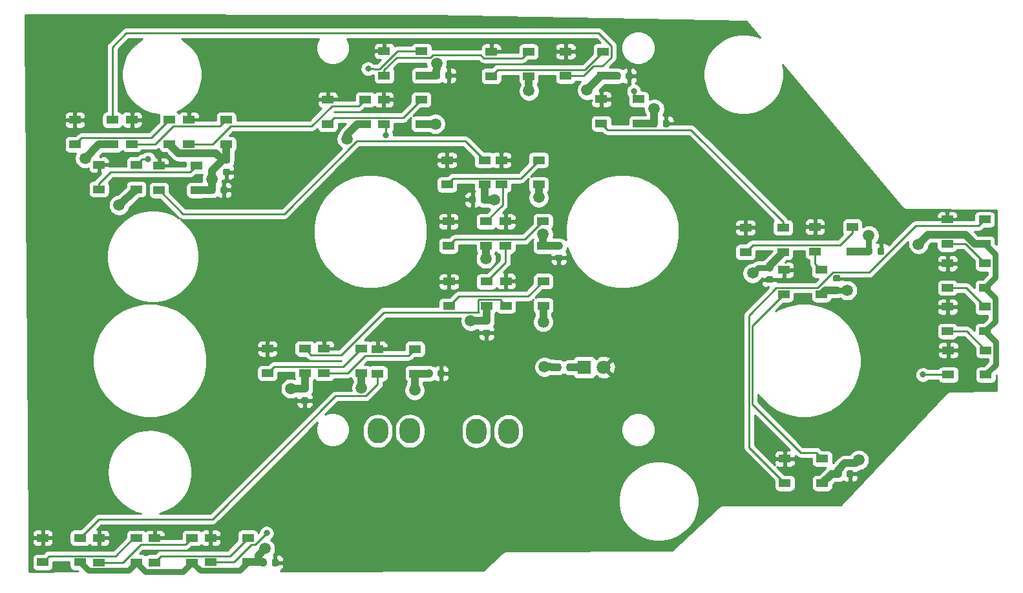
<source format=gbr>
%TF.GenerationSoftware,KiCad,Pcbnew,(5.1.10)-1*%
%TF.CreationDate,2021-11-16T17:11:48+11:00*%
%TF.ProjectId,Fuel Panel PCB V2,4675656c-2050-4616-9e65-6c2050434220,rev?*%
%TF.SameCoordinates,Original*%
%TF.FileFunction,Copper,L1,Top*%
%TF.FilePolarity,Positive*%
%FSLAX46Y46*%
G04 Gerber Fmt 4.6, Leading zero omitted, Abs format (unit mm)*
G04 Created by KiCad (PCBNEW (5.1.10)-1) date 2021-11-16 17:11:48*
%MOMM*%
%LPD*%
G01*
G04 APERTURE LIST*
%TA.AperFunction,ComponentPad*%
%ADD10O,2.700000X3.300000*%
%TD*%
%TA.AperFunction,ComponentPad*%
%ADD11C,1.800000*%
%TD*%
%TA.AperFunction,ComponentPad*%
%ADD12R,1.800000X1.800000*%
%TD*%
%TA.AperFunction,SMDPad,CuDef*%
%ADD13R,1.500000X1.000000*%
%TD*%
%TA.AperFunction,ViaPad*%
%ADD14C,0.800000*%
%TD*%
%TA.AperFunction,ViaPad*%
%ADD15C,1.500000*%
%TD*%
%TA.AperFunction,Conductor*%
%ADD16C,0.250000*%
%TD*%
%TA.AperFunction,Conductor*%
%ADD17C,1.000000*%
%TD*%
%TA.AperFunction,Conductor*%
%ADD18C,0.750000*%
%TD*%
%TA.AperFunction,Conductor*%
%ADD19C,0.254000*%
%TD*%
%TA.AperFunction,Conductor*%
%ADD20C,0.100000*%
%TD*%
G04 APERTURE END LIST*
D10*
%TO.P,J2,4*%
%TO.N,/DATAOUT*%
X163001000Y-130187000D03*
%TO.P,J2,3*%
%TO.N,/LEDGND*%
X158801000Y-130187000D03*
%TO.P,J2,2*%
%TO.N,/LED+5V*%
X163001000Y-135687000D03*
%TO.P,J2,1*%
%TA.AperFunction,ComponentPad*%
G36*
G01*
X157451000Y-137086999D02*
X157451000Y-134287001D01*
G75*
G02*
X157701001Y-134037000I250001J0D01*
G01*
X159900999Y-134037000D01*
G75*
G02*
X160151000Y-134287001I0J-250001D01*
G01*
X160151000Y-137086999D01*
G75*
G02*
X159900999Y-137337000I-250001J0D01*
G01*
X157701001Y-137337000D01*
G75*
G02*
X157451000Y-137086999I0J250001D01*
G01*
G37*
%TD.AperFunction*%
%TD*%
%TO.P,J1,4*%
%TO.N,/DATAIN*%
X150098000Y-130136000D03*
%TO.P,J1,3*%
%TO.N,/LEDGND*%
X145898000Y-130136000D03*
%TO.P,J1,2*%
%TO.N,/LED+5V*%
X150098000Y-135636000D03*
%TO.P,J1,1*%
%TA.AperFunction,ComponentPad*%
G36*
G01*
X144548000Y-137035999D02*
X144548000Y-134236001D01*
G75*
G02*
X144798001Y-133986000I250001J0D01*
G01*
X146997999Y-133986000D01*
G75*
G02*
X147248000Y-134236001I0J-250001D01*
G01*
X147248000Y-137035999D01*
G75*
G02*
X146997999Y-137286000I-250001J0D01*
G01*
X144798001Y-137286000D01*
G75*
G02*
X144548000Y-137035999I0J250001D01*
G01*
G37*
%TD.AperFunction*%
%TD*%
%TO.P,R1,2*%
%TO.N,/LEDGND*%
%TA.AperFunction,SMDPad,CuDef*%
G36*
G01*
X169932000Y-121561750D02*
X169932000Y-122074250D01*
G75*
G02*
X169713250Y-122293000I-218750J0D01*
G01*
X169275750Y-122293000D01*
G75*
G02*
X169057000Y-122074250I0J218750D01*
G01*
X169057000Y-121561750D01*
G75*
G02*
X169275750Y-121343000I218750J0D01*
G01*
X169713250Y-121343000D01*
G75*
G02*
X169932000Y-121561750I0J-218750D01*
G01*
G37*
%TD.AperFunction*%
%TO.P,R1,1*%
%TO.N,Net-(D33-Pad1)*%
%TA.AperFunction,SMDPad,CuDef*%
G36*
G01*
X171507000Y-121561750D02*
X171507000Y-122074250D01*
G75*
G02*
X171288250Y-122293000I-218750J0D01*
G01*
X170850750Y-122293000D01*
G75*
G02*
X170632000Y-122074250I0J218750D01*
G01*
X170632000Y-121561750D01*
G75*
G02*
X170850750Y-121343000I218750J0D01*
G01*
X171288250Y-121343000D01*
G75*
G02*
X171507000Y-121561750I0J-218750D01*
G01*
G37*
%TD.AperFunction*%
%TD*%
%TO.P,C16,2*%
%TO.N,/LEDGND*%
%TA.AperFunction,SMDPad,CuDef*%
G36*
G01*
X131333860Y-147137410D02*
X131333860Y-147649910D01*
G75*
G02*
X131115110Y-147868660I-218750J0D01*
G01*
X130677610Y-147868660D01*
G75*
G02*
X130458860Y-147649910I0J218750D01*
G01*
X130458860Y-147137410D01*
G75*
G02*
X130677610Y-146918660I218750J0D01*
G01*
X131115110Y-146918660D01*
G75*
G02*
X131333860Y-147137410I0J-218750D01*
G01*
G37*
%TD.AperFunction*%
%TO.P,C16,1*%
%TO.N,/LED+5V*%
%TA.AperFunction,SMDPad,CuDef*%
G36*
G01*
X132908860Y-147137410D02*
X132908860Y-147649910D01*
G75*
G02*
X132690110Y-147868660I-218750J0D01*
G01*
X132252610Y-147868660D01*
G75*
G02*
X132033860Y-147649910I0J218750D01*
G01*
X132033860Y-147137410D01*
G75*
G02*
X132252610Y-146918660I218750J0D01*
G01*
X132690110Y-146918660D01*
G75*
G02*
X132908860Y-147137410I0J-218750D01*
G01*
G37*
%TD.AperFunction*%
%TD*%
%TO.P,C15,2*%
%TO.N,/LEDGND*%
%TA.AperFunction,SMDPad,CuDef*%
G36*
G01*
X206624540Y-135514370D02*
X206624540Y-136026870D01*
G75*
G02*
X206405790Y-136245620I-218750J0D01*
G01*
X205968290Y-136245620D01*
G75*
G02*
X205749540Y-136026870I0J218750D01*
G01*
X205749540Y-135514370D01*
G75*
G02*
X205968290Y-135295620I218750J0D01*
G01*
X206405790Y-135295620D01*
G75*
G02*
X206624540Y-135514370I0J-218750D01*
G01*
G37*
%TD.AperFunction*%
%TO.P,C15,1*%
%TO.N,/LED+5V*%
%TA.AperFunction,SMDPad,CuDef*%
G36*
G01*
X208199540Y-135514370D02*
X208199540Y-136026870D01*
G75*
G02*
X207980790Y-136245620I-218750J0D01*
G01*
X207543290Y-136245620D01*
G75*
G02*
X207324540Y-136026870I0J218750D01*
G01*
X207324540Y-135514370D01*
G75*
G02*
X207543290Y-135295620I218750J0D01*
G01*
X207980790Y-135295620D01*
G75*
G02*
X208199540Y-135514370I0J-218750D01*
G01*
G37*
%TD.AperFunction*%
%TD*%
%TO.P,C14,2*%
%TO.N,/LEDGND*%
%TA.AperFunction,SMDPad,CuDef*%
G36*
G01*
X205763150Y-111299640D02*
X206275650Y-111299640D01*
G75*
G02*
X206494400Y-111518390I0J-218750D01*
G01*
X206494400Y-111955890D01*
G75*
G02*
X206275650Y-112174640I-218750J0D01*
G01*
X205763150Y-112174640D01*
G75*
G02*
X205544400Y-111955890I0J218750D01*
G01*
X205544400Y-111518390D01*
G75*
G02*
X205763150Y-111299640I218750J0D01*
G01*
G37*
%TD.AperFunction*%
%TO.P,C14,1*%
%TO.N,/LED+5V*%
%TA.AperFunction,SMDPad,CuDef*%
G36*
G01*
X205763150Y-109724640D02*
X206275650Y-109724640D01*
G75*
G02*
X206494400Y-109943390I0J-218750D01*
G01*
X206494400Y-110380890D01*
G75*
G02*
X206275650Y-110599640I-218750J0D01*
G01*
X205763150Y-110599640D01*
G75*
G02*
X205544400Y-110380890I0J218750D01*
G01*
X205544400Y-109943390D01*
G75*
G02*
X205763150Y-109724640I218750J0D01*
G01*
G37*
%TD.AperFunction*%
%TD*%
%TO.P,C13,2*%
%TO.N,/LEDGND*%
%TA.AperFunction,SMDPad,CuDef*%
G36*
G01*
X210675840Y-106357710D02*
X210675840Y-106870210D01*
G75*
G02*
X210457090Y-107088960I-218750J0D01*
G01*
X210019590Y-107088960D01*
G75*
G02*
X209800840Y-106870210I0J218750D01*
G01*
X209800840Y-106357710D01*
G75*
G02*
X210019590Y-106138960I218750J0D01*
G01*
X210457090Y-106138960D01*
G75*
G02*
X210675840Y-106357710I0J-218750D01*
G01*
G37*
%TD.AperFunction*%
%TO.P,C13,1*%
%TO.N,/LED+5V*%
%TA.AperFunction,SMDPad,CuDef*%
G36*
G01*
X212250840Y-106357710D02*
X212250840Y-106870210D01*
G75*
G02*
X212032090Y-107088960I-218750J0D01*
G01*
X211594590Y-107088960D01*
G75*
G02*
X211375840Y-106870210I0J218750D01*
G01*
X211375840Y-106357710D01*
G75*
G02*
X211594590Y-106138960I218750J0D01*
G01*
X212032090Y-106138960D01*
G75*
G02*
X212250840Y-106357710I0J-218750D01*
G01*
G37*
%TD.AperFunction*%
%TD*%
%TO.P,C12,2*%
%TO.N,/LEDGND*%
%TA.AperFunction,SMDPad,CuDef*%
G36*
G01*
X169867290Y-106347880D02*
X169354790Y-106347880D01*
G75*
G02*
X169136040Y-106129130I0J218750D01*
G01*
X169136040Y-105691630D01*
G75*
G02*
X169354790Y-105472880I218750J0D01*
G01*
X169867290Y-105472880D01*
G75*
G02*
X170086040Y-105691630I0J-218750D01*
G01*
X170086040Y-106129130D01*
G75*
G02*
X169867290Y-106347880I-218750J0D01*
G01*
G37*
%TD.AperFunction*%
%TO.P,C12,1*%
%TO.N,/LED+5V*%
%TA.AperFunction,SMDPad,CuDef*%
G36*
G01*
X169867290Y-107922880D02*
X169354790Y-107922880D01*
G75*
G02*
X169136040Y-107704130I0J218750D01*
G01*
X169136040Y-107266630D01*
G75*
G02*
X169354790Y-107047880I218750J0D01*
G01*
X169867290Y-107047880D01*
G75*
G02*
X170086040Y-107266630I0J-218750D01*
G01*
X170086040Y-107704130D01*
G75*
G02*
X169867290Y-107922880I-218750J0D01*
G01*
G37*
%TD.AperFunction*%
%TD*%
%TO.P,C11,2*%
%TO.N,/LEDGND*%
%TA.AperFunction,SMDPad,CuDef*%
G36*
G01*
X197479630Y-109195020D02*
X196967130Y-109195020D01*
G75*
G02*
X196748380Y-108976270I0J218750D01*
G01*
X196748380Y-108538770D01*
G75*
G02*
X196967130Y-108320020I218750J0D01*
G01*
X197479630Y-108320020D01*
G75*
G02*
X197698380Y-108538770I0J-218750D01*
G01*
X197698380Y-108976270D01*
G75*
G02*
X197479630Y-109195020I-218750J0D01*
G01*
G37*
%TD.AperFunction*%
%TO.P,C11,1*%
%TO.N,/LED+5V*%
%TA.AperFunction,SMDPad,CuDef*%
G36*
G01*
X197479630Y-110770020D02*
X196967130Y-110770020D01*
G75*
G02*
X196748380Y-110551270I0J218750D01*
G01*
X196748380Y-110113770D01*
G75*
G02*
X196967130Y-109895020I218750J0D01*
G01*
X197479630Y-109895020D01*
G75*
G02*
X197698380Y-110113770I0J-218750D01*
G01*
X197698380Y-110551270D01*
G75*
G02*
X197479630Y-110770020I-218750J0D01*
G01*
G37*
%TD.AperFunction*%
%TD*%
%TO.P,C10,2*%
%TO.N,/LEDGND*%
%TA.AperFunction,SMDPad,CuDef*%
G36*
G01*
X182547880Y-89659750D02*
X182547880Y-90172250D01*
G75*
G02*
X182329130Y-90391000I-218750J0D01*
G01*
X181891630Y-90391000D01*
G75*
G02*
X181672880Y-90172250I0J218750D01*
G01*
X181672880Y-89659750D01*
G75*
G02*
X181891630Y-89441000I218750J0D01*
G01*
X182329130Y-89441000D01*
G75*
G02*
X182547880Y-89659750I0J-218750D01*
G01*
G37*
%TD.AperFunction*%
%TO.P,C10,1*%
%TO.N,/LED+5V*%
%TA.AperFunction,SMDPad,CuDef*%
G36*
G01*
X184122880Y-89659750D02*
X184122880Y-90172250D01*
G75*
G02*
X183904130Y-90391000I-218750J0D01*
G01*
X183466630Y-90391000D01*
G75*
G02*
X183247880Y-90172250I0J218750D01*
G01*
X183247880Y-89659750D01*
G75*
G02*
X183466630Y-89441000I218750J0D01*
G01*
X183904130Y-89441000D01*
G75*
G02*
X184122880Y-89659750I0J-218750D01*
G01*
G37*
%TD.AperFunction*%
%TD*%
%TO.P,C9,2*%
%TO.N,/LEDGND*%
%TA.AperFunction,SMDPad,CuDef*%
G36*
G01*
X177701360Y-83418970D02*
X177701360Y-83931470D01*
G75*
G02*
X177482610Y-84150220I-218750J0D01*
G01*
X177045110Y-84150220D01*
G75*
G02*
X176826360Y-83931470I0J218750D01*
G01*
X176826360Y-83418970D01*
G75*
G02*
X177045110Y-83200220I218750J0D01*
G01*
X177482610Y-83200220D01*
G75*
G02*
X177701360Y-83418970I0J-218750D01*
G01*
G37*
%TD.AperFunction*%
%TO.P,C9,1*%
%TO.N,/LED+5V*%
%TA.AperFunction,SMDPad,CuDef*%
G36*
G01*
X179276360Y-83418970D02*
X179276360Y-83931470D01*
G75*
G02*
X179057610Y-84150220I-218750J0D01*
G01*
X178620110Y-84150220D01*
G75*
G02*
X178401360Y-83931470I0J218750D01*
G01*
X178401360Y-83418970D01*
G75*
G02*
X178620110Y-83200220I218750J0D01*
G01*
X179057610Y-83200220D01*
G75*
G02*
X179276360Y-83418970I0J-218750D01*
G01*
G37*
%TD.AperFunction*%
%TD*%
%TO.P,C8,2*%
%TO.N,/LEDGND*%
%TA.AperFunction,SMDPad,CuDef*%
G36*
G01*
X154031200Y-83360550D02*
X154031200Y-83873050D01*
G75*
G02*
X153812450Y-84091800I-218750J0D01*
G01*
X153374950Y-84091800D01*
G75*
G02*
X153156200Y-83873050I0J218750D01*
G01*
X153156200Y-83360550D01*
G75*
G02*
X153374950Y-83141800I218750J0D01*
G01*
X153812450Y-83141800D01*
G75*
G02*
X154031200Y-83360550I0J-218750D01*
G01*
G37*
%TD.AperFunction*%
%TO.P,C8,1*%
%TO.N,/LED+5V*%
%TA.AperFunction,SMDPad,CuDef*%
G36*
G01*
X155606200Y-83360550D02*
X155606200Y-83873050D01*
G75*
G02*
X155387450Y-84091800I-218750J0D01*
G01*
X154949950Y-84091800D01*
G75*
G02*
X154731200Y-83873050I0J218750D01*
G01*
X154731200Y-83360550D01*
G75*
G02*
X154949950Y-83141800I218750J0D01*
G01*
X155387450Y-83141800D01*
G75*
G02*
X155606200Y-83360550I0J-218750D01*
G01*
G37*
%TD.AperFunction*%
%TD*%
%TO.P,C7,2*%
%TO.N,/LEDGND*%
%TA.AperFunction,SMDPad,CuDef*%
G36*
G01*
X159435180Y-100121430D02*
X159435180Y-99608930D01*
G75*
G02*
X159653930Y-99390180I218750J0D01*
G01*
X160091430Y-99390180D01*
G75*
G02*
X160310180Y-99608930I0J-218750D01*
G01*
X160310180Y-100121430D01*
G75*
G02*
X160091430Y-100340180I-218750J0D01*
G01*
X159653930Y-100340180D01*
G75*
G02*
X159435180Y-100121430I0J218750D01*
G01*
G37*
%TD.AperFunction*%
%TO.P,C7,1*%
%TO.N,/LED+5V*%
%TA.AperFunction,SMDPad,CuDef*%
G36*
G01*
X157860180Y-100121430D02*
X157860180Y-99608930D01*
G75*
G02*
X158078930Y-99390180I218750J0D01*
G01*
X158516430Y-99390180D01*
G75*
G02*
X158735180Y-99608930I0J-218750D01*
G01*
X158735180Y-100121430D01*
G75*
G02*
X158516430Y-100340180I-218750J0D01*
G01*
X158078930Y-100340180D01*
G75*
G02*
X157860180Y-100121430I0J218750D01*
G01*
G37*
%TD.AperFunction*%
%TD*%
%TO.P,C6,2*%
%TO.N,/LEDGND*%
%TA.AperFunction,SMDPad,CuDef*%
G36*
G01*
X160393090Y-116182560D02*
X159880590Y-116182560D01*
G75*
G02*
X159661840Y-115963810I0J218750D01*
G01*
X159661840Y-115526310D01*
G75*
G02*
X159880590Y-115307560I218750J0D01*
G01*
X160393090Y-115307560D01*
G75*
G02*
X160611840Y-115526310I0J-218750D01*
G01*
X160611840Y-115963810D01*
G75*
G02*
X160393090Y-116182560I-218750J0D01*
G01*
G37*
%TD.AperFunction*%
%TO.P,C6,1*%
%TO.N,/LED+5V*%
%TA.AperFunction,SMDPad,CuDef*%
G36*
G01*
X160393090Y-117757560D02*
X159880590Y-117757560D01*
G75*
G02*
X159661840Y-117538810I0J218750D01*
G01*
X159661840Y-117101310D01*
G75*
G02*
X159880590Y-116882560I218750J0D01*
G01*
X160393090Y-116882560D01*
G75*
G02*
X160611840Y-117101310I0J-218750D01*
G01*
X160611840Y-117538810D01*
G75*
G02*
X160393090Y-117757560I-218750J0D01*
G01*
G37*
%TD.AperFunction*%
%TD*%
%TO.P,C5,2*%
%TO.N,/LEDGND*%
%TA.AperFunction,SMDPad,CuDef*%
G36*
G01*
X153061020Y-122367330D02*
X153061020Y-122879830D01*
G75*
G02*
X152842270Y-123098580I-218750J0D01*
G01*
X152404770Y-123098580D01*
G75*
G02*
X152186020Y-122879830I0J218750D01*
G01*
X152186020Y-122367330D01*
G75*
G02*
X152404770Y-122148580I218750J0D01*
G01*
X152842270Y-122148580D01*
G75*
G02*
X153061020Y-122367330I0J-218750D01*
G01*
G37*
%TD.AperFunction*%
%TO.P,C5,1*%
%TO.N,/LED+5V*%
%TA.AperFunction,SMDPad,CuDef*%
G36*
G01*
X154636020Y-122367330D02*
X154636020Y-122879830D01*
G75*
G02*
X154417270Y-123098580I-218750J0D01*
G01*
X153979770Y-123098580D01*
G75*
G02*
X153761020Y-122879830I0J218750D01*
G01*
X153761020Y-122367330D01*
G75*
G02*
X153979770Y-122148580I218750J0D01*
G01*
X154417270Y-122148580D01*
G75*
G02*
X154636020Y-122367330I0J-218750D01*
G01*
G37*
%TD.AperFunction*%
%TD*%
%TO.P,C4,2*%
%TO.N,/LEDGND*%
%TA.AperFunction,SMDPad,CuDef*%
G36*
G01*
X136586257Y-125046673D02*
X136073757Y-125046673D01*
G75*
G02*
X135855007Y-124827923I0J218750D01*
G01*
X135855007Y-124390423D01*
G75*
G02*
X136073757Y-124171673I218750J0D01*
G01*
X136586257Y-124171673D01*
G75*
G02*
X136805007Y-124390423I0J-218750D01*
G01*
X136805007Y-124827923D01*
G75*
G02*
X136586257Y-125046673I-218750J0D01*
G01*
G37*
%TD.AperFunction*%
%TO.P,C4,1*%
%TO.N,/LED+5V*%
%TA.AperFunction,SMDPad,CuDef*%
G36*
G01*
X136586257Y-126621673D02*
X136073757Y-126621673D01*
G75*
G02*
X135855007Y-126402923I0J218750D01*
G01*
X135855007Y-125965423D01*
G75*
G02*
X136073757Y-125746673I218750J0D01*
G01*
X136586257Y-125746673D01*
G75*
G02*
X136805007Y-125965423I0J-218750D01*
G01*
X136805007Y-126402923D01*
G75*
G02*
X136586257Y-126621673I-218750J0D01*
G01*
G37*
%TD.AperFunction*%
%TD*%
%TO.P,C3,2*%
%TO.N,/LEDGND*%
%TA.AperFunction,SMDPad,CuDef*%
G36*
G01*
X124618100Y-98349090D02*
X124618100Y-98861590D01*
G75*
G02*
X124399350Y-99080340I-218750J0D01*
G01*
X123961850Y-99080340D01*
G75*
G02*
X123743100Y-98861590I0J218750D01*
G01*
X123743100Y-98349090D01*
G75*
G02*
X123961850Y-98130340I218750J0D01*
G01*
X124399350Y-98130340D01*
G75*
G02*
X124618100Y-98349090I0J-218750D01*
G01*
G37*
%TD.AperFunction*%
%TO.P,C3,1*%
%TO.N,/LED+5V*%
%TA.AperFunction,SMDPad,CuDef*%
G36*
G01*
X126193100Y-98349090D02*
X126193100Y-98861590D01*
G75*
G02*
X125974350Y-99080340I-218750J0D01*
G01*
X125536850Y-99080340D01*
G75*
G02*
X125318100Y-98861590I0J218750D01*
G01*
X125318100Y-98349090D01*
G75*
G02*
X125536850Y-98130340I218750J0D01*
G01*
X125974350Y-98130340D01*
G75*
G02*
X126193100Y-98349090I0J-218750D01*
G01*
G37*
%TD.AperFunction*%
%TD*%
%TO.P,C2,2*%
%TO.N,/LEDGND*%
%TA.AperFunction,SMDPad,CuDef*%
G36*
G01*
X126311370Y-95113260D02*
X125798870Y-95113260D01*
G75*
G02*
X125580120Y-94894510I0J218750D01*
G01*
X125580120Y-94457010D01*
G75*
G02*
X125798870Y-94238260I218750J0D01*
G01*
X126311370Y-94238260D01*
G75*
G02*
X126530120Y-94457010I0J-218750D01*
G01*
X126530120Y-94894510D01*
G75*
G02*
X126311370Y-95113260I-218750J0D01*
G01*
G37*
%TD.AperFunction*%
%TO.P,C2,1*%
%TO.N,/LED+5V*%
%TA.AperFunction,SMDPad,CuDef*%
G36*
G01*
X126311370Y-96688260D02*
X125798870Y-96688260D01*
G75*
G02*
X125580120Y-96469510I0J218750D01*
G01*
X125580120Y-96032010D01*
G75*
G02*
X125798870Y-95813260I218750J0D01*
G01*
X126311370Y-95813260D01*
G75*
G02*
X126530120Y-96032010I0J-218750D01*
G01*
X126530120Y-96469510D01*
G75*
G02*
X126311370Y-96688260I-218750J0D01*
G01*
G37*
%TD.AperFunction*%
%TD*%
D11*
%TO.P,D33,2*%
%TO.N,/LED+5V*%
X175514000Y-121818000D03*
D12*
%TO.P,D33,1*%
%TO.N,Net-(D33-Pad1)*%
X172974000Y-121818000D03*
%TD*%
D13*
%TO.P,D5,1*%
%TO.N,/LED+5V*%
X117235000Y-95428000D03*
%TO.P,D5,2*%
%TO.N,Net-(D12-Pad4)*%
X117235000Y-98628000D03*
%TO.P,D5,4*%
%TO.N,Net-(D4-Pad2)*%
X122135000Y-95428000D03*
%TO.P,D5,3*%
%TO.N,/LEDGND*%
X122135000Y-98628000D03*
%TD*%
%TO.P,D28,1*%
%TO.N,/LED+5V*%
X199226000Y-133782000D03*
%TO.P,D28,2*%
%TO.N,Net-(D28-Pad2)*%
X199226000Y-136982000D03*
%TO.P,D28,4*%
%TO.N,Net-(D27-Pad2)*%
X204126000Y-133782000D03*
%TO.P,D28,3*%
%TO.N,/LEDGND*%
X204126000Y-136982000D03*
%TD*%
%TO.P,D14,1*%
%TO.N,/LED+5V*%
X155171000Y-102718000D03*
%TO.P,D14,2*%
%TO.N,Net-(D14-Pad2)*%
X155171000Y-105918000D03*
%TO.P,D14,4*%
%TO.N,Net-(D13-Pad2)*%
X160071000Y-102718000D03*
%TO.P,D14,3*%
%TO.N,/LEDGND*%
X160071000Y-105918000D03*
%TD*%
%TO.P,D32,1*%
%TO.N,/LED+5V*%
X220652000Y-119583000D03*
%TO.P,D32,2*%
%TO.N,/DATAOUT*%
X220652000Y-122783000D03*
%TO.P,D32,4*%
%TO.N,Net-(D31-Pad2)*%
X225552000Y-119583000D03*
%TO.P,D32,3*%
%TO.N,/LEDGND*%
X225552000Y-122783000D03*
%TD*%
%TO.P,D31,1*%
%TO.N,/LED+5V*%
X220550000Y-113894000D03*
%TO.P,D31,2*%
%TO.N,Net-(D31-Pad2)*%
X220550000Y-117094000D03*
%TO.P,D31,4*%
%TO.N,Net-(D30-Pad2)*%
X225450000Y-113894000D03*
%TO.P,D31,3*%
%TO.N,/LEDGND*%
X225450000Y-117094000D03*
%TD*%
%TO.P,D30,1*%
%TO.N,/LED+5V*%
X220550000Y-108204000D03*
%TO.P,D30,2*%
%TO.N,Net-(D30-Pad2)*%
X220550000Y-111404000D03*
%TO.P,D30,4*%
%TO.N,Net-(D29-Pad2)*%
X225450000Y-108204000D03*
%TO.P,D30,3*%
%TO.N,/LEDGND*%
X225450000Y-111404000D03*
%TD*%
%TO.P,D29,1*%
%TO.N,/LED+5V*%
X220511000Y-102464000D03*
%TO.P,D29,2*%
%TO.N,Net-(D29-Pad2)*%
X220511000Y-105664000D03*
%TO.P,D29,4*%
%TO.N,Net-(D28-Pad2)*%
X225411000Y-102464000D03*
%TO.P,D29,3*%
%TO.N,/LEDGND*%
X225411000Y-105664000D03*
%TD*%
%TO.P,D27,1*%
%TO.N,/LED+5V*%
X199113000Y-109068000D03*
%TO.P,D27,2*%
%TO.N,Net-(D27-Pad2)*%
X199113000Y-112268000D03*
%TO.P,D27,4*%
%TO.N,Net-(D26-Pad2)*%
X204013000Y-109068000D03*
%TO.P,D27,3*%
%TO.N,/LEDGND*%
X204013000Y-112268000D03*
%TD*%
%TO.P,D26,1*%
%TO.N,/LED+5V*%
X203177000Y-103429000D03*
%TO.P,D26,2*%
%TO.N,Net-(D26-Pad2)*%
X203177000Y-106629000D03*
%TO.P,D26,4*%
%TO.N,Net-(D25-Pad2)*%
X208077000Y-103429000D03*
%TO.P,D26,3*%
%TO.N,/LEDGND*%
X208077000Y-106629000D03*
%TD*%
%TO.P,D25,1*%
%TO.N,/LED+5V*%
X194084000Y-103531000D03*
%TO.P,D25,2*%
%TO.N,Net-(D25-Pad2)*%
X194084000Y-106731000D03*
%TO.P,D25,4*%
%TO.N,Net-(D11-Pad2)*%
X198984000Y-103531000D03*
%TO.P,D25,3*%
%TO.N,/LEDGND*%
X198984000Y-106731000D03*
%TD*%
%TO.P,D24,1*%
%TO.N,/LED+5V*%
X123980000Y-144145000D03*
%TO.P,D24,2*%
%TO.N,Net-(D11-Pad4)*%
X123980000Y-147345000D03*
%TO.P,D24,4*%
%TO.N,Net-(D23-Pad2)*%
X128880000Y-144145000D03*
%TO.P,D24,3*%
%TO.N,/LEDGND*%
X128880000Y-147345000D03*
%TD*%
%TO.P,D23,1*%
%TO.N,/LED+5V*%
X116664000Y-144170000D03*
%TO.P,D23,2*%
%TO.N,Net-(D23-Pad2)*%
X116664000Y-147370000D03*
%TO.P,D23,4*%
%TO.N,Net-(D22-Pad2)*%
X121564000Y-144170000D03*
%TO.P,D23,3*%
%TO.N,/LEDGND*%
X121564000Y-147370000D03*
%TD*%
%TO.P,D22,1*%
%TO.N,/LED+5V*%
X109400000Y-144171000D03*
%TO.P,D22,2*%
%TO.N,Net-(D22-Pad2)*%
X109400000Y-147371000D03*
%TO.P,D22,4*%
%TO.N,Net-(D21-Pad2)*%
X114300000Y-144171000D03*
%TO.P,D22,3*%
%TO.N,/LEDGND*%
X114300000Y-147371000D03*
%TD*%
%TO.P,D21,1*%
%TO.N,/LED+5V*%
X101995000Y-144145000D03*
%TO.P,D21,2*%
%TO.N,Net-(D21-Pad2)*%
X101995000Y-147345000D03*
%TO.P,D21,4*%
%TO.N,Net-(D20-Pad2)*%
X106895000Y-144145000D03*
%TO.P,D21,3*%
%TO.N,/LEDGND*%
X106895000Y-147345000D03*
%TD*%
%TO.P,D20,1*%
%TO.N,/LED+5V*%
X145874000Y-119431000D03*
%TO.P,D20,2*%
%TO.N,Net-(D20-Pad2)*%
X145874000Y-122631000D03*
%TO.P,D20,4*%
%TO.N,Net-(D19-Pad2)*%
X150774000Y-119431000D03*
%TO.P,D20,3*%
%TO.N,/LEDGND*%
X150774000Y-122631000D03*
%TD*%
%TO.P,D19,1*%
%TO.N,/LED+5V*%
X138864000Y-119380000D03*
%TO.P,D19,2*%
%TO.N,Net-(D19-Pad2)*%
X138864000Y-122580000D03*
%TO.P,D19,4*%
%TO.N,Net-(D18-Pad2)*%
X143764000Y-119380000D03*
%TO.P,D19,3*%
%TO.N,/LEDGND*%
X143764000Y-122580000D03*
%TD*%
%TO.P,D18,1*%
%TO.N,/LED+5V*%
X131447000Y-119380000D03*
%TO.P,D18,2*%
%TO.N,Net-(D18-Pad2)*%
X131447000Y-122580000D03*
%TO.P,D18,4*%
%TO.N,Net-(D17-Pad2)*%
X136347000Y-119380000D03*
%TO.P,D18,3*%
%TO.N,/LEDGND*%
X136347000Y-122580000D03*
%TD*%
%TO.P,D17,1*%
%TO.N,/LED+5V*%
X162689000Y-110541000D03*
%TO.P,D17,2*%
%TO.N,Net-(D17-Pad2)*%
X162689000Y-113741000D03*
%TO.P,D17,4*%
%TO.N,Net-(D16-Pad2)*%
X167589000Y-110541000D03*
%TO.P,D17,3*%
%TO.N,/LEDGND*%
X167589000Y-113741000D03*
%TD*%
%TO.P,D16,1*%
%TO.N,/LED+5V*%
X155222000Y-110592000D03*
%TO.P,D16,2*%
%TO.N,Net-(D16-Pad2)*%
X155222000Y-113792000D03*
%TO.P,D16,4*%
%TO.N,Net-(D15-Pad2)*%
X160122000Y-110592000D03*
%TO.P,D16,3*%
%TO.N,/LEDGND*%
X160122000Y-113792000D03*
%TD*%
%TO.P,D15,1*%
%TO.N,/LED+5V*%
X162638000Y-102718000D03*
%TO.P,D15,2*%
%TO.N,Net-(D15-Pad2)*%
X162638000Y-105918000D03*
%TO.P,D15,4*%
%TO.N,Net-(D14-Pad2)*%
X167538000Y-102718000D03*
%TO.P,D15,3*%
%TO.N,/LEDGND*%
X167538000Y-105918000D03*
%TD*%
%TO.P,D13,1*%
%TO.N,/LED+5V*%
X162080000Y-94691200D03*
%TO.P,D13,2*%
%TO.N,Net-(D13-Pad2)*%
X162080000Y-97891200D03*
%TO.P,D13,4*%
%TO.N,Net-(D12-Pad2)*%
X166980000Y-94691200D03*
%TO.P,D13,3*%
%TO.N,/LEDGND*%
X166980000Y-97891200D03*
%TD*%
%TO.P,D12,1*%
%TO.N,/LED+5V*%
X154968000Y-94691200D03*
%TO.P,D12,2*%
%TO.N,Net-(D12-Pad2)*%
X154968000Y-97891200D03*
%TO.P,D12,4*%
%TO.N,Net-(D12-Pad4)*%
X159868000Y-94691200D03*
%TO.P,D12,3*%
%TO.N,/LEDGND*%
X159868000Y-97891200D03*
%TD*%
%TO.P,D11,1*%
%TO.N,/LED+5V*%
X175186000Y-86715600D03*
%TO.P,D11,2*%
%TO.N,Net-(D11-Pad2)*%
X175186000Y-89915600D03*
%TO.P,D11,4*%
%TO.N,Net-(D11-Pad4)*%
X180086000Y-86715600D03*
%TO.P,D11,3*%
%TO.N,/LEDGND*%
X180086000Y-89915600D03*
%TD*%
%TO.P,D10,1*%
%TO.N,/LED+5V*%
X170512000Y-80467200D03*
%TO.P,D10,2*%
%TO.N,Net-(D1-Pad4)*%
X170512000Y-83667200D03*
%TO.P,D10,4*%
%TO.N,Net-(D10-Pad4)*%
X175412000Y-80467200D03*
%TO.P,D10,3*%
%TO.N,/LEDGND*%
X175412000Y-83667200D03*
%TD*%
%TO.P,D9,1*%
%TO.N,/LED+5V*%
X160770000Y-80492800D03*
%TO.P,D9,2*%
%TO.N,Net-(D10-Pad4)*%
X160770000Y-83692800D03*
%TO.P,D9,4*%
%TO.N,Net-(D8-Pad2)*%
X165670000Y-80492800D03*
%TO.P,D9,3*%
%TO.N,/LEDGND*%
X165670000Y-83692800D03*
%TD*%
%TO.P,D8,1*%
%TO.N,/LED+5V*%
X146738000Y-80416400D03*
%TO.P,D8,2*%
%TO.N,Net-(D8-Pad2)*%
X146738000Y-83616400D03*
%TO.P,D8,4*%
%TO.N,/DATAIN*%
X151638000Y-80416400D03*
%TO.P,D8,3*%
%TO.N,/LEDGND*%
X151638000Y-83616400D03*
%TD*%
%TO.P,D7,1*%
%TO.N,/LED+5V*%
X146687000Y-86766800D03*
%TO.P,D7,2*%
%TO.N,Net-(D4-Pad4)*%
X146687000Y-89966800D03*
%TO.P,D7,4*%
%TO.N,Net-(D6-Pad2)*%
X151587000Y-86766800D03*
%TO.P,D7,3*%
%TO.N,/LEDGND*%
X151587000Y-89966800D03*
%TD*%
%TO.P,D6,1*%
%TO.N,/LED+5V*%
X139344000Y-86766800D03*
%TO.P,D6,2*%
%TO.N,Net-(D6-Pad2)*%
X139344000Y-89966800D03*
%TO.P,D6,4*%
%TO.N,Net-(D3-Pad2)*%
X144244000Y-86766800D03*
%TO.P,D6,3*%
%TO.N,/LEDGND*%
X144244000Y-89966800D03*
%TD*%
%TO.P,D4,1*%
%TO.N,/LED+5V*%
X109372000Y-95300800D03*
%TO.P,D4,2*%
%TO.N,Net-(D4-Pad2)*%
X109372000Y-98500800D03*
%TO.P,D4,4*%
%TO.N,Net-(D4-Pad4)*%
X114272000Y-95300800D03*
%TO.P,D4,3*%
%TO.N,/LEDGND*%
X114272000Y-98500800D03*
%TD*%
%TO.P,D3,1*%
%TO.N,/LED+5V*%
X121158000Y-89408400D03*
%TO.P,D3,2*%
%TO.N,Net-(D3-Pad2)*%
X121158000Y-92608400D03*
%TO.P,D3,4*%
%TO.N,Net-(D2-Pad2)*%
X126058000Y-89408400D03*
%TO.P,D3,3*%
%TO.N,/LEDGND*%
X126058000Y-92608400D03*
%TD*%
%TO.P,D2,1*%
%TO.N,/LED+5V*%
X113690000Y-89408000D03*
%TO.P,D2,2*%
%TO.N,Net-(D2-Pad2)*%
X113690000Y-92608000D03*
%TO.P,D2,4*%
%TO.N,Net-(D1-Pad2)*%
X118590000Y-89408000D03*
%TO.P,D2,3*%
%TO.N,/LEDGND*%
X118590000Y-92608000D03*
%TD*%
%TO.P,D1,1*%
%TO.N,/LED+5V*%
X106223000Y-89433600D03*
%TO.P,D1,2*%
%TO.N,Net-(D1-Pad2)*%
X106223000Y-92633600D03*
%TO.P,D1,4*%
%TO.N,Net-(D1-Pad4)*%
X111123000Y-89433600D03*
%TO.P,D1,3*%
%TO.N,/LEDGND*%
X111123000Y-92633600D03*
%TD*%
D14*
%TO.N,Net-(D4-Pad4)*%
X115818920Y-94554040D03*
X146951700Y-91465400D03*
%TO.N,Net-(D11-Pad4)*%
X131335780Y-143524222D03*
X179440840Y-85681820D03*
D15*
%TO.N,/LEDGND*%
X158079440Y-115740180D03*
X167584120Y-115884960D03*
X160071000Y-107604760D03*
X161160460Y-99860100D03*
X166980000Y-99583640D03*
X153449020Y-89966800D03*
X141848840Y-91912440D03*
X153609040Y-82034380D03*
X165691820Y-85608160D03*
X173319440Y-85511640D03*
X182120540Y-87972900D03*
X111993680Y-100584000D03*
X124170440Y-97223580D03*
X107553760Y-94452840D03*
X134502473Y-124609173D03*
X143774160Y-124510800D03*
X150738840Y-124818140D03*
X131124960Y-145564860D03*
X195003420Y-109491780D03*
X207403700Y-111749840D03*
X210233260Y-104559100D03*
X167723820Y-121772680D03*
X216735660Y-105699560D03*
X208920080Y-133946900D03*
X167538000Y-104408840D03*
D14*
%TO.N,/DATAIN*%
X144627600Y-82725260D03*
%TO.N,/DATAOUT*%
X217324340Y-122783000D03*
%TD*%
D16*
%TO.N,Net-(D1-Pad2)*%
X107073601Y-91782999D02*
X116215001Y-91782999D01*
X116215001Y-91782999D02*
X118590000Y-89408000D01*
X106223000Y-92633600D02*
X107073601Y-91782999D01*
%TO.N,Net-(D1-Pad4)*%
X111123000Y-89433600D02*
X111123000Y-79879920D01*
X111123000Y-79879920D02*
X112936020Y-78066900D01*
X172848410Y-83667200D02*
X170512000Y-83667200D01*
X174133250Y-82382360D02*
X172848410Y-83667200D01*
X175331842Y-82382360D02*
X174133250Y-82382360D01*
X176487001Y-81227201D02*
X175331842Y-82382360D01*
X176487001Y-79707199D02*
X176487001Y-81227201D01*
X174846702Y-78066900D02*
X176487001Y-79707199D01*
X112936020Y-78066900D02*
X174846702Y-78066900D01*
%TO.N,Net-(D2-Pad2)*%
X125232999Y-90233401D02*
X126058000Y-89408400D01*
X119129597Y-90233401D02*
X125232999Y-90233401D01*
X116754998Y-92608000D02*
X119129597Y-90233401D01*
X113690000Y-92608000D02*
X116754998Y-92608000D01*
%TO.N,Net-(D3-Pad2)*%
X143418999Y-87591801D02*
X144244000Y-86766800D01*
X137242397Y-90233401D02*
X139883997Y-87591801D01*
X139883997Y-87591801D02*
X143418999Y-87591801D01*
X126597997Y-90233401D02*
X137242397Y-90233401D01*
X124222998Y-92608400D02*
X126597997Y-90233401D01*
X121158000Y-92608400D02*
X124222998Y-92608400D01*
%TO.N,Net-(D4-Pad2)*%
X121309999Y-96253001D02*
X122135000Y-95428000D01*
X110869799Y-96253001D02*
X121309999Y-96253001D01*
X109372000Y-97750800D02*
X110869799Y-96253001D01*
X109372000Y-98500800D02*
X109372000Y-97750800D01*
%TO.N,Net-(D4-Pad4)*%
X114272000Y-95300800D02*
X115018760Y-94554040D01*
X115018760Y-94554040D02*
X115818920Y-94554040D01*
X115818920Y-94554040D02*
X115818920Y-94554040D01*
X146951700Y-90231500D02*
X146687000Y-89966800D01*
X146951700Y-91465400D02*
X146951700Y-90231500D01*
%TO.N,Net-(D12-Pad4)*%
X143161881Y-92190401D02*
X133627822Y-101724460D01*
X159868000Y-94691200D02*
X157367201Y-92190401D01*
X157367201Y-92190401D02*
X143161881Y-92190401D01*
X133627822Y-101724460D02*
X120375680Y-101724460D01*
X117279220Y-98628000D02*
X117235000Y-98628000D01*
X120375680Y-101724460D02*
X117279220Y-98628000D01*
%TO.N,Net-(D6-Pad2)*%
X149212001Y-89141799D02*
X151587000Y-86766800D01*
X140169001Y-89141799D02*
X149212001Y-89141799D01*
X139344000Y-89966800D02*
X140169001Y-89141799D01*
%TO.N,Net-(D8-Pad2)*%
X159759999Y-81317801D02*
X164844999Y-81317801D01*
X159371678Y-80929480D02*
X159759999Y-81317801D01*
X164844999Y-81317801D02*
X165670000Y-80492800D01*
X153122938Y-80929480D02*
X159371678Y-80929480D01*
X148362999Y-81241401D02*
X152811017Y-81241401D01*
X146738000Y-82866400D02*
X148362999Y-81241401D01*
X152811017Y-81241401D02*
X153122938Y-80929480D01*
X146738000Y-83616400D02*
X146738000Y-82866400D01*
%TO.N,Net-(D10-Pad4)*%
X173037001Y-82842199D02*
X175412000Y-80467200D01*
X161620601Y-82842199D02*
X173037001Y-82842199D01*
X160770000Y-83692800D02*
X161620601Y-82842199D01*
%TO.N,Net-(D11-Pad2)*%
X176011409Y-90741009D02*
X175186000Y-89915600D01*
X186944009Y-90741009D02*
X176011409Y-90741009D01*
X198984000Y-102781000D02*
X186944009Y-90741009D01*
X198984000Y-103531000D02*
X198984000Y-102781000D01*
%TO.N,Net-(D11-Pad4)*%
X129811143Y-145048859D02*
X131335780Y-143524222D01*
X129341139Y-145048859D02*
X129811143Y-145048859D01*
X123980000Y-147345000D02*
X127044998Y-147345000D01*
X127044998Y-147345000D02*
X129341139Y-145048859D01*
X131335780Y-143524222D02*
X131335780Y-143524222D01*
X179440840Y-86070440D02*
X180086000Y-86715600D01*
X179440840Y-85681820D02*
X179440840Y-86070440D01*
%TO.N,Net-(D12-Pad2)*%
X164605001Y-97066199D02*
X166980000Y-94691200D01*
X155793001Y-97066199D02*
X164605001Y-97066199D01*
X154968000Y-97891200D02*
X155793001Y-97066199D01*
%TO.N,Net-(D13-Pad2)*%
X162235461Y-100553539D02*
X160071000Y-102718000D01*
X162235461Y-98046661D02*
X162235461Y-100553539D01*
X162080000Y-97891200D02*
X162235461Y-98046661D01*
%TO.N,Net-(D14-Pad2)*%
X165163001Y-105092999D02*
X167538000Y-102718000D01*
X155996001Y-105092999D02*
X165163001Y-105092999D01*
X155171000Y-105918000D02*
X155996001Y-105092999D01*
%TO.N,Net-(D15-Pad2)*%
X162638000Y-108076000D02*
X160122000Y-110592000D01*
X162638000Y-105918000D02*
X162638000Y-108076000D01*
%TO.N,Net-(D16-Pad2)*%
X156497011Y-112516989D02*
X165613011Y-112516989D01*
X165613011Y-112516989D02*
X167589000Y-110541000D01*
X155222000Y-113792000D02*
X156497011Y-112516989D01*
%TO.N,Net-(D17-Pad2)*%
X159046999Y-114552001D02*
X159046999Y-113031999D01*
X159046999Y-113031999D02*
X159111999Y-112966999D01*
X159111999Y-114617001D02*
X159046999Y-114552001D01*
X146691997Y-114617001D02*
X159111999Y-114617001D01*
X141103997Y-120205001D02*
X146691997Y-114617001D01*
X161914999Y-112966999D02*
X162689000Y-113741000D01*
X159111999Y-112966999D02*
X161914999Y-112966999D01*
X137172001Y-120205001D02*
X141103997Y-120205001D01*
X136347000Y-119380000D02*
X137172001Y-120205001D01*
%TO.N,Net-(D18-Pad2)*%
X141389001Y-121754999D02*
X143764000Y-119380000D01*
X132272001Y-121754999D02*
X141389001Y-121754999D01*
X131447000Y-122580000D02*
X132272001Y-121754999D01*
%TO.N,Net-(D19-Pad2)*%
X149948999Y-120256001D02*
X150774000Y-119431000D01*
X144252997Y-120256001D02*
X149948999Y-120256001D01*
X141928998Y-122580000D02*
X144252997Y-120256001D01*
X138864000Y-122580000D02*
X141928998Y-122580000D01*
%TO.N,Net-(D20-Pad2)*%
X106895000Y-144145000D02*
X109328320Y-141711680D01*
X109328320Y-141711680D02*
X124244100Y-141711680D01*
X144290161Y-125585801D02*
X145874000Y-124001962D01*
X145874000Y-124001962D02*
X145874000Y-122631000D01*
X140369979Y-125585801D02*
X144290161Y-125585801D01*
X124244100Y-141711680D02*
X140369979Y-125585801D01*
%TO.N,Net-(D21-Pad2)*%
X102820001Y-146519999D02*
X111526221Y-146519999D01*
X101995000Y-147345000D02*
X102820001Y-146519999D01*
X113875220Y-144171000D02*
X114300000Y-144171000D01*
X111526221Y-146519999D02*
X113875220Y-144171000D01*
%TO.N,Net-(D22-Pad2)*%
X114839997Y-144996001D02*
X120737999Y-144996001D01*
X112464998Y-147371000D02*
X114839997Y-144996001D01*
X120737999Y-144996001D02*
X121564000Y-144170000D01*
X109400000Y-147371000D02*
X112464998Y-147371000D01*
%TO.N,Net-(D23-Pad2)*%
X126505001Y-146519999D02*
X128880000Y-144145000D01*
X117514001Y-146519999D02*
X126505001Y-146519999D01*
X116664000Y-147370000D02*
X117514001Y-146519999D01*
%TO.N,Net-(D25-Pad2)*%
X195011001Y-105803999D02*
X194084000Y-106731000D01*
X206452001Y-105803999D02*
X195011001Y-105803999D01*
X208077000Y-104179000D02*
X206452001Y-105803999D01*
X208077000Y-103429000D02*
X208077000Y-104179000D01*
%TO.N,Net-(D26-Pad2)*%
X203177000Y-108232000D02*
X204013000Y-109068000D01*
X203177000Y-106629000D02*
X203177000Y-108232000D01*
%TO.N,Net-(D27-Pad2)*%
X194975014Y-116405986D02*
X199113000Y-112268000D01*
X201274158Y-132956999D02*
X194975014Y-126657855D01*
X194975014Y-126657855D02*
X194975014Y-116405986D01*
X203300999Y-132956999D02*
X201274158Y-132956999D01*
X204126000Y-133782000D02*
X203300999Y-132956999D01*
%TO.N,Net-(D28-Pad2)*%
X194525004Y-115020994D02*
X194525004Y-132281004D01*
X198102999Y-111442999D02*
X194525004Y-115020994D01*
X203473003Y-111442999D02*
X198102999Y-111442999D01*
X205516372Y-109399630D02*
X203473003Y-111442999D01*
X194525004Y-132281004D02*
X199226000Y-136982000D01*
X216382293Y-103289001D02*
X210271664Y-109399630D01*
X224585999Y-103289001D02*
X216382293Y-103289001D01*
X210271664Y-109399630D02*
X205516372Y-109399630D01*
X225411000Y-102464000D02*
X224585999Y-103289001D01*
%TO.N,Net-(D29-Pad2)*%
X222910000Y-105664000D02*
X225450000Y-108204000D01*
X220511000Y-105664000D02*
X222910000Y-105664000D01*
%TO.N,Net-(D30-Pad2)*%
X222960000Y-111404000D02*
X225450000Y-113894000D01*
X220550000Y-111404000D02*
X222960000Y-111404000D01*
%TO.N,Net-(D31-Pad2)*%
X223063000Y-117094000D02*
X225552000Y-119583000D01*
X220550000Y-117094000D02*
X223063000Y-117094000D01*
D17*
%TO.N,/LEDGND*%
X130847700Y-147345000D02*
X130896360Y-147393660D01*
X136347000Y-124592180D02*
X136330007Y-124609173D01*
X136347000Y-122580000D02*
X136347000Y-124592180D01*
X152616100Y-122631000D02*
X152623520Y-122623580D01*
X150774000Y-122631000D02*
X152616100Y-122631000D01*
X160122000Y-115730220D02*
X160136840Y-115745060D01*
X160122000Y-113792000D02*
X160122000Y-115730220D01*
X167538000Y-105918000D02*
X169603420Y-105918000D01*
X159868000Y-99860500D02*
X159872680Y-99865180D01*
X159868000Y-97891200D02*
X159868000Y-99860500D01*
X124157940Y-98628000D02*
X124180600Y-98605340D01*
X122135000Y-98628000D02*
X124157940Y-98628000D01*
X126058000Y-94672880D02*
X126055120Y-94675760D01*
X126058000Y-92608400D02*
X126058000Y-94672880D01*
X153593300Y-83616400D02*
X153593700Y-83616800D01*
X151638000Y-83616400D02*
X153593300Y-83616400D01*
X177255840Y-83667200D02*
X177263860Y-83675220D01*
X175412000Y-83667200D02*
X177255840Y-83667200D01*
X182109980Y-89915600D02*
X182110380Y-89916000D01*
X180086000Y-89915600D02*
X182109980Y-89915600D01*
X210223300Y-106629000D02*
X210238340Y-106613960D01*
X208077000Y-106629000D02*
X210223300Y-106629000D01*
X197223380Y-108491620D02*
X197223380Y-108757520D01*
X198984000Y-106731000D02*
X197223380Y-108491620D01*
X204543860Y-111737140D02*
X204013000Y-112268000D01*
X206019400Y-111737140D02*
X204543860Y-111737140D01*
X205337380Y-135770620D02*
X204126000Y-136982000D01*
X206187040Y-135770620D02*
X205337380Y-135770620D01*
X160136840Y-115745060D02*
X158079440Y-115740180D01*
X158079440Y-115740180D02*
X158084320Y-115745060D01*
X167589000Y-113741000D02*
X167584120Y-115884960D01*
X167584120Y-115884960D02*
X167589000Y-115880080D01*
X169611040Y-105910380D02*
X169603420Y-105918000D01*
X160071000Y-105918000D02*
X160071000Y-107604760D01*
X160071000Y-107604760D02*
X160071000Y-107604760D01*
X159872680Y-99865180D02*
X161160460Y-99860100D01*
X161160460Y-99860100D02*
X161155380Y-99865180D01*
X166980000Y-97891200D02*
X166980000Y-99583640D01*
X166980000Y-99583640D02*
X166980000Y-99583640D01*
X151587000Y-89966800D02*
X153449020Y-89966800D01*
X153449020Y-89966800D02*
X153449020Y-89966800D01*
X144244000Y-89966800D02*
X143243300Y-89966800D01*
X143243300Y-89966800D02*
X141848840Y-91361260D01*
X141848840Y-91361260D02*
X141848840Y-91912440D01*
X141848840Y-91912440D02*
X141848840Y-91912440D01*
X153593700Y-83616800D02*
X153609040Y-82034380D01*
X153609040Y-82034380D02*
X153593700Y-82049720D01*
X165670000Y-83692800D02*
X165691820Y-85608160D01*
X165691820Y-85608160D02*
X165670000Y-85586340D01*
X175412000Y-83667200D02*
X175163880Y-83667200D01*
X175163880Y-83667200D02*
X173319440Y-85511640D01*
X173319440Y-85511640D02*
X173319440Y-85511640D01*
X182110380Y-89916000D02*
X182120540Y-87972900D01*
X182120540Y-87972900D02*
X182110380Y-87983060D01*
X114272000Y-98500800D02*
X111993680Y-100584000D01*
X111993680Y-100584000D02*
X112188800Y-100584000D01*
X124180600Y-98605340D02*
X124170440Y-97223580D01*
X124170440Y-97223580D02*
X124180600Y-97233740D01*
X124170440Y-96085440D02*
X124170440Y-97223580D01*
X125580120Y-94675760D02*
X124170440Y-96085440D01*
X126055120Y-94675760D02*
X125580120Y-94675760D01*
X119790401Y-93808401D02*
X124712761Y-93808401D01*
X124712761Y-93808401D02*
X125580120Y-94675760D01*
X118590000Y-92608000D02*
X119790401Y-93808401D01*
X109373000Y-92633600D02*
X107553760Y-94452840D01*
X111123000Y-92633600D02*
X109373000Y-92633600D01*
X107553760Y-94452840D02*
X107553760Y-94452840D01*
X136330007Y-124609173D02*
X134502473Y-124609173D01*
X134502473Y-124609173D02*
X134502473Y-124609173D01*
X143764000Y-122580000D02*
X143774160Y-124510800D01*
X143774160Y-124510800D02*
X143764000Y-124500640D01*
X150774000Y-122631000D02*
X150738840Y-124818140D01*
X150738840Y-124818140D02*
X150774000Y-124782980D01*
X130255880Y-147345000D02*
X130847700Y-147345000D01*
X130255880Y-147345000D02*
X130255880Y-146433940D01*
X128880000Y-147345000D02*
X130255880Y-147345000D01*
X130255880Y-146433940D02*
X131124960Y-145564860D01*
X131124960Y-145564860D02*
X131124960Y-145564860D01*
D18*
X107996001Y-148446001D02*
X113224999Y-148446001D01*
X113224999Y-148446001D02*
X114300000Y-147371000D01*
X106895000Y-147345000D02*
X107996001Y-148446001D01*
X115482908Y-148553908D02*
X117687721Y-148553908D01*
X114300000Y-147371000D02*
X115482908Y-148553908D01*
X120386896Y-148547104D02*
X121564000Y-147370000D01*
X117687721Y-148553908D02*
X120386896Y-148547104D01*
X127804999Y-148420001D02*
X128880000Y-147345000D01*
X122614001Y-148420001D02*
X127804999Y-148420001D01*
X121564000Y-147370000D02*
X122614001Y-148420001D01*
X226877001Y-118521001D02*
X226877001Y-121457999D01*
X226877001Y-121457999D02*
X225552000Y-122783000D01*
X225450000Y-117094000D02*
X226877001Y-118521001D01*
X226775001Y-112729001D02*
X225450000Y-111404000D01*
X226775001Y-115768999D02*
X226775001Y-112729001D01*
X225450000Y-117094000D02*
X226775001Y-115768999D01*
X226775001Y-110078999D02*
X225450000Y-111404000D01*
X226775001Y-107028001D02*
X226775001Y-110078999D01*
X225411000Y-105664000D02*
X226775001Y-107028001D01*
X197223380Y-108757520D02*
X195745300Y-108757520D01*
X195745300Y-108757520D02*
X195003420Y-109491780D01*
X195003420Y-109491780D02*
X195011040Y-109491780D01*
X206019400Y-111737140D02*
X207403700Y-111749840D01*
X207403700Y-111749840D02*
X207391000Y-111737140D01*
X210238340Y-106613960D02*
X210233260Y-104559100D01*
X210233260Y-104559100D02*
X210238340Y-104564180D01*
D17*
X169494500Y-121818000D02*
X167723820Y-121772680D01*
X167723820Y-121772680D02*
X167769140Y-121818000D01*
X222876739Y-104463999D02*
X217971221Y-104463999D01*
X225411000Y-105664000D02*
X224076740Y-105664000D01*
X224076740Y-105664000D02*
X222876739Y-104463999D01*
X217971221Y-104463999D02*
X216735660Y-105699560D01*
X216735660Y-105699560D02*
X216735660Y-105699560D01*
X206187040Y-135295620D02*
X207096340Y-134386320D01*
X206187040Y-135770620D02*
X206187040Y-135295620D01*
X207096340Y-134386320D02*
X208221580Y-134386320D01*
X208221580Y-134386320D02*
X208480660Y-134386320D01*
X208480660Y-134386320D02*
X208920080Y-133946900D01*
X208920080Y-133946900D02*
X208920080Y-133946900D01*
X167538000Y-105918000D02*
X167538000Y-104408840D01*
X167538000Y-104408840D02*
X167538000Y-104408840D01*
%TO.N,Net-(D33-Pad1)*%
X172974000Y-121818000D02*
X171069500Y-121818000D01*
D16*
%TO.N,/DATAIN*%
X151638000Y-80416400D02*
X148440140Y-80416400D01*
X147944840Y-80911700D02*
X147944840Y-80954880D01*
X148440140Y-80416400D02*
X147944840Y-80911700D01*
X146108321Y-82791399D02*
X144627600Y-82725260D01*
X147944840Y-80954880D02*
X146108321Y-82791399D01*
X144627600Y-82725260D02*
X144693739Y-82791399D01*
%TO.N,/DATAOUT*%
X220652000Y-122783000D02*
X217324340Y-122783000D01*
X217324340Y-122783000D02*
X217324340Y-122783000D01*
%TD*%
D19*
%TO.N,/LED+5V*%
X152749361Y-75793189D02*
X194200592Y-76499171D01*
X196011644Y-78662620D01*
X195353944Y-78390192D01*
X194334439Y-78187400D01*
X193294961Y-78187400D01*
X192275456Y-78390192D01*
X191315103Y-78787983D01*
X190450809Y-79365487D01*
X189715787Y-80100509D01*
X189138283Y-80964803D01*
X188740492Y-81925156D01*
X188537700Y-82944661D01*
X188537700Y-83984139D01*
X188740492Y-85003644D01*
X189138283Y-85963997D01*
X189715787Y-86828291D01*
X190450809Y-87563313D01*
X191315103Y-88140817D01*
X192275456Y-88538608D01*
X193294961Y-88741400D01*
X194334439Y-88741400D01*
X195353944Y-88538608D01*
X196314297Y-88140817D01*
X197178591Y-87563313D01*
X197913613Y-86828291D01*
X198491117Y-85963997D01*
X198888908Y-85003644D01*
X199091700Y-83984139D01*
X199091700Y-82944661D01*
X198934460Y-82154161D01*
X214628174Y-100901580D01*
X214665240Y-100947504D01*
X214694794Y-100972165D01*
X214722289Y-100999129D01*
X214744598Y-101013723D01*
X214765061Y-101030798D01*
X214798860Y-101049220D01*
X214831085Y-101070301D01*
X214855815Y-101080264D01*
X214879214Y-101093017D01*
X214915957Y-101104492D01*
X214951676Y-101118881D01*
X214977869Y-101123826D01*
X215003312Y-101131772D01*
X215041598Y-101135858D01*
X215079428Y-101143001D01*
X215138503Y-101142426D01*
X226925335Y-101238645D01*
X226934561Y-105759205D01*
X226799072Y-105623717D01*
X226799072Y-105164000D01*
X226786812Y-105039518D01*
X226750502Y-104919820D01*
X226691537Y-104809506D01*
X226612185Y-104712815D01*
X226515494Y-104633463D01*
X226405180Y-104574498D01*
X226285482Y-104538188D01*
X226161000Y-104525928D01*
X224661000Y-104525928D01*
X224629808Y-104529000D01*
X224546872Y-104529000D01*
X224066873Y-104049001D01*
X224548677Y-104049001D01*
X224585999Y-104052677D01*
X224623321Y-104049001D01*
X224623332Y-104049001D01*
X224734985Y-104038004D01*
X224878246Y-103994547D01*
X225010275Y-103923975D01*
X225126000Y-103829002D01*
X225149802Y-103799999D01*
X225347729Y-103602072D01*
X226161000Y-103602072D01*
X226285482Y-103589812D01*
X226405180Y-103553502D01*
X226515494Y-103494537D01*
X226612185Y-103415185D01*
X226691537Y-103318494D01*
X226750502Y-103208180D01*
X226786812Y-103088482D01*
X226799072Y-102964000D01*
X226799072Y-101964000D01*
X226786812Y-101839518D01*
X226750502Y-101719820D01*
X226691537Y-101609506D01*
X226612185Y-101512815D01*
X226515494Y-101433463D01*
X226405180Y-101374498D01*
X226285482Y-101338188D01*
X226161000Y-101325928D01*
X224661000Y-101325928D01*
X224536518Y-101338188D01*
X224416820Y-101374498D01*
X224306506Y-101433463D01*
X224209815Y-101512815D01*
X224130463Y-101609506D01*
X224071498Y-101719820D01*
X224035188Y-101839518D01*
X224022928Y-101964000D01*
X224022928Y-102529001D01*
X216419615Y-102529001D01*
X216382292Y-102525325D01*
X216344969Y-102529001D01*
X216344960Y-102529001D01*
X216233307Y-102539998D01*
X216090046Y-102583455D01*
X215958017Y-102654027D01*
X215958015Y-102654028D01*
X215958016Y-102654028D01*
X215871289Y-102725202D01*
X215871285Y-102725206D01*
X215842292Y-102749000D01*
X215818498Y-102777993D01*
X212792053Y-105804439D01*
X212781377Y-105784466D01*
X212702025Y-105687775D01*
X212605334Y-105608423D01*
X212495020Y-105549458D01*
X212375322Y-105513148D01*
X212250840Y-105500888D01*
X212099090Y-105503960D01*
X211940340Y-105662710D01*
X211940340Y-106486960D01*
X211960340Y-106486960D01*
X211960340Y-106636152D01*
X211835532Y-106760960D01*
X211686340Y-106760960D01*
X211686340Y-106740960D01*
X211666340Y-106740960D01*
X211666340Y-106486960D01*
X211686340Y-106486960D01*
X211686340Y-105662710D01*
X211527590Y-105503960D01*
X211375840Y-105500888D01*
X211251358Y-105513148D01*
X211245626Y-105514887D01*
X211245602Y-105505443D01*
X211309059Y-105441986D01*
X211460631Y-105215143D01*
X211565035Y-104963089D01*
X211618260Y-104695511D01*
X211618260Y-104422689D01*
X211565035Y-104155111D01*
X211460631Y-103903057D01*
X211309059Y-103676214D01*
X211116146Y-103483301D01*
X210889303Y-103331729D01*
X210637249Y-103227325D01*
X210369671Y-103174100D01*
X210096849Y-103174100D01*
X209829271Y-103227325D01*
X209577217Y-103331729D01*
X209465072Y-103406662D01*
X209465072Y-102929000D01*
X209452812Y-102804518D01*
X209416502Y-102684820D01*
X209357537Y-102574506D01*
X209278185Y-102477815D01*
X209181494Y-102398463D01*
X209071180Y-102339498D01*
X208951482Y-102303188D01*
X208827000Y-102290928D01*
X207327000Y-102290928D01*
X207202518Y-102303188D01*
X207082820Y-102339498D01*
X206972506Y-102398463D01*
X206875815Y-102477815D01*
X206796463Y-102574506D01*
X206737498Y-102684820D01*
X206701188Y-102804518D01*
X206688928Y-102929000D01*
X206688928Y-103929000D01*
X206701188Y-104053482D01*
X206737498Y-104173180D01*
X206796463Y-104283494D01*
X206842098Y-104339101D01*
X206137200Y-105043999D01*
X195048323Y-105043999D01*
X195011000Y-105040323D01*
X194973677Y-105043999D01*
X194973668Y-105043999D01*
X194862015Y-105054996D01*
X194718754Y-105098453D01*
X194586725Y-105169025D01*
X194586723Y-105169026D01*
X194586724Y-105169026D01*
X194499997Y-105240200D01*
X194499993Y-105240204D01*
X194471000Y-105263998D01*
X194447206Y-105292991D01*
X194147270Y-105592928D01*
X193334000Y-105592928D01*
X193209518Y-105605188D01*
X193089820Y-105641498D01*
X192979506Y-105700463D01*
X192882815Y-105779815D01*
X192803463Y-105876506D01*
X192744498Y-105986820D01*
X192708188Y-106106518D01*
X192695928Y-106231000D01*
X192695928Y-107231000D01*
X192708188Y-107355482D01*
X192744498Y-107475180D01*
X192803463Y-107585494D01*
X192882815Y-107682185D01*
X192979506Y-107761537D01*
X193089820Y-107820502D01*
X193209518Y-107856812D01*
X193334000Y-107869072D01*
X194834000Y-107869072D01*
X194958482Y-107856812D01*
X195078180Y-107820502D01*
X195188494Y-107761537D01*
X195285185Y-107682185D01*
X195364537Y-107585494D01*
X195423502Y-107475180D01*
X195459812Y-107355482D01*
X195472072Y-107231000D01*
X195472072Y-106563999D01*
X197545869Y-106563999D01*
X196460244Y-107649625D01*
X196416931Y-107685171D01*
X196365762Y-107747520D01*
X195797526Y-107747520D01*
X195750539Y-107742647D01*
X195698301Y-107747520D01*
X195695692Y-107747520D01*
X195648967Y-107752122D01*
X195552446Y-107761126D01*
X195549923Y-107761877D01*
X195547306Y-107762135D01*
X195454624Y-107790250D01*
X195361765Y-107817896D01*
X195359439Y-107819124D01*
X195356920Y-107819888D01*
X195271470Y-107865562D01*
X195185823Y-107910774D01*
X195183781Y-107912433D01*
X195181460Y-107913673D01*
X195106517Y-107975176D01*
X195070077Y-108004769D01*
X195068224Y-108006603D01*
X195027667Y-108039887D01*
X194997698Y-108076405D01*
X194967007Y-108106780D01*
X194867009Y-108106780D01*
X194599431Y-108160005D01*
X194347377Y-108264409D01*
X194120534Y-108415981D01*
X193927621Y-108608894D01*
X193776049Y-108835737D01*
X193671645Y-109087791D01*
X193618420Y-109355369D01*
X193618420Y-109628191D01*
X193671645Y-109895769D01*
X193776049Y-110147823D01*
X193927621Y-110374666D01*
X194120534Y-110567579D01*
X194347377Y-110719151D01*
X194599431Y-110823555D01*
X194867009Y-110876780D01*
X195139831Y-110876780D01*
X195407409Y-110823555D01*
X195659463Y-110719151D01*
X195886306Y-110567579D01*
X196079219Y-110374666D01*
X196224239Y-110157629D01*
X196272130Y-110205520D01*
X197096380Y-110205520D01*
X197096380Y-110185520D01*
X197350380Y-110185520D01*
X197350380Y-110205520D01*
X198174630Y-110205520D01*
X198198483Y-110181667D01*
X198238518Y-110193812D01*
X198363000Y-110206072D01*
X198827250Y-110203000D01*
X198986000Y-110044250D01*
X198986000Y-109195000D01*
X199240000Y-109195000D01*
X199240000Y-110044250D01*
X199398750Y-110203000D01*
X199863000Y-110206072D01*
X199987482Y-110193812D01*
X200107180Y-110157502D01*
X200217494Y-110098537D01*
X200314185Y-110019185D01*
X200393537Y-109922494D01*
X200452502Y-109812180D01*
X200488812Y-109692482D01*
X200501072Y-109568000D01*
X200498000Y-109353750D01*
X200339250Y-109195000D01*
X199240000Y-109195000D01*
X198986000Y-109195000D01*
X198966000Y-109195000D01*
X198966000Y-108941000D01*
X198986000Y-108941000D01*
X198986000Y-108921000D01*
X199240000Y-108921000D01*
X199240000Y-108941000D01*
X200339250Y-108941000D01*
X200498000Y-108782250D01*
X200501072Y-108568000D01*
X200488812Y-108443518D01*
X200452502Y-108323820D01*
X200393537Y-108213506D01*
X200314185Y-108116815D01*
X200217494Y-108037463D01*
X200107180Y-107978498D01*
X199987482Y-107942188D01*
X199863000Y-107929928D01*
X199398750Y-107933000D01*
X199240002Y-108091748D01*
X199240002Y-108080131D01*
X199451061Y-107869072D01*
X199734000Y-107869072D01*
X199858482Y-107856812D01*
X199978180Y-107820502D01*
X200088494Y-107761537D01*
X200185185Y-107682185D01*
X200264537Y-107585494D01*
X200323502Y-107475180D01*
X200359812Y-107355482D01*
X200372072Y-107231000D01*
X200372072Y-106563999D01*
X201788928Y-106563999D01*
X201788928Y-107129000D01*
X201801188Y-107253482D01*
X201837498Y-107373180D01*
X201896463Y-107483494D01*
X201975815Y-107580185D01*
X202072506Y-107659537D01*
X202182820Y-107718502D01*
X202302518Y-107754812D01*
X202417001Y-107766087D01*
X202417001Y-108194668D01*
X202413324Y-108232000D01*
X202427998Y-108380985D01*
X202471454Y-108524246D01*
X202542026Y-108656276D01*
X202613201Y-108743002D01*
X202624928Y-108757291D01*
X202624928Y-109568000D01*
X202637188Y-109692482D01*
X202673498Y-109812180D01*
X202732463Y-109922494D01*
X202811815Y-110019185D01*
X202908506Y-110098537D01*
X203018820Y-110157502D01*
X203138518Y-110193812D01*
X203263000Y-110206072D01*
X203635129Y-110206072D01*
X203158202Y-110682999D01*
X198334690Y-110682999D01*
X198333380Y-110618270D01*
X198174630Y-110459520D01*
X197350380Y-110459520D01*
X197350380Y-110479520D01*
X197096380Y-110479520D01*
X197096380Y-110459520D01*
X196272130Y-110459520D01*
X196113380Y-110618270D01*
X196110308Y-110770020D01*
X196122568Y-110894502D01*
X196158878Y-111014200D01*
X196217843Y-111124514D01*
X196297195Y-111221205D01*
X196393886Y-111300557D01*
X196504200Y-111359522D01*
X196623898Y-111395832D01*
X196748380Y-111408092D01*
X196937630Y-111405020D01*
X197096378Y-111246272D01*
X197096378Y-111374818D01*
X194014007Y-114457190D01*
X193985003Y-114480993D01*
X193939713Y-114536180D01*
X193890030Y-114596718D01*
X193838874Y-114692423D01*
X193819458Y-114728748D01*
X193776001Y-114872009D01*
X193765004Y-114983662D01*
X193765004Y-114983672D01*
X193761328Y-115020994D01*
X193765004Y-115058316D01*
X193765005Y-132243671D01*
X193761328Y-132281004D01*
X193765005Y-132318337D01*
X193776002Y-132429990D01*
X193780033Y-132443278D01*
X193819458Y-132573250D01*
X193890030Y-132705280D01*
X193927808Y-132751312D01*
X193985004Y-132821005D01*
X194014002Y-132844803D01*
X197837928Y-136668730D01*
X197837928Y-137482000D01*
X197850188Y-137606482D01*
X197886498Y-137726180D01*
X197945463Y-137836494D01*
X198024815Y-137933185D01*
X198121506Y-138012537D01*
X198231820Y-138071502D01*
X198351518Y-138107812D01*
X198476000Y-138120072D01*
X199976000Y-138120072D01*
X200100482Y-138107812D01*
X200220180Y-138071502D01*
X200330494Y-138012537D01*
X200427185Y-137933185D01*
X200506537Y-137836494D01*
X200565502Y-137726180D01*
X200601812Y-137606482D01*
X200614072Y-137482000D01*
X200614072Y-136482000D01*
X200601812Y-136357518D01*
X200565502Y-136237820D01*
X200506537Y-136127506D01*
X200427185Y-136030815D01*
X200330494Y-135951463D01*
X200220180Y-135892498D01*
X200100482Y-135856188D01*
X199976000Y-135843928D01*
X199162730Y-135843928D01*
X198142630Y-134823828D01*
X198231820Y-134871502D01*
X198351518Y-134907812D01*
X198476000Y-134920072D01*
X198940250Y-134917000D01*
X199099000Y-134758250D01*
X199099000Y-133909000D01*
X199353000Y-133909000D01*
X199353000Y-134758250D01*
X199511750Y-134917000D01*
X199976000Y-134920072D01*
X200100482Y-134907812D01*
X200220180Y-134871502D01*
X200330494Y-134812537D01*
X200427185Y-134733185D01*
X200506537Y-134636494D01*
X200565502Y-134526180D01*
X200601812Y-134406482D01*
X200614072Y-134282000D01*
X200611000Y-134067750D01*
X200452250Y-133909000D01*
X199353000Y-133909000D01*
X199099000Y-133909000D01*
X197999750Y-133909000D01*
X197841000Y-134067750D01*
X197837928Y-134282000D01*
X197850188Y-134406482D01*
X197886498Y-134526180D01*
X197934172Y-134615370D01*
X196600802Y-133282000D01*
X197837928Y-133282000D01*
X197841000Y-133496250D01*
X197999750Y-133655000D01*
X199099000Y-133655000D01*
X199099000Y-132805750D01*
X198940250Y-132647000D01*
X198476000Y-132643928D01*
X198351518Y-132656188D01*
X198231820Y-132692498D01*
X198121506Y-132751463D01*
X198024815Y-132830815D01*
X197945463Y-132927506D01*
X197886498Y-133037820D01*
X197850188Y-133157518D01*
X197837928Y-133282000D01*
X196600802Y-133282000D01*
X195285004Y-131966203D01*
X195285004Y-128042646D01*
X199886875Y-132644518D01*
X199511750Y-132647000D01*
X199353000Y-132805750D01*
X199353000Y-133655000D01*
X200452250Y-133655000D01*
X200611000Y-133496250D01*
X200612804Y-133370447D01*
X200710358Y-133468001D01*
X200734157Y-133497000D01*
X200763155Y-133520798D01*
X200849881Y-133591973D01*
X200981911Y-133662545D01*
X201125172Y-133706002D01*
X201236825Y-133716999D01*
X201236835Y-133716999D01*
X201274158Y-133720675D01*
X201311481Y-133716999D01*
X202737928Y-133716999D01*
X202737928Y-134282000D01*
X202750188Y-134406482D01*
X202786498Y-134526180D01*
X202845463Y-134636494D01*
X202924815Y-134733185D01*
X203021506Y-134812537D01*
X203131820Y-134871502D01*
X203251518Y-134907812D01*
X203376000Y-134920072D01*
X204584666Y-134920072D01*
X204530931Y-134964171D01*
X204495388Y-135007480D01*
X203658941Y-135843928D01*
X203376000Y-135843928D01*
X203251518Y-135856188D01*
X203131820Y-135892498D01*
X203021506Y-135951463D01*
X202924815Y-136030815D01*
X202845463Y-136127506D01*
X202786498Y-136237820D01*
X202750188Y-136357518D01*
X202737928Y-136482000D01*
X202737928Y-137482000D01*
X202750188Y-137606482D01*
X202786498Y-137726180D01*
X202845463Y-137836494D01*
X202924815Y-137933185D01*
X203021506Y-138012537D01*
X203131820Y-138071502D01*
X203251518Y-138107812D01*
X203376000Y-138120072D01*
X204101439Y-138120072D01*
X204126000Y-138122491D01*
X204150561Y-138120072D01*
X204876000Y-138120072D01*
X205000482Y-138107812D01*
X205120180Y-138071502D01*
X205230494Y-138012537D01*
X205327185Y-137933185D01*
X205406537Y-137836494D01*
X205465502Y-137726180D01*
X205501812Y-137606482D01*
X205514072Y-137482000D01*
X205514072Y-137199059D01*
X205807512Y-136905620D01*
X206131288Y-136905620D01*
X206187040Y-136911111D01*
X206242791Y-136905620D01*
X206242792Y-136905620D01*
X206409539Y-136889197D01*
X206438214Y-136880498D01*
X206572948Y-136867228D01*
X206733682Y-136818470D01*
X206881815Y-136739291D01*
X206903470Y-136721520D01*
X206970046Y-136776157D01*
X207080360Y-136835122D01*
X207200058Y-136871432D01*
X207324540Y-136883692D01*
X207476290Y-136880620D01*
X207635040Y-136721870D01*
X207635040Y-135897620D01*
X207889040Y-135897620D01*
X207889040Y-136721870D01*
X208047790Y-136880620D01*
X208199540Y-136883692D01*
X208324022Y-136871432D01*
X208443720Y-136835122D01*
X208554034Y-136776157D01*
X208650725Y-136696805D01*
X208730077Y-136600114D01*
X208789042Y-136489800D01*
X208825352Y-136370102D01*
X208837612Y-136245620D01*
X208834540Y-136056370D01*
X208675790Y-135897620D01*
X207889040Y-135897620D01*
X207635040Y-135897620D01*
X207615040Y-135897620D01*
X207615040Y-135643620D01*
X207635040Y-135643620D01*
X207635040Y-135623620D01*
X207889040Y-135623620D01*
X207889040Y-135643620D01*
X208675790Y-135643620D01*
X208834540Y-135484870D01*
X208834863Y-135464945D01*
X208917107Y-135439996D01*
X209114283Y-135334604D01*
X209137121Y-135315862D01*
X209324069Y-135278675D01*
X209576123Y-135174271D01*
X209802966Y-135022699D01*
X209995879Y-134829786D01*
X210147451Y-134602943D01*
X210251855Y-134350889D01*
X210305080Y-134083311D01*
X210305080Y-133810489D01*
X210251855Y-133542911D01*
X210147451Y-133290857D01*
X209995879Y-133064014D01*
X209802966Y-132871101D01*
X209576123Y-132719529D01*
X209324069Y-132615125D01*
X209056491Y-132561900D01*
X208783669Y-132561900D01*
X208516091Y-132615125D01*
X208264037Y-132719529D01*
X208037194Y-132871101D01*
X207844281Y-133064014D01*
X207719127Y-133251320D01*
X207152081Y-133251320D01*
X207096339Y-133245830D01*
X207040597Y-133251320D01*
X207040588Y-133251320D01*
X206873841Y-133267743D01*
X206659893Y-133332644D01*
X206462717Y-133438036D01*
X206289891Y-133579871D01*
X206254351Y-133623177D01*
X205505173Y-134372356D01*
X205514072Y-134282000D01*
X205514072Y-133282000D01*
X205501812Y-133157518D01*
X205465502Y-133037820D01*
X205406537Y-132927506D01*
X205327185Y-132830815D01*
X205230494Y-132751463D01*
X205120180Y-132692498D01*
X205000482Y-132656188D01*
X204876000Y-132643928D01*
X204062729Y-132643928D01*
X203864802Y-132446001D01*
X203841000Y-132416998D01*
X203725275Y-132322025D01*
X203593246Y-132251453D01*
X203449985Y-132207996D01*
X203338332Y-132196999D01*
X203338321Y-132196999D01*
X203300999Y-132193323D01*
X203263677Y-132196999D01*
X201588960Y-132196999D01*
X195735014Y-126343054D01*
X195735014Y-125382289D01*
X195944435Y-125695710D01*
X196985890Y-126737165D01*
X198210512Y-127555431D01*
X199571240Y-128119063D01*
X201015780Y-128406400D01*
X202488620Y-128406400D01*
X203933160Y-128119063D01*
X205293888Y-127555431D01*
X206518510Y-126737165D01*
X207559965Y-125695710D01*
X208378231Y-124471088D01*
X208941863Y-123110360D01*
X209027255Y-122681061D01*
X216289340Y-122681061D01*
X216289340Y-122884939D01*
X216329114Y-123084898D01*
X216407135Y-123273256D01*
X216520403Y-123442774D01*
X216664566Y-123586937D01*
X216834084Y-123700205D01*
X217022442Y-123778226D01*
X217222401Y-123818000D01*
X217426279Y-123818000D01*
X217626238Y-123778226D01*
X217814596Y-123700205D01*
X217984114Y-123586937D01*
X218028051Y-123543000D01*
X219320954Y-123543000D01*
X219371463Y-123637494D01*
X219450815Y-123734185D01*
X219547506Y-123813537D01*
X219657820Y-123872502D01*
X219777518Y-123908812D01*
X219902000Y-123921072D01*
X221402000Y-123921072D01*
X221526482Y-123908812D01*
X221646180Y-123872502D01*
X221756494Y-123813537D01*
X221853185Y-123734185D01*
X221932537Y-123637494D01*
X221991502Y-123527180D01*
X222027812Y-123407482D01*
X222040072Y-123283000D01*
X222040072Y-122283000D01*
X222027812Y-122158518D01*
X221991502Y-122038820D01*
X221932537Y-121928506D01*
X221853185Y-121831815D01*
X221756494Y-121752463D01*
X221646180Y-121693498D01*
X221526482Y-121657188D01*
X221402000Y-121644928D01*
X219902000Y-121644928D01*
X219777518Y-121657188D01*
X219657820Y-121693498D01*
X219547506Y-121752463D01*
X219450815Y-121831815D01*
X219371463Y-121928506D01*
X219320954Y-122023000D01*
X218028051Y-122023000D01*
X217984114Y-121979063D01*
X217814596Y-121865795D01*
X217626238Y-121787774D01*
X217426279Y-121748000D01*
X217222401Y-121748000D01*
X217022442Y-121787774D01*
X216834084Y-121865795D01*
X216664566Y-121979063D01*
X216520403Y-122123226D01*
X216407135Y-122292744D01*
X216329114Y-122481102D01*
X216289340Y-122681061D01*
X209027255Y-122681061D01*
X209229200Y-121665820D01*
X209229200Y-120192980D01*
X209207324Y-120083000D01*
X219263928Y-120083000D01*
X219276188Y-120207482D01*
X219312498Y-120327180D01*
X219371463Y-120437494D01*
X219450815Y-120534185D01*
X219547506Y-120613537D01*
X219657820Y-120672502D01*
X219777518Y-120708812D01*
X219902000Y-120721072D01*
X220366250Y-120718000D01*
X220525000Y-120559250D01*
X220525000Y-119710000D01*
X220779000Y-119710000D01*
X220779000Y-120559250D01*
X220937750Y-120718000D01*
X221402000Y-120721072D01*
X221526482Y-120708812D01*
X221646180Y-120672502D01*
X221756494Y-120613537D01*
X221853185Y-120534185D01*
X221932537Y-120437494D01*
X221991502Y-120327180D01*
X222027812Y-120207482D01*
X222040072Y-120083000D01*
X222037000Y-119868750D01*
X221878250Y-119710000D01*
X220779000Y-119710000D01*
X220525000Y-119710000D01*
X219425750Y-119710000D01*
X219267000Y-119868750D01*
X219263928Y-120083000D01*
X209207324Y-120083000D01*
X209008412Y-119083000D01*
X219263928Y-119083000D01*
X219267000Y-119297250D01*
X219425750Y-119456000D01*
X220525000Y-119456000D01*
X220525000Y-118606750D01*
X220779000Y-118606750D01*
X220779000Y-119456000D01*
X221878250Y-119456000D01*
X222037000Y-119297250D01*
X222040072Y-119083000D01*
X222027812Y-118958518D01*
X221991502Y-118838820D01*
X221932537Y-118728506D01*
X221853185Y-118631815D01*
X221756494Y-118552463D01*
X221646180Y-118493498D01*
X221526482Y-118457188D01*
X221402000Y-118444928D01*
X220937750Y-118448000D01*
X220779000Y-118606750D01*
X220525000Y-118606750D01*
X220366250Y-118448000D01*
X219902000Y-118444928D01*
X219777518Y-118457188D01*
X219657820Y-118493498D01*
X219547506Y-118552463D01*
X219450815Y-118631815D01*
X219371463Y-118728506D01*
X219312498Y-118838820D01*
X219276188Y-118958518D01*
X219263928Y-119083000D01*
X209008412Y-119083000D01*
X208941863Y-118748440D01*
X208378231Y-117387712D01*
X207559965Y-116163090D01*
X206518510Y-115121635D01*
X205429527Y-114394000D01*
X219161928Y-114394000D01*
X219174188Y-114518482D01*
X219210498Y-114638180D01*
X219269463Y-114748494D01*
X219348815Y-114845185D01*
X219445506Y-114924537D01*
X219555820Y-114983502D01*
X219675518Y-115019812D01*
X219800000Y-115032072D01*
X220264250Y-115029000D01*
X220423000Y-114870250D01*
X220423000Y-114021000D01*
X220677000Y-114021000D01*
X220677000Y-114870250D01*
X220835750Y-115029000D01*
X221300000Y-115032072D01*
X221424482Y-115019812D01*
X221544180Y-114983502D01*
X221654494Y-114924537D01*
X221751185Y-114845185D01*
X221830537Y-114748494D01*
X221889502Y-114638180D01*
X221925812Y-114518482D01*
X221938072Y-114394000D01*
X221935000Y-114179750D01*
X221776250Y-114021000D01*
X220677000Y-114021000D01*
X220423000Y-114021000D01*
X219323750Y-114021000D01*
X219165000Y-114179750D01*
X219161928Y-114394000D01*
X205429527Y-114394000D01*
X205293888Y-114303369D01*
X203933160Y-113739737D01*
X202488620Y-113452400D01*
X201015780Y-113452400D01*
X199571240Y-113739737D01*
X198210512Y-114303369D01*
X198035480Y-114420322D01*
X199049730Y-113406072D01*
X199863000Y-113406072D01*
X199987482Y-113393812D01*
X200107180Y-113357502D01*
X200217494Y-113298537D01*
X200314185Y-113219185D01*
X200393537Y-113122494D01*
X200452502Y-113012180D01*
X200488812Y-112892482D01*
X200501072Y-112768000D01*
X200501072Y-112202999D01*
X202624928Y-112202999D01*
X202624928Y-112768000D01*
X202637188Y-112892482D01*
X202673498Y-113012180D01*
X202732463Y-113122494D01*
X202811815Y-113219185D01*
X202908506Y-113298537D01*
X203018820Y-113357502D01*
X203138518Y-113393812D01*
X203263000Y-113406072D01*
X203988439Y-113406072D01*
X204013000Y-113408491D01*
X204037561Y-113406072D01*
X204763000Y-113406072D01*
X204885573Y-113394000D01*
X219161928Y-113394000D01*
X219165000Y-113608250D01*
X219323750Y-113767000D01*
X220423000Y-113767000D01*
X220423000Y-112917750D01*
X220677000Y-112917750D01*
X220677000Y-113767000D01*
X221776250Y-113767000D01*
X221935000Y-113608250D01*
X221938072Y-113394000D01*
X221925812Y-113269518D01*
X221889502Y-113149820D01*
X221830537Y-113039506D01*
X221751185Y-112942815D01*
X221654494Y-112863463D01*
X221544180Y-112804498D01*
X221424482Y-112768188D01*
X221300000Y-112755928D01*
X220835750Y-112759000D01*
X220677000Y-112917750D01*
X220423000Y-112917750D01*
X220264250Y-112759000D01*
X219800000Y-112755928D01*
X219675518Y-112768188D01*
X219555820Y-112804498D01*
X219445506Y-112863463D01*
X219348815Y-112942815D01*
X219269463Y-113039506D01*
X219210498Y-113149820D01*
X219174188Y-113269518D01*
X219161928Y-113394000D01*
X204885573Y-113394000D01*
X204887482Y-113393812D01*
X205007180Y-113357502D01*
X205117494Y-113298537D01*
X205214185Y-113219185D01*
X205293537Y-113122494D01*
X205352502Y-113012180D01*
X205388812Y-112892482D01*
X205390815Y-112872140D01*
X206075152Y-112872140D01*
X206241899Y-112855717D01*
X206435600Y-112796958D01*
X206442808Y-112796248D01*
X206480108Y-112784933D01*
X206520814Y-112825639D01*
X206747657Y-112977211D01*
X206999711Y-113081615D01*
X207267289Y-113134840D01*
X207540111Y-113134840D01*
X207807689Y-113081615D01*
X208059743Y-112977211D01*
X208286586Y-112825639D01*
X208479499Y-112632726D01*
X208631071Y-112405883D01*
X208735475Y-112153829D01*
X208788700Y-111886251D01*
X208788700Y-111613429D01*
X208735475Y-111345851D01*
X208631071Y-111093797D01*
X208479499Y-110866954D01*
X208286586Y-110674041D01*
X208059743Y-110522469D01*
X207807689Y-110418065D01*
X207540111Y-110364840D01*
X207267289Y-110364840D01*
X207083006Y-110401496D01*
X206970650Y-110289140D01*
X206146400Y-110289140D01*
X206146400Y-110309140D01*
X205892400Y-110309140D01*
X205892400Y-110289140D01*
X205872400Y-110289140D01*
X205872400Y-110159630D01*
X210234342Y-110159630D01*
X210271664Y-110163306D01*
X210308986Y-110159630D01*
X210308997Y-110159630D01*
X210420650Y-110148633D01*
X210563911Y-110105176D01*
X210695940Y-110034604D01*
X210811665Y-109939631D01*
X210835468Y-109910627D01*
X212042095Y-108704000D01*
X219161928Y-108704000D01*
X219174188Y-108828482D01*
X219210498Y-108948180D01*
X219269463Y-109058494D01*
X219348815Y-109155185D01*
X219445506Y-109234537D01*
X219555820Y-109293502D01*
X219675518Y-109329812D01*
X219800000Y-109342072D01*
X220264250Y-109339000D01*
X220423000Y-109180250D01*
X220423000Y-108331000D01*
X220677000Y-108331000D01*
X220677000Y-109180250D01*
X220835750Y-109339000D01*
X221300000Y-109342072D01*
X221424482Y-109329812D01*
X221544180Y-109293502D01*
X221654494Y-109234537D01*
X221751185Y-109155185D01*
X221830537Y-109058494D01*
X221889502Y-108948180D01*
X221925812Y-108828482D01*
X221938072Y-108704000D01*
X221935000Y-108489750D01*
X221776250Y-108331000D01*
X220677000Y-108331000D01*
X220423000Y-108331000D01*
X219323750Y-108331000D01*
X219165000Y-108489750D01*
X219161928Y-108704000D01*
X212042095Y-108704000D01*
X213042095Y-107704000D01*
X219161928Y-107704000D01*
X219165000Y-107918250D01*
X219323750Y-108077000D01*
X220423000Y-108077000D01*
X220423000Y-107227750D01*
X220677000Y-107227750D01*
X220677000Y-108077000D01*
X221776250Y-108077000D01*
X221935000Y-107918250D01*
X221938072Y-107704000D01*
X221925812Y-107579518D01*
X221889502Y-107459820D01*
X221830537Y-107349506D01*
X221751185Y-107252815D01*
X221654494Y-107173463D01*
X221544180Y-107114498D01*
X221424482Y-107078188D01*
X221300000Y-107065928D01*
X220835750Y-107069000D01*
X220677000Y-107227750D01*
X220423000Y-107227750D01*
X220264250Y-107069000D01*
X219800000Y-107065928D01*
X219675518Y-107078188D01*
X219555820Y-107114498D01*
X219445506Y-107173463D01*
X219348815Y-107252815D01*
X219269463Y-107349506D01*
X219210498Y-107459820D01*
X219174188Y-107579518D01*
X219161928Y-107704000D01*
X213042095Y-107704000D01*
X215392304Y-105353793D01*
X215350660Y-105563149D01*
X215350660Y-105835971D01*
X215403885Y-106103549D01*
X215508289Y-106355603D01*
X215659861Y-106582446D01*
X215852774Y-106775359D01*
X216079617Y-106926931D01*
X216331671Y-107031335D01*
X216599249Y-107084560D01*
X216872071Y-107084560D01*
X217139649Y-107031335D01*
X217391703Y-106926931D01*
X217618546Y-106775359D01*
X217811459Y-106582446D01*
X217963031Y-106355603D01*
X218067435Y-106103549D01*
X218099872Y-105940480D01*
X218441353Y-105598999D01*
X219122928Y-105598999D01*
X219122928Y-106164000D01*
X219135188Y-106288482D01*
X219171498Y-106408180D01*
X219230463Y-106518494D01*
X219309815Y-106615185D01*
X219406506Y-106694537D01*
X219516820Y-106753502D01*
X219636518Y-106789812D01*
X219761000Y-106802072D01*
X221261000Y-106802072D01*
X221385482Y-106789812D01*
X221505180Y-106753502D01*
X221615494Y-106694537D01*
X221712185Y-106615185D01*
X221791537Y-106518494D01*
X221842046Y-106424000D01*
X222595199Y-106424000D01*
X224061928Y-107890730D01*
X224061928Y-108704000D01*
X224074188Y-108828482D01*
X224110498Y-108948180D01*
X224169463Y-109058494D01*
X224248815Y-109155185D01*
X224345506Y-109234537D01*
X224455820Y-109293502D01*
X224575518Y-109329812D01*
X224700000Y-109342072D01*
X225765002Y-109342072D01*
X225765002Y-109660643D01*
X225159717Y-110265928D01*
X224700000Y-110265928D01*
X224575518Y-110278188D01*
X224455820Y-110314498D01*
X224345506Y-110373463D01*
X224248815Y-110452815D01*
X224169463Y-110549506D01*
X224110498Y-110659820D01*
X224074188Y-110779518D01*
X224061928Y-110904000D01*
X224061928Y-111431127D01*
X223523804Y-110893003D01*
X223500001Y-110863999D01*
X223384276Y-110769026D01*
X223252247Y-110698454D01*
X223108986Y-110654997D01*
X222997333Y-110644000D01*
X222997322Y-110644000D01*
X222960000Y-110640324D01*
X222922678Y-110644000D01*
X221881046Y-110644000D01*
X221830537Y-110549506D01*
X221751185Y-110452815D01*
X221654494Y-110373463D01*
X221544180Y-110314498D01*
X221424482Y-110278188D01*
X221300000Y-110265928D01*
X219800000Y-110265928D01*
X219675518Y-110278188D01*
X219555820Y-110314498D01*
X219445506Y-110373463D01*
X219348815Y-110452815D01*
X219269463Y-110549506D01*
X219210498Y-110659820D01*
X219174188Y-110779518D01*
X219161928Y-110904000D01*
X219161928Y-111904000D01*
X219174188Y-112028482D01*
X219210498Y-112148180D01*
X219269463Y-112258494D01*
X219348815Y-112355185D01*
X219445506Y-112434537D01*
X219555820Y-112493502D01*
X219675518Y-112529812D01*
X219800000Y-112542072D01*
X221300000Y-112542072D01*
X221424482Y-112529812D01*
X221544180Y-112493502D01*
X221654494Y-112434537D01*
X221751185Y-112355185D01*
X221830537Y-112258494D01*
X221881046Y-112164000D01*
X222645199Y-112164000D01*
X224061928Y-113580730D01*
X224061928Y-114394000D01*
X224074188Y-114518482D01*
X224110498Y-114638180D01*
X224169463Y-114748494D01*
X224248815Y-114845185D01*
X224345506Y-114924537D01*
X224455820Y-114983502D01*
X224575518Y-115019812D01*
X224700000Y-115032072D01*
X225765001Y-115032072D01*
X225765001Y-115350644D01*
X225159717Y-115955928D01*
X224700000Y-115955928D01*
X224575518Y-115968188D01*
X224455820Y-116004498D01*
X224345506Y-116063463D01*
X224248815Y-116142815D01*
X224169463Y-116239506D01*
X224110498Y-116349820D01*
X224074188Y-116469518D01*
X224061928Y-116594000D01*
X224061928Y-117018127D01*
X223626804Y-116583003D01*
X223603001Y-116553999D01*
X223487276Y-116459026D01*
X223355247Y-116388454D01*
X223211986Y-116344997D01*
X223100333Y-116334000D01*
X223100322Y-116334000D01*
X223063000Y-116330324D01*
X223025678Y-116334000D01*
X221881046Y-116334000D01*
X221830537Y-116239506D01*
X221751185Y-116142815D01*
X221654494Y-116063463D01*
X221544180Y-116004498D01*
X221424482Y-115968188D01*
X221300000Y-115955928D01*
X219800000Y-115955928D01*
X219675518Y-115968188D01*
X219555820Y-116004498D01*
X219445506Y-116063463D01*
X219348815Y-116142815D01*
X219269463Y-116239506D01*
X219210498Y-116349820D01*
X219174188Y-116469518D01*
X219161928Y-116594000D01*
X219161928Y-117594000D01*
X219174188Y-117718482D01*
X219210498Y-117838180D01*
X219269463Y-117948494D01*
X219348815Y-118045185D01*
X219445506Y-118124537D01*
X219555820Y-118183502D01*
X219675518Y-118219812D01*
X219800000Y-118232072D01*
X221300000Y-118232072D01*
X221424482Y-118219812D01*
X221544180Y-118183502D01*
X221654494Y-118124537D01*
X221751185Y-118045185D01*
X221830537Y-117948494D01*
X221881046Y-117854000D01*
X222748199Y-117854000D01*
X224163928Y-119269730D01*
X224163928Y-120083000D01*
X224176188Y-120207482D01*
X224212498Y-120327180D01*
X224271463Y-120437494D01*
X224350815Y-120534185D01*
X224447506Y-120613537D01*
X224557820Y-120672502D01*
X224677518Y-120708812D01*
X224802000Y-120721072D01*
X225867002Y-120721072D01*
X225867002Y-121039643D01*
X225261717Y-121644928D01*
X224802000Y-121644928D01*
X224677518Y-121657188D01*
X224557820Y-121693498D01*
X224447506Y-121752463D01*
X224350815Y-121831815D01*
X224271463Y-121928506D01*
X224212498Y-122038820D01*
X224176188Y-122158518D01*
X224163928Y-122283000D01*
X224163928Y-123283000D01*
X224176188Y-123407482D01*
X224212498Y-123527180D01*
X224271463Y-123637494D01*
X224350815Y-123734185D01*
X224447506Y-123813537D01*
X224557820Y-123872502D01*
X224677518Y-123908812D01*
X224802000Y-123921072D01*
X226302000Y-123921072D01*
X226426482Y-123908812D01*
X226546180Y-123872502D01*
X226656494Y-123813537D01*
X226753185Y-123734185D01*
X226832537Y-123637494D01*
X226891502Y-123527180D01*
X226927812Y-123407482D01*
X226940072Y-123283000D01*
X226940072Y-122823283D01*
X226969326Y-122794029D01*
X226973482Y-124830749D01*
X220894098Y-124967878D01*
X220859791Y-124965469D01*
X220797155Y-124973418D01*
X220734382Y-124981034D01*
X220732640Y-124981606D01*
X220730817Y-124981837D01*
X220670809Y-125001896D01*
X220610855Y-125021570D01*
X220609259Y-125022470D01*
X220607515Y-125023053D01*
X220552541Y-125054451D01*
X220497609Y-125085425D01*
X220496220Y-125086618D01*
X220494622Y-125087531D01*
X220446759Y-125129112D01*
X220398997Y-125170147D01*
X220377789Y-125197211D01*
X206522506Y-139852800D01*
X191152956Y-139852800D01*
X191131512Y-139849970D01*
X191088119Y-139852800D01*
X191077181Y-139852800D01*
X191055741Y-139854912D01*
X191001778Y-139858431D01*
X190991161Y-139861272D01*
X190980217Y-139862350D01*
X190928441Y-139878056D01*
X190876190Y-139892039D01*
X190866328Y-139896898D01*
X190855807Y-139900090D01*
X190808092Y-139925594D01*
X190759570Y-139949503D01*
X190750847Y-139956192D01*
X190741150Y-139961375D01*
X190699339Y-139995688D01*
X190682252Y-140008791D01*
X190674269Y-140016263D01*
X190640652Y-140043852D01*
X190626929Y-140060573D01*
X184498268Y-145797002D01*
X162807587Y-145847096D01*
X162788688Y-145844498D01*
X162742733Y-145847246D01*
X162729257Y-145847277D01*
X162710376Y-145849181D01*
X162658911Y-145852258D01*
X162645797Y-145855692D01*
X162632316Y-145857051D01*
X162583021Y-145872129D01*
X162533143Y-145885189D01*
X162520953Y-145891114D01*
X162507993Y-145895078D01*
X162462590Y-145919481D01*
X162416215Y-145942022D01*
X162405412Y-145950213D01*
X162393478Y-145956628D01*
X162353716Y-145989414D01*
X162338578Y-146000893D01*
X162328681Y-146010057D01*
X162293171Y-146039337D01*
X162281105Y-146054109D01*
X159760662Y-148387852D01*
X133159115Y-148454915D01*
X133263354Y-148399197D01*
X133360045Y-148319845D01*
X133439397Y-148223154D01*
X133498362Y-148112840D01*
X133534672Y-147993142D01*
X133546932Y-147868660D01*
X133543860Y-147679410D01*
X133385110Y-147520660D01*
X132598360Y-147520660D01*
X132598360Y-147540660D01*
X132344360Y-147540660D01*
X132344360Y-147520660D01*
X132324360Y-147520660D01*
X132324360Y-147266660D01*
X132344360Y-147266660D01*
X132344360Y-146442410D01*
X132598360Y-146442410D01*
X132598360Y-147266660D01*
X133385110Y-147266660D01*
X133543860Y-147107910D01*
X133546932Y-146918660D01*
X133534672Y-146794178D01*
X133498362Y-146674480D01*
X133439397Y-146564166D01*
X133360045Y-146467475D01*
X133263354Y-146388123D01*
X133153040Y-146329158D01*
X133033342Y-146292848D01*
X132908860Y-146280588D01*
X132757110Y-146283660D01*
X132598360Y-146442410D01*
X132344360Y-146442410D01*
X132260415Y-146358465D01*
X132352331Y-146220903D01*
X132456735Y-145968849D01*
X132509960Y-145701271D01*
X132509960Y-145428449D01*
X132456735Y-145160871D01*
X132352331Y-144908817D01*
X132200759Y-144681974D01*
X132007846Y-144489061D01*
X131881297Y-144404503D01*
X131995554Y-144328159D01*
X132139717Y-144183996D01*
X132252985Y-144014478D01*
X132331006Y-143826120D01*
X132370780Y-143626161D01*
X132370780Y-143422283D01*
X132331006Y-143222324D01*
X132252985Y-143033966D01*
X132139717Y-142864448D01*
X131995554Y-142720285D01*
X131826036Y-142607017D01*
X131637678Y-142528996D01*
X131437719Y-142489222D01*
X131233841Y-142489222D01*
X131033882Y-142528996D01*
X130845524Y-142607017D01*
X130676006Y-142720285D01*
X130531843Y-142864448D01*
X130418575Y-143033966D01*
X130340554Y-143222324D01*
X130300780Y-143422283D01*
X130300780Y-143484420D01*
X130256607Y-143528593D01*
X130255812Y-143520518D01*
X130219502Y-143400820D01*
X130160537Y-143290506D01*
X130081185Y-143193815D01*
X129984494Y-143114463D01*
X129874180Y-143055498D01*
X129754482Y-143019188D01*
X129630000Y-143006928D01*
X128130000Y-143006928D01*
X128005518Y-143019188D01*
X127885820Y-143055498D01*
X127775506Y-143114463D01*
X127678815Y-143193815D01*
X127599463Y-143290506D01*
X127540498Y-143400820D01*
X127504188Y-143520518D01*
X127491928Y-143645000D01*
X127491928Y-144458270D01*
X126190200Y-145759999D01*
X117551324Y-145759999D01*
X117514001Y-145756323D01*
X117476678Y-145759999D01*
X117476668Y-145759999D01*
X117365015Y-145770996D01*
X117228077Y-145812535D01*
X117221754Y-145814453D01*
X117089724Y-145885025D01*
X117020274Y-145942022D01*
X116974000Y-145979998D01*
X116950202Y-146008996D01*
X116727270Y-146231928D01*
X115914000Y-146231928D01*
X115789518Y-146244188D01*
X115669820Y-146280498D01*
X115559506Y-146339463D01*
X115481391Y-146403570D01*
X115404494Y-146340463D01*
X115294180Y-146281498D01*
X115174482Y-146245188D01*
X115050000Y-146232928D01*
X114677872Y-146232928D01*
X115154799Y-145756001D01*
X120700677Y-145756001D01*
X120737999Y-145759677D01*
X120775321Y-145756001D01*
X120775332Y-145756001D01*
X120886985Y-145745004D01*
X121030246Y-145701547D01*
X121162275Y-145630975D01*
X121278000Y-145536002D01*
X121301802Y-145506999D01*
X121500729Y-145308072D01*
X122314000Y-145308072D01*
X122438482Y-145295812D01*
X122558180Y-145259502D01*
X122668494Y-145200537D01*
X122765185Y-145121185D01*
X122782930Y-145099562D01*
X122875506Y-145175537D01*
X122985820Y-145234502D01*
X123105518Y-145270812D01*
X123230000Y-145283072D01*
X123694250Y-145280000D01*
X123853000Y-145121250D01*
X123853000Y-144272000D01*
X124107000Y-144272000D01*
X124107000Y-145121250D01*
X124265750Y-145280000D01*
X124730000Y-145283072D01*
X124854482Y-145270812D01*
X124974180Y-145234502D01*
X125084494Y-145175537D01*
X125181185Y-145096185D01*
X125260537Y-144999494D01*
X125319502Y-144889180D01*
X125355812Y-144769482D01*
X125368072Y-144645000D01*
X125365000Y-144430750D01*
X125206250Y-144272000D01*
X124107000Y-144272000D01*
X123853000Y-144272000D01*
X123833000Y-144272000D01*
X123833000Y-144018000D01*
X123853000Y-144018000D01*
X123853000Y-143168750D01*
X124107000Y-143168750D01*
X124107000Y-144018000D01*
X125206250Y-144018000D01*
X125365000Y-143859250D01*
X125368072Y-143645000D01*
X125355812Y-143520518D01*
X125319502Y-143400820D01*
X125260537Y-143290506D01*
X125181185Y-143193815D01*
X125084494Y-143114463D01*
X124974180Y-143055498D01*
X124854482Y-143019188D01*
X124730000Y-143006928D01*
X124265750Y-143010000D01*
X124107000Y-143168750D01*
X123853000Y-143168750D01*
X123694250Y-143010000D01*
X123230000Y-143006928D01*
X123105518Y-143019188D01*
X122985820Y-143055498D01*
X122875506Y-143114463D01*
X122778815Y-143193815D01*
X122761070Y-143215438D01*
X122668494Y-143139463D01*
X122558180Y-143080498D01*
X122438482Y-143044188D01*
X122314000Y-143031928D01*
X120814000Y-143031928D01*
X120689518Y-143044188D01*
X120569820Y-143080498D01*
X120459506Y-143139463D01*
X120362815Y-143218815D01*
X120283463Y-143315506D01*
X120224498Y-143425820D01*
X120188188Y-143545518D01*
X120175928Y-143670000D01*
X120175928Y-144236001D01*
X116517000Y-144236001D01*
X116517000Y-144043000D01*
X116537000Y-144043000D01*
X116537000Y-143193750D01*
X116791000Y-143193750D01*
X116791000Y-144043000D01*
X117890250Y-144043000D01*
X118049000Y-143884250D01*
X118052072Y-143670000D01*
X118039812Y-143545518D01*
X118003502Y-143425820D01*
X117944537Y-143315506D01*
X117865185Y-143218815D01*
X117768494Y-143139463D01*
X117658180Y-143080498D01*
X117538482Y-143044188D01*
X117414000Y-143031928D01*
X116949750Y-143035000D01*
X116791000Y-143193750D01*
X116537000Y-143193750D01*
X116378250Y-143035000D01*
X115914000Y-143031928D01*
X115789518Y-143044188D01*
X115669820Y-143080498D01*
X115559506Y-143139463D01*
X115481391Y-143203570D01*
X115404494Y-143140463D01*
X115294180Y-143081498D01*
X115174482Y-143045188D01*
X115050000Y-143032928D01*
X113550000Y-143032928D01*
X113425518Y-143045188D01*
X113305820Y-143081498D01*
X113195506Y-143140463D01*
X113098815Y-143219815D01*
X113019463Y-143316506D01*
X112960498Y-143426820D01*
X112924188Y-143546518D01*
X112911928Y-143671000D01*
X112911928Y-144059490D01*
X111211420Y-145759999D01*
X102857334Y-145759999D01*
X102820001Y-145756322D01*
X102782668Y-145759999D01*
X102671015Y-145770996D01*
X102527754Y-145814453D01*
X102395725Y-145885025D01*
X102280000Y-145979998D01*
X102256202Y-146008997D01*
X102058270Y-146206928D01*
X101245000Y-146206928D01*
X101120518Y-146219188D01*
X101000820Y-146255498D01*
X100890506Y-146314463D01*
X100793815Y-146393815D01*
X100714463Y-146490506D01*
X100655498Y-146600820D01*
X100619188Y-146720518D01*
X100606928Y-146845000D01*
X100606928Y-147845000D01*
X100619188Y-147969482D01*
X100655498Y-148089180D01*
X100714463Y-148199494D01*
X100793815Y-148296185D01*
X100890506Y-148375537D01*
X101000820Y-148434502D01*
X101120518Y-148470812D01*
X101245000Y-148483072D01*
X102745000Y-148483072D01*
X102869482Y-148470812D01*
X102989180Y-148434502D01*
X103099494Y-148375537D01*
X103196185Y-148296185D01*
X103275537Y-148199494D01*
X103334502Y-148089180D01*
X103370812Y-147969482D01*
X103383072Y-147845000D01*
X103383072Y-147279999D01*
X105506928Y-147279999D01*
X105506928Y-147845000D01*
X105519188Y-147969482D01*
X105555498Y-148089180D01*
X105614463Y-148199494D01*
X105693815Y-148296185D01*
X105790506Y-148375537D01*
X105900820Y-148434502D01*
X106020518Y-148470812D01*
X106145000Y-148483072D01*
X106604717Y-148483072D01*
X106643406Y-148521761D01*
X100223483Y-148537946D01*
X100196819Y-144645000D01*
X100606928Y-144645000D01*
X100619188Y-144769482D01*
X100655498Y-144889180D01*
X100714463Y-144999494D01*
X100793815Y-145096185D01*
X100890506Y-145175537D01*
X101000820Y-145234502D01*
X101120518Y-145270812D01*
X101245000Y-145283072D01*
X101709250Y-145280000D01*
X101868000Y-145121250D01*
X101868000Y-144272000D01*
X102122000Y-144272000D01*
X102122000Y-145121250D01*
X102280750Y-145280000D01*
X102745000Y-145283072D01*
X102869482Y-145270812D01*
X102989180Y-145234502D01*
X103099494Y-145175537D01*
X103196185Y-145096185D01*
X103275537Y-144999494D01*
X103334502Y-144889180D01*
X103370812Y-144769482D01*
X103383072Y-144645000D01*
X103380000Y-144430750D01*
X103221250Y-144272000D01*
X102122000Y-144272000D01*
X101868000Y-144272000D01*
X100768750Y-144272000D01*
X100610000Y-144430750D01*
X100606928Y-144645000D01*
X100196819Y-144645000D01*
X100189970Y-143645000D01*
X100606928Y-143645000D01*
X100610000Y-143859250D01*
X100768750Y-144018000D01*
X101868000Y-144018000D01*
X101868000Y-143168750D01*
X102122000Y-143168750D01*
X102122000Y-144018000D01*
X103221250Y-144018000D01*
X103380000Y-143859250D01*
X103383072Y-143645000D01*
X105506928Y-143645000D01*
X105506928Y-144645000D01*
X105519188Y-144769482D01*
X105555498Y-144889180D01*
X105614463Y-144999494D01*
X105693815Y-145096185D01*
X105790506Y-145175537D01*
X105900820Y-145234502D01*
X106020518Y-145270812D01*
X106145000Y-145283072D01*
X107645000Y-145283072D01*
X107769482Y-145270812D01*
X107889180Y-145234502D01*
X107999494Y-145175537D01*
X108096185Y-145096185D01*
X108136831Y-145046657D01*
X108198815Y-145122185D01*
X108295506Y-145201537D01*
X108405820Y-145260502D01*
X108525518Y-145296812D01*
X108650000Y-145309072D01*
X109114250Y-145306000D01*
X109273000Y-145147250D01*
X109273000Y-144298000D01*
X109527000Y-144298000D01*
X109527000Y-145147250D01*
X109685750Y-145306000D01*
X110150000Y-145309072D01*
X110274482Y-145296812D01*
X110394180Y-145260502D01*
X110504494Y-145201537D01*
X110601185Y-145122185D01*
X110680537Y-145025494D01*
X110739502Y-144915180D01*
X110775812Y-144795482D01*
X110788072Y-144671000D01*
X110785000Y-144456750D01*
X110626250Y-144298000D01*
X109527000Y-144298000D01*
X109273000Y-144298000D01*
X109253000Y-144298000D01*
X109253000Y-144044000D01*
X109273000Y-144044000D01*
X109273000Y-143194750D01*
X109527000Y-143194750D01*
X109527000Y-144044000D01*
X110626250Y-144044000D01*
X110785000Y-143885250D01*
X110788072Y-143671000D01*
X110775812Y-143546518D01*
X110739502Y-143426820D01*
X110680537Y-143316506D01*
X110601185Y-143219815D01*
X110504494Y-143140463D01*
X110394180Y-143081498D01*
X110274482Y-143045188D01*
X110150000Y-143032928D01*
X109685750Y-143036000D01*
X109527000Y-143194750D01*
X109273000Y-143194750D01*
X109114250Y-143036000D01*
X109079035Y-143035767D01*
X109643122Y-142471680D01*
X124206778Y-142471680D01*
X124244100Y-142475356D01*
X124281422Y-142471680D01*
X124281433Y-142471680D01*
X124393086Y-142460683D01*
X124536347Y-142417226D01*
X124668376Y-142346654D01*
X124784101Y-142251681D01*
X124807904Y-142222677D01*
X128205920Y-138824661D01*
X177427740Y-138824661D01*
X177427740Y-139864139D01*
X177630532Y-140883644D01*
X178028323Y-141843997D01*
X178605827Y-142708291D01*
X179340849Y-143443313D01*
X180205143Y-144020817D01*
X181165496Y-144418608D01*
X182185001Y-144621400D01*
X183224479Y-144621400D01*
X184243984Y-144418608D01*
X185204337Y-144020817D01*
X186068631Y-143443313D01*
X186803653Y-142708291D01*
X187381157Y-141843997D01*
X187778948Y-140883644D01*
X187981740Y-139864139D01*
X187981740Y-138824661D01*
X187778948Y-137805156D01*
X187381157Y-136844803D01*
X186803653Y-135980509D01*
X186068631Y-135245487D01*
X185204337Y-134667983D01*
X184243984Y-134270192D01*
X183224479Y-134067400D01*
X182185001Y-134067400D01*
X181165496Y-134270192D01*
X180205143Y-134667983D01*
X179340849Y-135245487D01*
X178605827Y-135980509D01*
X178028323Y-136844803D01*
X177630532Y-137805156D01*
X177427740Y-138824661D01*
X128205920Y-138824661D01*
X137999035Y-129031547D01*
X137866023Y-129352665D01*
X137780738Y-129781422D01*
X137780738Y-130218578D01*
X137866023Y-130647335D01*
X138033316Y-131051215D01*
X138276187Y-131414697D01*
X138585303Y-131723813D01*
X138948785Y-131966684D01*
X139352665Y-132133977D01*
X139781422Y-132219262D01*
X140218578Y-132219262D01*
X140647335Y-132133977D01*
X141051215Y-131966684D01*
X141414697Y-131723813D01*
X141723813Y-131414697D01*
X141966684Y-131051215D01*
X142133977Y-130647335D01*
X142219262Y-130218578D01*
X142219262Y-129781422D01*
X142210723Y-129738491D01*
X143913000Y-129738491D01*
X143913000Y-130533510D01*
X143941722Y-130825128D01*
X144055226Y-131199302D01*
X144239547Y-131544143D01*
X144487603Y-131846398D01*
X144789858Y-132094453D01*
X145134699Y-132278774D01*
X145508873Y-132392278D01*
X145898000Y-132430604D01*
X146287128Y-132392278D01*
X146661302Y-132278774D01*
X147006143Y-132094453D01*
X147308398Y-131846398D01*
X147556453Y-131544143D01*
X147740774Y-131199302D01*
X147854278Y-130825127D01*
X147883000Y-130533509D01*
X147883000Y-129738491D01*
X148113000Y-129738491D01*
X148113000Y-130533510D01*
X148141722Y-130825128D01*
X148255226Y-131199302D01*
X148439547Y-131544143D01*
X148687603Y-131846398D01*
X148989858Y-132094453D01*
X149334699Y-132278774D01*
X149708873Y-132392278D01*
X150098000Y-132430604D01*
X150487128Y-132392278D01*
X150861302Y-132278774D01*
X151206143Y-132094453D01*
X151508398Y-131846398D01*
X151756453Y-131544143D01*
X151940774Y-131199302D01*
X152054278Y-130825127D01*
X152083000Y-130533509D01*
X152083000Y-129789491D01*
X156816000Y-129789491D01*
X156816000Y-130584510D01*
X156844722Y-130876128D01*
X156958226Y-131250302D01*
X157142547Y-131595143D01*
X157390603Y-131897398D01*
X157692858Y-132145453D01*
X158037699Y-132329774D01*
X158411873Y-132443278D01*
X158801000Y-132481604D01*
X159190128Y-132443278D01*
X159564302Y-132329774D01*
X159909143Y-132145453D01*
X160211398Y-131897398D01*
X160459453Y-131595143D01*
X160643774Y-131250302D01*
X160757278Y-130876127D01*
X160786000Y-130584509D01*
X160786000Y-129789491D01*
X161016000Y-129789491D01*
X161016000Y-130584510D01*
X161044722Y-130876128D01*
X161158226Y-131250302D01*
X161342547Y-131595143D01*
X161590603Y-131897398D01*
X161892858Y-132145453D01*
X162237699Y-132329774D01*
X162611873Y-132443278D01*
X163001000Y-132481604D01*
X163390128Y-132443278D01*
X163764302Y-132329774D01*
X164109143Y-132145453D01*
X164411398Y-131897398D01*
X164659453Y-131595143D01*
X164843774Y-131250302D01*
X164957278Y-130876127D01*
X164986000Y-130584509D01*
X164986000Y-129789490D01*
X164985206Y-129781422D01*
X177780738Y-129781422D01*
X177780738Y-130218578D01*
X177866023Y-130647335D01*
X178033316Y-131051215D01*
X178276187Y-131414697D01*
X178585303Y-131723813D01*
X178948785Y-131966684D01*
X179352665Y-132133977D01*
X179781422Y-132219262D01*
X180218578Y-132219262D01*
X180647335Y-132133977D01*
X181051215Y-131966684D01*
X181414697Y-131723813D01*
X181723813Y-131414697D01*
X181966684Y-131051215D01*
X182133977Y-130647335D01*
X182219262Y-130218578D01*
X182219262Y-129781422D01*
X182133977Y-129352665D01*
X181966684Y-128948785D01*
X181723813Y-128585303D01*
X181414697Y-128276187D01*
X181051215Y-128033316D01*
X180647335Y-127866023D01*
X180218578Y-127780738D01*
X179781422Y-127780738D01*
X179352665Y-127866023D01*
X178948785Y-128033316D01*
X178585303Y-128276187D01*
X178276187Y-128585303D01*
X178033316Y-128948785D01*
X177866023Y-129352665D01*
X177780738Y-129781422D01*
X164985206Y-129781422D01*
X164957278Y-129497872D01*
X164843774Y-129123698D01*
X164659453Y-128778857D01*
X164411398Y-128476602D01*
X164109143Y-128228547D01*
X163764301Y-128044226D01*
X163390127Y-127930722D01*
X163001000Y-127892396D01*
X162611872Y-127930722D01*
X162237698Y-128044226D01*
X161892857Y-128228547D01*
X161590602Y-128476602D01*
X161342547Y-128778857D01*
X161158226Y-129123699D01*
X161044722Y-129497873D01*
X161016000Y-129789491D01*
X160786000Y-129789491D01*
X160786000Y-129789490D01*
X160757278Y-129497872D01*
X160643774Y-129123698D01*
X160459453Y-128778857D01*
X160211398Y-128476602D01*
X159909143Y-128228547D01*
X159564301Y-128044226D01*
X159190127Y-127930722D01*
X158801000Y-127892396D01*
X158411872Y-127930722D01*
X158037698Y-128044226D01*
X157692857Y-128228547D01*
X157390602Y-128476602D01*
X157142547Y-128778857D01*
X156958226Y-129123699D01*
X156844722Y-129497873D01*
X156816000Y-129789491D01*
X152083000Y-129789491D01*
X152083000Y-129738490D01*
X152054278Y-129446872D01*
X151940774Y-129072698D01*
X151756453Y-128727857D01*
X151508398Y-128425602D01*
X151206143Y-128177547D01*
X150861301Y-127993226D01*
X150487127Y-127879722D01*
X150098000Y-127841396D01*
X149708872Y-127879722D01*
X149334698Y-127993226D01*
X148989857Y-128177547D01*
X148687602Y-128425602D01*
X148439547Y-128727857D01*
X148255226Y-129072699D01*
X148141722Y-129446873D01*
X148113000Y-129738491D01*
X147883000Y-129738491D01*
X147883000Y-129738490D01*
X147854278Y-129446872D01*
X147740774Y-129072698D01*
X147556453Y-128727857D01*
X147308398Y-128425602D01*
X147006143Y-128177547D01*
X146661301Y-127993226D01*
X146287127Y-127879722D01*
X145898000Y-127841396D01*
X145508872Y-127879722D01*
X145134698Y-127993226D01*
X144789857Y-128177547D01*
X144487602Y-128425602D01*
X144239547Y-128727857D01*
X144055226Y-129072699D01*
X143941722Y-129446873D01*
X143913000Y-129738491D01*
X142210723Y-129738491D01*
X142133977Y-129352665D01*
X141966684Y-128948785D01*
X141723813Y-128585303D01*
X141414697Y-128276187D01*
X141051215Y-128033316D01*
X140647335Y-127866023D01*
X140218578Y-127780738D01*
X139781422Y-127780738D01*
X139352665Y-127866023D01*
X139031547Y-127999035D01*
X140684781Y-126345801D01*
X144252839Y-126345801D01*
X144290161Y-126349477D01*
X144327483Y-126345801D01*
X144327494Y-126345801D01*
X144439147Y-126334804D01*
X144582408Y-126291347D01*
X144714437Y-126220775D01*
X144830162Y-126125802D01*
X144853965Y-126096798D01*
X146269034Y-124681729D01*
X149353840Y-124681729D01*
X149353840Y-124954551D01*
X149407065Y-125222129D01*
X149511469Y-125474183D01*
X149663041Y-125701026D01*
X149855954Y-125893939D01*
X150082797Y-126045511D01*
X150334851Y-126149915D01*
X150602429Y-126203140D01*
X150875251Y-126203140D01*
X151142829Y-126149915D01*
X151394883Y-126045511D01*
X151621726Y-125893939D01*
X151814639Y-125701026D01*
X151966211Y-125474183D01*
X152070615Y-125222129D01*
X152123840Y-124954551D01*
X152123840Y-124681729D01*
X152070615Y-124414151D01*
X151966211Y-124162097D01*
X151886452Y-124042729D01*
X151890900Y-123766000D01*
X152560349Y-123766000D01*
X152616100Y-123771491D01*
X152671851Y-123766000D01*
X152671852Y-123766000D01*
X152838599Y-123749577D01*
X152899927Y-123730973D01*
X153009428Y-123720188D01*
X153170162Y-123671430D01*
X153318295Y-123592251D01*
X153339950Y-123574480D01*
X153406526Y-123629117D01*
X153516840Y-123688082D01*
X153636538Y-123724392D01*
X153761020Y-123736652D01*
X153912770Y-123733580D01*
X154071520Y-123574830D01*
X154071520Y-122750580D01*
X154325520Y-122750580D01*
X154325520Y-123574830D01*
X154484270Y-123733580D01*
X154636020Y-123736652D01*
X154760502Y-123724392D01*
X154880200Y-123688082D01*
X154990514Y-123629117D01*
X155087205Y-123549765D01*
X155166557Y-123453074D01*
X155225522Y-123342760D01*
X155261832Y-123223062D01*
X155274092Y-123098580D01*
X155271020Y-122909330D01*
X155112270Y-122750580D01*
X154325520Y-122750580D01*
X154071520Y-122750580D01*
X154051520Y-122750580D01*
X154051520Y-122496580D01*
X154071520Y-122496580D01*
X154071520Y-121672330D01*
X154325520Y-121672330D01*
X154325520Y-122496580D01*
X155112270Y-122496580D01*
X155271020Y-122337830D01*
X155274092Y-122148580D01*
X155261832Y-122024098D01*
X155225522Y-121904400D01*
X155166557Y-121794086D01*
X155087205Y-121697395D01*
X155012723Y-121636269D01*
X166338820Y-121636269D01*
X166338820Y-121909091D01*
X166392045Y-122176669D01*
X166496449Y-122428723D01*
X166648021Y-122655566D01*
X166840934Y-122848479D01*
X167067777Y-123000051D01*
X167319831Y-123104455D01*
X167587409Y-123157680D01*
X167860231Y-123157680D01*
X168127809Y-123104455D01*
X168379863Y-123000051D01*
X168488268Y-122927617D01*
X169521193Y-122954054D01*
X169688306Y-122941903D01*
X169735586Y-122928872D01*
X169880408Y-122914608D01*
X170041142Y-122865850D01*
X170189275Y-122786671D01*
X170282000Y-122710574D01*
X170374725Y-122786671D01*
X170522858Y-122865850D01*
X170683592Y-122914608D01*
X170818326Y-122927878D01*
X170847001Y-122936577D01*
X171013748Y-122953000D01*
X171481713Y-122953000D01*
X171484498Y-122962180D01*
X171543463Y-123072494D01*
X171622815Y-123169185D01*
X171719506Y-123248537D01*
X171829820Y-123307502D01*
X171949518Y-123343812D01*
X172074000Y-123356072D01*
X173874000Y-123356072D01*
X173998482Y-123343812D01*
X174118180Y-123307502D01*
X174228494Y-123248537D01*
X174325185Y-123169185D01*
X174404537Y-123072494D01*
X174463502Y-122962180D01*
X174466813Y-122951265D01*
X174513578Y-122998030D01*
X174629526Y-122882082D01*
X174713208Y-123136261D01*
X174985775Y-123267158D01*
X175278642Y-123342365D01*
X175580553Y-123358991D01*
X175879907Y-123316397D01*
X176165199Y-123216222D01*
X176314792Y-123136261D01*
X176398475Y-122882080D01*
X175514000Y-121997605D01*
X175499858Y-122011748D01*
X175320253Y-121832143D01*
X175334395Y-121818000D01*
X175693605Y-121818000D01*
X176578080Y-122702475D01*
X176832261Y-122618792D01*
X176963158Y-122346225D01*
X177038365Y-122053358D01*
X177054991Y-121751447D01*
X177012397Y-121452093D01*
X176912222Y-121166801D01*
X176832261Y-121017208D01*
X176578080Y-120933525D01*
X175693605Y-121818000D01*
X175334395Y-121818000D01*
X175320253Y-121803858D01*
X175499858Y-121624253D01*
X175514000Y-121638395D01*
X176398475Y-120753920D01*
X176314792Y-120499739D01*
X176042225Y-120368842D01*
X175749358Y-120293635D01*
X175447447Y-120277009D01*
X175148093Y-120319603D01*
X174862801Y-120419778D01*
X174713208Y-120499739D01*
X174629526Y-120753918D01*
X174513578Y-120637970D01*
X174466813Y-120684735D01*
X174463502Y-120673820D01*
X174404537Y-120563506D01*
X174325185Y-120466815D01*
X174228494Y-120387463D01*
X174118180Y-120328498D01*
X173998482Y-120292188D01*
X173874000Y-120279928D01*
X172074000Y-120279928D01*
X171949518Y-120292188D01*
X171829820Y-120328498D01*
X171719506Y-120387463D01*
X171622815Y-120466815D01*
X171543463Y-120563506D01*
X171484498Y-120673820D01*
X171481713Y-120683000D01*
X171013748Y-120683000D01*
X170847001Y-120699423D01*
X170818326Y-120708122D01*
X170683592Y-120721392D01*
X170522858Y-120770150D01*
X170374725Y-120849329D01*
X170282000Y-120925426D01*
X170189275Y-120849329D01*
X170041142Y-120770150D01*
X169880408Y-120721392D01*
X169756815Y-120709219D01*
X169745546Y-120705483D01*
X169579274Y-120684799D01*
X168549166Y-120658434D01*
X168379863Y-120545309D01*
X168127809Y-120440905D01*
X167860231Y-120387680D01*
X167587409Y-120387680D01*
X167319831Y-120440905D01*
X167067777Y-120545309D01*
X166840934Y-120696881D01*
X166648021Y-120889794D01*
X166496449Y-121116637D01*
X166392045Y-121368691D01*
X166338820Y-121636269D01*
X155012723Y-121636269D01*
X154990514Y-121618043D01*
X154880200Y-121559078D01*
X154760502Y-121522768D01*
X154636020Y-121510508D01*
X154484270Y-121513580D01*
X154325520Y-121672330D01*
X154071520Y-121672330D01*
X153912770Y-121513580D01*
X153761020Y-121510508D01*
X153636538Y-121522768D01*
X153516840Y-121559078D01*
X153406526Y-121618043D01*
X153339950Y-121672680D01*
X153318295Y-121654909D01*
X153170162Y-121575730D01*
X153009428Y-121526972D01*
X152874688Y-121513701D01*
X152846018Y-121505004D01*
X152623519Y-121483090D01*
X152492441Y-121496000D01*
X151555192Y-121496000D01*
X151524000Y-121492928D01*
X150812131Y-121492928D01*
X150792331Y-121490656D01*
X150764720Y-121492928D01*
X150024000Y-121492928D01*
X149899518Y-121505188D01*
X149779820Y-121541498D01*
X149669506Y-121600463D01*
X149572815Y-121679815D01*
X149493463Y-121776506D01*
X149434498Y-121886820D01*
X149398188Y-122006518D01*
X149385928Y-122131000D01*
X149385928Y-123131000D01*
X149398188Y-123255482D01*
X149434498Y-123375180D01*
X149493463Y-123485494D01*
X149572815Y-123582185D01*
X149622902Y-123623290D01*
X149616774Y-124004498D01*
X149511469Y-124162097D01*
X149407065Y-124414151D01*
X149353840Y-124681729D01*
X146269034Y-124681729D01*
X146385004Y-124565760D01*
X146414001Y-124541963D01*
X146508974Y-124426238D01*
X146579546Y-124294209D01*
X146623003Y-124150948D01*
X146634000Y-124039295D01*
X146634000Y-124039294D01*
X146637677Y-124001962D01*
X146634000Y-123964629D01*
X146634000Y-123768087D01*
X146748482Y-123756812D01*
X146868180Y-123720502D01*
X146978494Y-123661537D01*
X147075185Y-123582185D01*
X147154537Y-123485494D01*
X147213502Y-123375180D01*
X147249812Y-123255482D01*
X147262072Y-123131000D01*
X147262072Y-122131000D01*
X147249812Y-122006518D01*
X147213502Y-121886820D01*
X147154537Y-121776506D01*
X147075185Y-121679815D01*
X146978494Y-121600463D01*
X146868180Y-121541498D01*
X146748482Y-121505188D01*
X146624000Y-121492928D01*
X145124000Y-121492928D01*
X144999518Y-121505188D01*
X144879820Y-121541498D01*
X144866706Y-121548507D01*
X144758180Y-121490498D01*
X144638482Y-121454188D01*
X144514000Y-121441928D01*
X144141872Y-121441928D01*
X144567799Y-121016001D01*
X149911677Y-121016001D01*
X149948999Y-121019677D01*
X149986321Y-121016001D01*
X149986332Y-121016001D01*
X150097985Y-121005004D01*
X150241246Y-120961547D01*
X150373275Y-120890975D01*
X150489000Y-120796002D01*
X150512802Y-120766999D01*
X150710729Y-120569072D01*
X151524000Y-120569072D01*
X151648482Y-120556812D01*
X151768180Y-120520502D01*
X151878494Y-120461537D01*
X151975185Y-120382185D01*
X152054537Y-120285494D01*
X152113502Y-120175180D01*
X152149812Y-120055482D01*
X152162072Y-119931000D01*
X152162072Y-118931000D01*
X152149812Y-118806518D01*
X152113502Y-118686820D01*
X152054537Y-118576506D01*
X151975185Y-118479815D01*
X151878494Y-118400463D01*
X151768180Y-118341498D01*
X151648482Y-118305188D01*
X151524000Y-118292928D01*
X150024000Y-118292928D01*
X149899518Y-118305188D01*
X149779820Y-118341498D01*
X149669506Y-118400463D01*
X149572815Y-118479815D01*
X149493463Y-118576506D01*
X149434498Y-118686820D01*
X149398188Y-118806518D01*
X149385928Y-118931000D01*
X149385928Y-119496001D01*
X145727000Y-119496001D01*
X145727000Y-119304000D01*
X145747000Y-119304000D01*
X145747000Y-118454750D01*
X146001000Y-118454750D01*
X146001000Y-119304000D01*
X147100250Y-119304000D01*
X147259000Y-119145250D01*
X147262072Y-118931000D01*
X147249812Y-118806518D01*
X147213502Y-118686820D01*
X147154537Y-118576506D01*
X147075185Y-118479815D01*
X146978494Y-118400463D01*
X146868180Y-118341498D01*
X146748482Y-118305188D01*
X146624000Y-118292928D01*
X146159750Y-118296000D01*
X146001000Y-118454750D01*
X145747000Y-118454750D01*
X145588250Y-118296000D01*
X145124000Y-118292928D01*
X144999518Y-118305188D01*
X144879820Y-118341498D01*
X144866706Y-118348507D01*
X144758180Y-118290498D01*
X144638482Y-118254188D01*
X144514000Y-118241928D01*
X144141872Y-118241928D01*
X144626240Y-117757560D01*
X159023768Y-117757560D01*
X159036028Y-117882042D01*
X159072338Y-118001740D01*
X159131303Y-118112054D01*
X159210655Y-118208745D01*
X159307346Y-118288097D01*
X159417660Y-118347062D01*
X159537358Y-118383372D01*
X159661840Y-118395632D01*
X159851090Y-118392560D01*
X160009840Y-118233810D01*
X160009840Y-117447060D01*
X160263840Y-117447060D01*
X160263840Y-118233810D01*
X160422590Y-118392560D01*
X160611840Y-118395632D01*
X160736322Y-118383372D01*
X160856020Y-118347062D01*
X160966334Y-118288097D01*
X161063025Y-118208745D01*
X161142377Y-118112054D01*
X161201342Y-118001740D01*
X161237652Y-117882042D01*
X161249912Y-117757560D01*
X161246840Y-117605810D01*
X161088090Y-117447060D01*
X160263840Y-117447060D01*
X160009840Y-117447060D01*
X159185590Y-117447060D01*
X159026840Y-117605810D01*
X159023768Y-117757560D01*
X144626240Y-117757560D01*
X147006800Y-115377001D01*
X156739547Y-115377001D01*
X156694440Y-115603769D01*
X156694440Y-115876591D01*
X156747665Y-116144169D01*
X156852069Y-116396223D01*
X157003641Y-116623066D01*
X157196554Y-116815979D01*
X157423397Y-116967551D01*
X157675451Y-117071955D01*
X157943029Y-117125180D01*
X158215851Y-117125180D01*
X158483429Y-117071955D01*
X158735483Y-116967551D01*
X158870912Y-116877060D01*
X159024274Y-116877424D01*
X159023768Y-116882560D01*
X159026840Y-117034310D01*
X159185590Y-117193060D01*
X160009840Y-117193060D01*
X160009840Y-117173060D01*
X160263840Y-117173060D01*
X160263840Y-117193060D01*
X161088090Y-117193060D01*
X161246840Y-117034310D01*
X161249912Y-116882560D01*
X161237652Y-116758078D01*
X161201342Y-116638380D01*
X161142377Y-116528066D01*
X161087740Y-116461490D01*
X161105511Y-116439835D01*
X161184690Y-116291702D01*
X161233448Y-116130968D01*
X161246621Y-115997228D01*
X161254886Y-115970211D01*
X161255022Y-115968859D01*
X161255417Y-115967558D01*
X161266239Y-115857676D01*
X161277328Y-115747765D01*
X161277198Y-115746411D01*
X161277331Y-115745060D01*
X161266500Y-115635086D01*
X161257000Y-115536235D01*
X161257000Y-114797501D01*
X161323185Y-114743185D01*
X161402537Y-114646494D01*
X161421383Y-114611237D01*
X161487815Y-114692185D01*
X161584506Y-114771537D01*
X161694820Y-114830502D01*
X161814518Y-114866812D01*
X161939000Y-114879072D01*
X163439000Y-114879072D01*
X163563482Y-114866812D01*
X163683180Y-114830502D01*
X163793494Y-114771537D01*
X163890185Y-114692185D01*
X163969537Y-114595494D01*
X164028502Y-114485180D01*
X164064812Y-114365482D01*
X164077072Y-114241000D01*
X164077072Y-113276989D01*
X165575689Y-113276989D01*
X165613011Y-113280665D01*
X165650333Y-113276989D01*
X165650344Y-113276989D01*
X165761997Y-113265992D01*
X165905258Y-113222535D01*
X166037287Y-113151963D01*
X166153012Y-113056990D01*
X166176815Y-113027987D01*
X166297173Y-112907629D01*
X166249498Y-112996820D01*
X166213188Y-113116518D01*
X166200928Y-113241000D01*
X166200928Y-114241000D01*
X166213188Y-114365482D01*
X166249498Y-114485180D01*
X166308463Y-114595494D01*
X166387815Y-114692185D01*
X166451713Y-114744625D01*
X166450932Y-115087963D01*
X166356749Y-115228917D01*
X166252345Y-115480971D01*
X166199120Y-115748549D01*
X166199120Y-116021371D01*
X166252345Y-116288949D01*
X166356749Y-116541003D01*
X166508321Y-116767846D01*
X166701234Y-116960759D01*
X166928077Y-117112331D01*
X167180131Y-117216735D01*
X167447709Y-117269960D01*
X167720531Y-117269960D01*
X167988109Y-117216735D01*
X168240163Y-117112331D01*
X168467006Y-116960759D01*
X168659919Y-116767846D01*
X168811491Y-116541003D01*
X168915895Y-116288949D01*
X168969120Y-116021371D01*
X168969120Y-115748549D01*
X168915895Y-115480971D01*
X168811491Y-115228917D01*
X168720924Y-115093375D01*
X168721709Y-114748381D01*
X168790185Y-114692185D01*
X168869537Y-114595494D01*
X168928502Y-114485180D01*
X168964812Y-114365482D01*
X168977072Y-114241000D01*
X168977072Y-113241000D01*
X168964812Y-113116518D01*
X168928502Y-112996820D01*
X168869537Y-112886506D01*
X168790185Y-112789815D01*
X168693494Y-112710463D01*
X168583180Y-112651498D01*
X168463482Y-112615188D01*
X168339000Y-112602928D01*
X167615566Y-112602928D01*
X167591595Y-112600512D01*
X167566479Y-112602928D01*
X166839000Y-112602928D01*
X166714518Y-112615188D01*
X166594820Y-112651498D01*
X166505629Y-112699172D01*
X167525730Y-111679072D01*
X168339000Y-111679072D01*
X168463482Y-111666812D01*
X168583180Y-111630502D01*
X168693494Y-111571537D01*
X168790185Y-111492185D01*
X168869537Y-111395494D01*
X168928502Y-111285180D01*
X168964812Y-111165482D01*
X168977072Y-111041000D01*
X168977072Y-110041000D01*
X168964812Y-109916518D01*
X168928502Y-109796820D01*
X168869537Y-109686506D01*
X168790185Y-109589815D01*
X168693494Y-109510463D01*
X168583180Y-109451498D01*
X168463482Y-109415188D01*
X168339000Y-109402928D01*
X166839000Y-109402928D01*
X166714518Y-109415188D01*
X166594820Y-109451498D01*
X166484506Y-109510463D01*
X166387815Y-109589815D01*
X166308463Y-109686506D01*
X166249498Y-109796820D01*
X166213188Y-109916518D01*
X166200928Y-110041000D01*
X166200928Y-110854270D01*
X165298210Y-111756989D01*
X156534334Y-111756989D01*
X156497011Y-111753313D01*
X156459688Y-111756989D01*
X156459678Y-111756989D01*
X156348025Y-111767986D01*
X156204764Y-111811443D01*
X156072735Y-111882015D01*
X155957010Y-111976988D01*
X155933212Y-112005986D01*
X155285271Y-112653928D01*
X154472000Y-112653928D01*
X154347518Y-112666188D01*
X154227820Y-112702498D01*
X154117506Y-112761463D01*
X154020815Y-112840815D01*
X153941463Y-112937506D01*
X153882498Y-113047820D01*
X153846188Y-113167518D01*
X153833928Y-113292000D01*
X153833928Y-113857001D01*
X146729319Y-113857001D01*
X146691996Y-113853325D01*
X146654673Y-113857001D01*
X146654664Y-113857001D01*
X146543011Y-113867998D01*
X146399750Y-113911455D01*
X146267721Y-113982027D01*
X146267719Y-113982028D01*
X146267720Y-113982028D01*
X146180993Y-114053202D01*
X146180989Y-114053206D01*
X146151996Y-114077000D01*
X146128202Y-114105993D01*
X140789196Y-119445001D01*
X138717000Y-119445001D01*
X138717000Y-119253000D01*
X138737000Y-119253000D01*
X138737000Y-118403750D01*
X138991000Y-118403750D01*
X138991000Y-119253000D01*
X140090250Y-119253000D01*
X140249000Y-119094250D01*
X140252072Y-118880000D01*
X140239812Y-118755518D01*
X140203502Y-118635820D01*
X140144537Y-118525506D01*
X140065185Y-118428815D01*
X139968494Y-118349463D01*
X139858180Y-118290498D01*
X139738482Y-118254188D01*
X139614000Y-118241928D01*
X139149750Y-118245000D01*
X138991000Y-118403750D01*
X138737000Y-118403750D01*
X138578250Y-118245000D01*
X138114000Y-118241928D01*
X137989518Y-118254188D01*
X137869820Y-118290498D01*
X137759506Y-118349463D01*
X137662815Y-118428815D01*
X137605500Y-118498654D01*
X137548185Y-118428815D01*
X137451494Y-118349463D01*
X137341180Y-118290498D01*
X137221482Y-118254188D01*
X137097000Y-118241928D01*
X135597000Y-118241928D01*
X135472518Y-118254188D01*
X135352820Y-118290498D01*
X135242506Y-118349463D01*
X135145815Y-118428815D01*
X135066463Y-118525506D01*
X135007498Y-118635820D01*
X134971188Y-118755518D01*
X134958928Y-118880000D01*
X134958928Y-119880000D01*
X134971188Y-120004482D01*
X135007498Y-120124180D01*
X135066463Y-120234494D01*
X135145815Y-120331185D01*
X135242506Y-120410537D01*
X135352820Y-120469502D01*
X135472518Y-120505812D01*
X135597000Y-120518072D01*
X136410270Y-120518072D01*
X136608202Y-120716003D01*
X136632000Y-120745002D01*
X136747725Y-120839975D01*
X136879754Y-120910547D01*
X137023015Y-120954004D01*
X137099600Y-120961547D01*
X137172001Y-120968678D01*
X137209334Y-120965001D01*
X141066675Y-120965001D01*
X141100833Y-120968365D01*
X141074200Y-120994999D01*
X132309334Y-120994999D01*
X132272001Y-120991322D01*
X132234668Y-120994999D01*
X132123015Y-121005996D01*
X131979754Y-121049453D01*
X131847725Y-121120025D01*
X131732000Y-121214998D01*
X131708202Y-121243997D01*
X131510270Y-121441928D01*
X130697000Y-121441928D01*
X130572518Y-121454188D01*
X130452820Y-121490498D01*
X130342506Y-121549463D01*
X130245815Y-121628815D01*
X130166463Y-121725506D01*
X130107498Y-121835820D01*
X130071188Y-121955518D01*
X130058928Y-122080000D01*
X130058928Y-123080000D01*
X130071188Y-123204482D01*
X130107498Y-123324180D01*
X130166463Y-123434494D01*
X130245815Y-123531185D01*
X130342506Y-123610537D01*
X130452820Y-123669502D01*
X130572518Y-123705812D01*
X130697000Y-123718072D01*
X132197000Y-123718072D01*
X132321482Y-123705812D01*
X132441180Y-123669502D01*
X132551494Y-123610537D01*
X132648185Y-123531185D01*
X132727537Y-123434494D01*
X132786502Y-123324180D01*
X132822812Y-123204482D01*
X132835072Y-123080000D01*
X132835072Y-122514999D01*
X134958928Y-122514999D01*
X134958928Y-123080000D01*
X134971188Y-123204482D01*
X135005787Y-123318540D01*
X134906462Y-123277398D01*
X134638884Y-123224173D01*
X134366062Y-123224173D01*
X134098484Y-123277398D01*
X133846430Y-123381802D01*
X133619587Y-123533374D01*
X133426674Y-123726287D01*
X133275102Y-123953130D01*
X133170698Y-124205184D01*
X133117473Y-124472762D01*
X133117473Y-124745584D01*
X133170698Y-125013162D01*
X133275102Y-125265216D01*
X133426674Y-125492059D01*
X133619587Y-125684972D01*
X133846430Y-125836544D01*
X134098484Y-125940948D01*
X134366062Y-125994173D01*
X134638884Y-125994173D01*
X134906462Y-125940948D01*
X135158516Y-125836544D01*
X135217950Y-125796831D01*
X135220007Y-125898423D01*
X135378757Y-126057173D01*
X136203007Y-126057173D01*
X136203007Y-126037173D01*
X136457007Y-126037173D01*
X136457007Y-126057173D01*
X137281257Y-126057173D01*
X137440007Y-125898423D01*
X137443079Y-125746673D01*
X137430819Y-125622191D01*
X137394509Y-125502493D01*
X137335544Y-125392179D01*
X137280907Y-125325603D01*
X137298678Y-125303948D01*
X137377857Y-125155815D01*
X137426615Y-124995081D01*
X137434194Y-124918135D01*
X137465577Y-124814679D01*
X137482000Y-124647932D01*
X137482000Y-124647931D01*
X137487491Y-124592180D01*
X137482000Y-124536428D01*
X137482000Y-123585501D01*
X137548185Y-123531185D01*
X137605500Y-123461346D01*
X137662815Y-123531185D01*
X137759506Y-123610537D01*
X137869820Y-123669502D01*
X137989518Y-123705812D01*
X138114000Y-123718072D01*
X139614000Y-123718072D01*
X139738482Y-123705812D01*
X139858180Y-123669502D01*
X139968494Y-123610537D01*
X140065185Y-123531185D01*
X140144537Y-123434494D01*
X140195046Y-123340000D01*
X141891676Y-123340000D01*
X141928998Y-123343676D01*
X141966320Y-123340000D01*
X141966331Y-123340000D01*
X142077984Y-123329003D01*
X142221245Y-123285546D01*
X142353274Y-123214974D01*
X142386533Y-123187679D01*
X142388188Y-123204482D01*
X142424498Y-123324180D01*
X142483463Y-123434494D01*
X142562815Y-123531185D01*
X142634299Y-123589850D01*
X142634998Y-123722743D01*
X142546789Y-123854757D01*
X142442385Y-124106811D01*
X142389160Y-124374389D01*
X142389160Y-124647211D01*
X142424684Y-124825801D01*
X140407304Y-124825801D01*
X140369979Y-124822125D01*
X140332654Y-124825801D01*
X140332646Y-124825801D01*
X140220993Y-124836798D01*
X140077732Y-124880255D01*
X139945703Y-124950827D01*
X139829978Y-125045800D01*
X139806180Y-125074798D01*
X123929299Y-140951680D01*
X117306897Y-140951680D01*
X118216354Y-140656180D01*
X119095702Y-140182982D01*
X119876427Y-139560375D01*
X120533434Y-138808370D01*
X121045607Y-137951137D01*
X121396484Y-137016228D01*
X121574788Y-136033692D01*
X121574788Y-135035108D01*
X121396484Y-134052572D01*
X121045607Y-133117663D01*
X120533434Y-132260430D01*
X119876427Y-131508425D01*
X119095702Y-130885818D01*
X118216354Y-130412620D01*
X117266644Y-130104041D01*
X116277098Y-129969998D01*
X115279519Y-130014799D01*
X114305972Y-130237005D01*
X113387746Y-130629473D01*
X112554355Y-131179590D01*
X111832584Y-131869674D01*
X111245631Y-132677545D01*
X110812361Y-133577238D01*
X110546701Y-134539836D01*
X110457189Y-135534400D01*
X110546701Y-136528964D01*
X110812361Y-137491562D01*
X111245631Y-138391255D01*
X111832584Y-139199126D01*
X112554355Y-139889210D01*
X113387746Y-140439327D01*
X114305972Y-140831795D01*
X114831222Y-140951680D01*
X109365642Y-140951680D01*
X109328319Y-140948004D01*
X109290996Y-140951680D01*
X109290987Y-140951680D01*
X109179334Y-140962677D01*
X109036073Y-141006134D01*
X108904043Y-141076706D01*
X108853548Y-141118147D01*
X108788319Y-141171679D01*
X108764521Y-141200677D01*
X106958271Y-143006928D01*
X106145000Y-143006928D01*
X106020518Y-143019188D01*
X105900820Y-143055498D01*
X105790506Y-143114463D01*
X105693815Y-143193815D01*
X105614463Y-143290506D01*
X105555498Y-143400820D01*
X105519188Y-143520518D01*
X105506928Y-143645000D01*
X103383072Y-143645000D01*
X103370812Y-143520518D01*
X103334502Y-143400820D01*
X103275537Y-143290506D01*
X103196185Y-143193815D01*
X103099494Y-143114463D01*
X102989180Y-143055498D01*
X102869482Y-143019188D01*
X102745000Y-143006928D01*
X102280750Y-143010000D01*
X102122000Y-143168750D01*
X101868000Y-143168750D01*
X101709250Y-143010000D01*
X101245000Y-143006928D01*
X101120518Y-143019188D01*
X101000820Y-143055498D01*
X100890506Y-143114463D01*
X100793815Y-143193815D01*
X100714463Y-143290506D01*
X100655498Y-143400820D01*
X100619188Y-143520518D01*
X100606928Y-143645000D01*
X100189970Y-143645000D01*
X100029340Y-120192980D01*
X108550200Y-120192980D01*
X108550200Y-121665820D01*
X108837537Y-123110360D01*
X109401169Y-124471088D01*
X110219435Y-125695710D01*
X111260890Y-126737165D01*
X112485512Y-127555431D01*
X113846240Y-128119063D01*
X115290780Y-128406400D01*
X116763620Y-128406400D01*
X118208160Y-128119063D01*
X119568888Y-127555431D01*
X120793510Y-126737165D01*
X120909002Y-126621673D01*
X135216935Y-126621673D01*
X135229195Y-126746155D01*
X135265505Y-126865853D01*
X135324470Y-126976167D01*
X135403822Y-127072858D01*
X135500513Y-127152210D01*
X135610827Y-127211175D01*
X135730525Y-127247485D01*
X135855007Y-127259745D01*
X136044257Y-127256673D01*
X136203007Y-127097923D01*
X136203007Y-126311173D01*
X136457007Y-126311173D01*
X136457007Y-127097923D01*
X136615757Y-127256673D01*
X136805007Y-127259745D01*
X136929489Y-127247485D01*
X137049187Y-127211175D01*
X137159501Y-127152210D01*
X137256192Y-127072858D01*
X137335544Y-126976167D01*
X137394509Y-126865853D01*
X137430819Y-126746155D01*
X137443079Y-126621673D01*
X137440007Y-126469923D01*
X137281257Y-126311173D01*
X136457007Y-126311173D01*
X136203007Y-126311173D01*
X135378757Y-126311173D01*
X135220007Y-126469923D01*
X135216935Y-126621673D01*
X120909002Y-126621673D01*
X121834965Y-125695710D01*
X122653231Y-124471088D01*
X123216863Y-123110360D01*
X123504200Y-121665820D01*
X123504200Y-120192980D01*
X123441945Y-119880000D01*
X130058928Y-119880000D01*
X130071188Y-120004482D01*
X130107498Y-120124180D01*
X130166463Y-120234494D01*
X130245815Y-120331185D01*
X130342506Y-120410537D01*
X130452820Y-120469502D01*
X130572518Y-120505812D01*
X130697000Y-120518072D01*
X131161250Y-120515000D01*
X131320000Y-120356250D01*
X131320000Y-119507000D01*
X131574000Y-119507000D01*
X131574000Y-120356250D01*
X131732750Y-120515000D01*
X132197000Y-120518072D01*
X132321482Y-120505812D01*
X132441180Y-120469502D01*
X132551494Y-120410537D01*
X132648185Y-120331185D01*
X132727537Y-120234494D01*
X132786502Y-120124180D01*
X132822812Y-120004482D01*
X132835072Y-119880000D01*
X132832000Y-119665750D01*
X132673250Y-119507000D01*
X131574000Y-119507000D01*
X131320000Y-119507000D01*
X130220750Y-119507000D01*
X130062000Y-119665750D01*
X130058928Y-119880000D01*
X123441945Y-119880000D01*
X123243032Y-118880000D01*
X130058928Y-118880000D01*
X130062000Y-119094250D01*
X130220750Y-119253000D01*
X131320000Y-119253000D01*
X131320000Y-118403750D01*
X131574000Y-118403750D01*
X131574000Y-119253000D01*
X132673250Y-119253000D01*
X132832000Y-119094250D01*
X132835072Y-118880000D01*
X132822812Y-118755518D01*
X132786502Y-118635820D01*
X132727537Y-118525506D01*
X132648185Y-118428815D01*
X132551494Y-118349463D01*
X132441180Y-118290498D01*
X132321482Y-118254188D01*
X132197000Y-118241928D01*
X131732750Y-118245000D01*
X131574000Y-118403750D01*
X131320000Y-118403750D01*
X131161250Y-118245000D01*
X130697000Y-118241928D01*
X130572518Y-118254188D01*
X130452820Y-118290498D01*
X130342506Y-118349463D01*
X130245815Y-118428815D01*
X130166463Y-118525506D01*
X130107498Y-118635820D01*
X130071188Y-118755518D01*
X130058928Y-118880000D01*
X123243032Y-118880000D01*
X123216863Y-118748440D01*
X122653231Y-117387712D01*
X121834965Y-116163090D01*
X120793510Y-115121635D01*
X119568888Y-114303369D01*
X118208160Y-113739737D01*
X116763620Y-113452400D01*
X115290780Y-113452400D01*
X113846240Y-113739737D01*
X112485512Y-114303369D01*
X111260890Y-115121635D01*
X110219435Y-116163090D01*
X109401169Y-117387712D01*
X108837537Y-118748440D01*
X108550200Y-120192980D01*
X100029340Y-120192980D01*
X99894098Y-100447589D01*
X110608680Y-100447589D01*
X110608680Y-100720411D01*
X110661905Y-100987989D01*
X110766309Y-101240043D01*
X110917881Y-101466886D01*
X111110794Y-101659799D01*
X111337637Y-101811371D01*
X111589691Y-101915775D01*
X111857269Y-101969000D01*
X112130091Y-101969000D01*
X112397669Y-101915775D01*
X112649723Y-101811371D01*
X112876566Y-101659799D01*
X113069479Y-101466886D01*
X113221051Y-101240043D01*
X113325455Y-100987989D01*
X113345823Y-100885592D01*
X114709317Y-99638872D01*
X115022000Y-99638872D01*
X115146482Y-99626612D01*
X115266180Y-99590302D01*
X115376494Y-99531337D01*
X115473185Y-99451985D01*
X115552537Y-99355294D01*
X115611502Y-99244980D01*
X115647812Y-99125282D01*
X115660072Y-99000800D01*
X115660072Y-98000800D01*
X115647812Y-97876318D01*
X115611502Y-97756620D01*
X115552537Y-97646306D01*
X115473185Y-97549615D01*
X115376494Y-97470263D01*
X115266180Y-97411298D01*
X115146482Y-97374988D01*
X115022000Y-97362728D01*
X114331861Y-97362728D01*
X114322970Y-97361449D01*
X114299071Y-97362728D01*
X113522000Y-97362728D01*
X113397518Y-97374988D01*
X113277820Y-97411298D01*
X113167506Y-97470263D01*
X113070815Y-97549615D01*
X112991463Y-97646306D01*
X112932498Y-97756620D01*
X112896188Y-97876318D01*
X112883928Y-98000800D01*
X112883928Y-98232060D01*
X111817844Y-99206842D01*
X111589691Y-99252225D01*
X111337637Y-99356629D01*
X111110794Y-99508201D01*
X110917881Y-99701114D01*
X110766309Y-99927957D01*
X110661905Y-100180011D01*
X110608680Y-100447589D01*
X99894098Y-100447589D01*
X99837152Y-92133600D01*
X104834928Y-92133600D01*
X104834928Y-93133600D01*
X104847188Y-93258082D01*
X104883498Y-93377780D01*
X104942463Y-93488094D01*
X105021815Y-93584785D01*
X105118506Y-93664137D01*
X105228820Y-93723102D01*
X105348518Y-93759412D01*
X105473000Y-93771672D01*
X106343177Y-93771672D01*
X106326389Y-93796797D01*
X106221985Y-94048851D01*
X106168760Y-94316429D01*
X106168760Y-94589251D01*
X106221985Y-94856829D01*
X106326389Y-95108883D01*
X106477961Y-95335726D01*
X106670874Y-95528639D01*
X106897717Y-95680211D01*
X107149771Y-95784615D01*
X107417349Y-95837840D01*
X107690171Y-95837840D01*
X107957749Y-95784615D01*
X107984318Y-95773610D01*
X107983928Y-95800800D01*
X107996188Y-95925282D01*
X108032498Y-96044980D01*
X108091463Y-96155294D01*
X108170815Y-96251985D01*
X108267506Y-96331337D01*
X108377820Y-96390302D01*
X108497518Y-96426612D01*
X108622000Y-96438872D01*
X109086250Y-96435800D01*
X109245000Y-96277050D01*
X109245000Y-95427800D01*
X109225000Y-95427800D01*
X109225000Y-95173800D01*
X109245000Y-95173800D01*
X109245000Y-95153800D01*
X109499000Y-95153800D01*
X109499000Y-95173800D01*
X110598250Y-95173800D01*
X110757000Y-95015050D01*
X110760072Y-94800800D01*
X110747812Y-94676318D01*
X110711502Y-94556620D01*
X110652537Y-94446306D01*
X110573185Y-94349615D01*
X110476494Y-94270263D01*
X110366180Y-94211298D01*
X110246482Y-94174988D01*
X110122000Y-94162728D01*
X109657750Y-94165800D01*
X109499002Y-94324548D01*
X109499002Y-94165800D01*
X109445931Y-94165800D01*
X109843132Y-93768600D01*
X110341808Y-93768600D01*
X110373000Y-93771672D01*
X111873000Y-93771672D01*
X111997482Y-93759412D01*
X112117180Y-93723102D01*
X112227494Y-93664137D01*
X112324185Y-93584785D01*
X112403537Y-93488094D01*
X112414161Y-93468218D01*
X112488815Y-93559185D01*
X112585506Y-93638537D01*
X112695820Y-93697502D01*
X112815518Y-93733812D01*
X112940000Y-93746072D01*
X114440000Y-93746072D01*
X114564482Y-93733812D01*
X114684180Y-93697502D01*
X114794494Y-93638537D01*
X114891185Y-93559185D01*
X114970537Y-93462494D01*
X115021046Y-93368000D01*
X116717676Y-93368000D01*
X116754998Y-93371676D01*
X116792320Y-93368000D01*
X116792331Y-93368000D01*
X116903984Y-93357003D01*
X117047245Y-93313546D01*
X117179274Y-93242974D01*
X117212533Y-93215679D01*
X117214188Y-93232482D01*
X117250498Y-93352180D01*
X117309463Y-93462494D01*
X117388815Y-93559185D01*
X117485506Y-93638537D01*
X117595820Y-93697502D01*
X117715518Y-93733812D01*
X117840000Y-93746072D01*
X118122941Y-93746072D01*
X118948409Y-94571541D01*
X118983952Y-94614850D01*
X119156778Y-94756685D01*
X119353954Y-94862077D01*
X119567902Y-94926978D01*
X119734649Y-94943401D01*
X119734658Y-94943401D01*
X119790400Y-94948891D01*
X119846142Y-94943401D01*
X120746928Y-94943401D01*
X120746928Y-95493001D01*
X117088000Y-95493001D01*
X117088000Y-95301000D01*
X117108000Y-95301000D01*
X117108000Y-94451750D01*
X117362000Y-94451750D01*
X117362000Y-95301000D01*
X118461250Y-95301000D01*
X118620000Y-95142250D01*
X118623072Y-94928000D01*
X118610812Y-94803518D01*
X118574502Y-94683820D01*
X118515537Y-94573506D01*
X118436185Y-94476815D01*
X118339494Y-94397463D01*
X118229180Y-94338498D01*
X118109482Y-94302188D01*
X117985000Y-94289928D01*
X117520750Y-94293000D01*
X117362000Y-94451750D01*
X117108000Y-94451750D01*
X116949250Y-94293000D01*
X116822106Y-94292159D01*
X116814146Y-94252142D01*
X116736125Y-94063784D01*
X116622857Y-93894266D01*
X116478694Y-93750103D01*
X116309176Y-93636835D01*
X116120818Y-93558814D01*
X115920859Y-93519040D01*
X115716981Y-93519040D01*
X115517022Y-93558814D01*
X115328664Y-93636835D01*
X115159146Y-93750103D01*
X115115209Y-93794040D01*
X115056082Y-93794040D01*
X115018759Y-93790364D01*
X114981436Y-93794040D01*
X114981427Y-93794040D01*
X114869774Y-93805037D01*
X114726513Y-93848494D01*
X114594483Y-93919066D01*
X114519035Y-93980985D01*
X114478759Y-94014039D01*
X114454961Y-94043038D01*
X114335270Y-94162728D01*
X113522000Y-94162728D01*
X113397518Y-94174988D01*
X113277820Y-94211298D01*
X113167506Y-94270263D01*
X113070815Y-94349615D01*
X112991463Y-94446306D01*
X112932498Y-94556620D01*
X112896188Y-94676318D01*
X112883928Y-94800800D01*
X112883928Y-95493001D01*
X110907124Y-95493001D01*
X110869799Y-95489325D01*
X110832474Y-95493001D01*
X110832466Y-95493001D01*
X110720813Y-95503998D01*
X110685239Y-95514789D01*
X110598250Y-95427800D01*
X109499000Y-95427800D01*
X109499000Y-96277050D01*
X109634974Y-96413024D01*
X108860998Y-97187001D01*
X108832000Y-97210799D01*
X108808202Y-97239797D01*
X108808201Y-97239798D01*
X108737026Y-97326524D01*
X108717674Y-97362728D01*
X108622000Y-97362728D01*
X108497518Y-97374988D01*
X108377820Y-97411298D01*
X108267506Y-97470263D01*
X108170815Y-97549615D01*
X108091463Y-97646306D01*
X108032498Y-97756620D01*
X107996188Y-97876318D01*
X107983928Y-98000800D01*
X107983928Y-99000800D01*
X107996188Y-99125282D01*
X108032498Y-99244980D01*
X108091463Y-99355294D01*
X108170815Y-99451985D01*
X108267506Y-99531337D01*
X108377820Y-99590302D01*
X108497518Y-99626612D01*
X108622000Y-99638872D01*
X110122000Y-99638872D01*
X110246482Y-99626612D01*
X110366180Y-99590302D01*
X110476494Y-99531337D01*
X110573185Y-99451985D01*
X110652537Y-99355294D01*
X110711502Y-99244980D01*
X110747812Y-99125282D01*
X110760072Y-99000800D01*
X110760072Y-98000800D01*
X110747812Y-97876318D01*
X110711502Y-97756620D01*
X110652537Y-97646306D01*
X110606902Y-97590699D01*
X111184601Y-97013001D01*
X121272677Y-97013001D01*
X121309999Y-97016677D01*
X121347321Y-97013001D01*
X121347332Y-97013001D01*
X121458985Y-97002004D01*
X121602246Y-96958547D01*
X121734275Y-96887975D01*
X121850000Y-96793002D01*
X121873802Y-96763999D01*
X122071729Y-96566072D01*
X122885000Y-96566072D01*
X122948207Y-96559847D01*
X122943069Y-96567537D01*
X122838665Y-96819591D01*
X122785440Y-97087169D01*
X122785440Y-97359991D01*
X122811286Y-97489928D01*
X121385000Y-97489928D01*
X121260518Y-97502188D01*
X121140820Y-97538498D01*
X121030506Y-97597463D01*
X120933815Y-97676815D01*
X120854463Y-97773506D01*
X120795498Y-97883820D01*
X120759188Y-98003518D01*
X120746928Y-98128000D01*
X120746928Y-99128000D01*
X120759188Y-99252482D01*
X120795498Y-99372180D01*
X120854463Y-99482494D01*
X120933815Y-99579185D01*
X121030506Y-99658537D01*
X121140820Y-99717502D01*
X121260518Y-99753812D01*
X121385000Y-99766072D01*
X122885000Y-99766072D01*
X122916192Y-99763000D01*
X124102189Y-99763000D01*
X124157940Y-99768491D01*
X124213691Y-99763000D01*
X124213692Y-99763000D01*
X124380439Y-99746577D01*
X124508834Y-99707629D01*
X124566508Y-99701948D01*
X124727242Y-99653190D01*
X124875375Y-99574011D01*
X124897030Y-99556240D01*
X124963606Y-99610877D01*
X125073920Y-99669842D01*
X125193618Y-99706152D01*
X125318100Y-99718412D01*
X125469850Y-99715340D01*
X125628600Y-99556590D01*
X125628600Y-98732340D01*
X125882600Y-98732340D01*
X125882600Y-99556590D01*
X126041350Y-99715340D01*
X126193100Y-99718412D01*
X126317582Y-99706152D01*
X126437280Y-99669842D01*
X126547594Y-99610877D01*
X126644285Y-99531525D01*
X126723637Y-99434834D01*
X126782602Y-99324520D01*
X126818912Y-99204822D01*
X126831172Y-99080340D01*
X126828100Y-98891090D01*
X126669350Y-98732340D01*
X125882600Y-98732340D01*
X125628600Y-98732340D01*
X125608600Y-98732340D01*
X125608600Y-98478340D01*
X125628600Y-98478340D01*
X125628600Y-97654090D01*
X125882600Y-97654090D01*
X125882600Y-98478340D01*
X126669350Y-98478340D01*
X126828100Y-98319590D01*
X126831172Y-98130340D01*
X126818912Y-98005858D01*
X126782602Y-97886160D01*
X126723637Y-97775846D01*
X126644285Y-97679155D01*
X126547594Y-97599803D01*
X126437280Y-97540838D01*
X126317582Y-97504528D01*
X126193100Y-97492268D01*
X126041350Y-97495340D01*
X125882600Y-97654090D01*
X125628600Y-97654090D01*
X125518784Y-97544274D01*
X125555440Y-97359991D01*
X125555440Y-97323901D01*
X125580120Y-97326332D01*
X125769370Y-97323260D01*
X125928120Y-97164510D01*
X125928120Y-96377760D01*
X126182120Y-96377760D01*
X126182120Y-97164510D01*
X126340870Y-97323260D01*
X126530120Y-97326332D01*
X126654602Y-97314072D01*
X126774300Y-97277762D01*
X126884614Y-97218797D01*
X126981305Y-97139445D01*
X127060657Y-97042754D01*
X127119622Y-96932440D01*
X127155932Y-96812742D01*
X127168192Y-96688260D01*
X127165120Y-96536510D01*
X127006370Y-96377760D01*
X126182120Y-96377760D01*
X125928120Y-96377760D01*
X125908120Y-96377760D01*
X125908120Y-96123760D01*
X125928120Y-96123760D01*
X125928120Y-96103760D01*
X126182120Y-96103760D01*
X126182120Y-96123760D01*
X127006370Y-96123760D01*
X127165120Y-95965010D01*
X127168192Y-95813260D01*
X127155932Y-95688778D01*
X127119622Y-95569080D01*
X127060657Y-95458766D01*
X127006020Y-95392190D01*
X127023791Y-95370535D01*
X127102970Y-95222402D01*
X127151728Y-95061668D01*
X127164034Y-94936728D01*
X127176577Y-94895379D01*
X127193000Y-94728632D01*
X127193000Y-94728631D01*
X127198491Y-94672880D01*
X127193000Y-94617129D01*
X127193000Y-93613901D01*
X127259185Y-93559585D01*
X127338537Y-93462894D01*
X127397502Y-93352580D01*
X127433812Y-93232882D01*
X127446072Y-93108400D01*
X127446072Y-92108400D01*
X127433812Y-91983918D01*
X127397502Y-91864220D01*
X127338537Y-91753906D01*
X127259185Y-91657215D01*
X127162494Y-91577863D01*
X127052180Y-91518898D01*
X126932482Y-91482588D01*
X126808000Y-91470328D01*
X126435872Y-91470328D01*
X126912799Y-90993401D01*
X137205075Y-90993401D01*
X137242397Y-90997077D01*
X137279719Y-90993401D01*
X137279730Y-90993401D01*
X137391383Y-90982404D01*
X137534644Y-90938947D01*
X137666673Y-90868375D01*
X137782398Y-90773402D01*
X137806201Y-90744398D01*
X137967393Y-90583206D01*
X137968188Y-90591282D01*
X138004498Y-90710980D01*
X138063463Y-90821294D01*
X138142815Y-90917985D01*
X138239506Y-90997337D01*
X138349820Y-91056302D01*
X138469518Y-91092612D01*
X138594000Y-91104872D01*
X140094000Y-91104872D01*
X140218482Y-91092612D01*
X140338180Y-91056302D01*
X140448494Y-90997337D01*
X140545185Y-90917985D01*
X140624537Y-90821294D01*
X140683502Y-90710980D01*
X140719812Y-90591282D01*
X140732072Y-90466800D01*
X140732072Y-89901799D01*
X141703170Y-89901799D01*
X141085705Y-90519264D01*
X141042391Y-90554811D01*
X140900556Y-90727637D01*
X140813775Y-90889995D01*
X140795164Y-90924814D01*
X140755368Y-91056004D01*
X140621469Y-91256397D01*
X140517065Y-91508451D01*
X140463840Y-91776029D01*
X140463840Y-92048851D01*
X140517065Y-92316429D01*
X140621469Y-92568483D01*
X140773041Y-92795326D01*
X140965954Y-92988239D01*
X141159750Y-93117730D01*
X133313021Y-100964460D01*
X120690482Y-100964460D01*
X118623072Y-98897051D01*
X118623072Y-98128000D01*
X118610812Y-98003518D01*
X118574502Y-97883820D01*
X118515537Y-97773506D01*
X118436185Y-97676815D01*
X118339494Y-97597463D01*
X118229180Y-97538498D01*
X118109482Y-97502188D01*
X117985000Y-97489928D01*
X116485000Y-97489928D01*
X116360518Y-97502188D01*
X116240820Y-97538498D01*
X116130506Y-97597463D01*
X116033815Y-97676815D01*
X115954463Y-97773506D01*
X115895498Y-97883820D01*
X115859188Y-98003518D01*
X115846928Y-98128000D01*
X115846928Y-99128000D01*
X115859188Y-99252482D01*
X115895498Y-99372180D01*
X115954463Y-99482494D01*
X116033815Y-99579185D01*
X116130506Y-99658537D01*
X116240820Y-99717502D01*
X116360518Y-99753812D01*
X116485000Y-99766072D01*
X117342491Y-99766072D01*
X119811881Y-102235463D01*
X119835679Y-102264461D01*
X119864114Y-102287797D01*
X118998911Y-101788272D01*
X118004643Y-101426388D01*
X116962639Y-101242654D01*
X115904561Y-101242654D01*
X114862557Y-101426388D01*
X113868289Y-101788272D01*
X112951966Y-102317311D01*
X112141431Y-102997431D01*
X111461311Y-103807966D01*
X110932272Y-104724289D01*
X110570388Y-105718557D01*
X110386654Y-106760561D01*
X110386654Y-107818639D01*
X110570388Y-108860643D01*
X110932272Y-109854911D01*
X111461311Y-110771234D01*
X112141431Y-111581769D01*
X112951966Y-112261889D01*
X113868289Y-112790928D01*
X114862557Y-113152812D01*
X115904561Y-113336546D01*
X116962639Y-113336546D01*
X118004643Y-113152812D01*
X118998911Y-112790928D01*
X119915234Y-112261889D01*
X120725769Y-111581769D01*
X121405889Y-110771234D01*
X121934928Y-109854911D01*
X122296812Y-108860643D01*
X122480546Y-107818639D01*
X122480546Y-106760561D01*
X122296812Y-105718557D01*
X121934928Y-104724289D01*
X121405889Y-103807966D01*
X120981317Y-103301980D01*
X137442700Y-103301980D01*
X137442700Y-104774820D01*
X137730037Y-106219360D01*
X138293669Y-107580088D01*
X139111935Y-108804710D01*
X140153390Y-109846165D01*
X141378012Y-110664431D01*
X142738740Y-111228063D01*
X144183280Y-111515400D01*
X145656120Y-111515400D01*
X147100660Y-111228063D01*
X147429145Y-111092000D01*
X153833928Y-111092000D01*
X153846188Y-111216482D01*
X153882498Y-111336180D01*
X153941463Y-111446494D01*
X154020815Y-111543185D01*
X154117506Y-111622537D01*
X154227820Y-111681502D01*
X154347518Y-111717812D01*
X154472000Y-111730072D01*
X154936250Y-111727000D01*
X155095000Y-111568250D01*
X155095000Y-110719000D01*
X155349000Y-110719000D01*
X155349000Y-111568250D01*
X155507750Y-111727000D01*
X155972000Y-111730072D01*
X156096482Y-111717812D01*
X156216180Y-111681502D01*
X156326494Y-111622537D01*
X156423185Y-111543185D01*
X156502537Y-111446494D01*
X156561502Y-111336180D01*
X156597812Y-111216482D01*
X156610072Y-111092000D01*
X156607000Y-110877750D01*
X156448250Y-110719000D01*
X155349000Y-110719000D01*
X155095000Y-110719000D01*
X153995750Y-110719000D01*
X153837000Y-110877750D01*
X153833928Y-111092000D01*
X147429145Y-111092000D01*
X148461388Y-110664431D01*
X149318091Y-110092000D01*
X153833928Y-110092000D01*
X153837000Y-110306250D01*
X153995750Y-110465000D01*
X155095000Y-110465000D01*
X155095000Y-109615750D01*
X155349000Y-109615750D01*
X155349000Y-110465000D01*
X156448250Y-110465000D01*
X156607000Y-110306250D01*
X156610072Y-110092000D01*
X156597812Y-109967518D01*
X156561502Y-109847820D01*
X156502537Y-109737506D01*
X156423185Y-109640815D01*
X156326494Y-109561463D01*
X156216180Y-109502498D01*
X156096482Y-109466188D01*
X155972000Y-109453928D01*
X155507750Y-109457000D01*
X155349000Y-109615750D01*
X155095000Y-109615750D01*
X154936250Y-109457000D01*
X154472000Y-109453928D01*
X154347518Y-109466188D01*
X154227820Y-109502498D01*
X154117506Y-109561463D01*
X154020815Y-109640815D01*
X153941463Y-109737506D01*
X153882498Y-109847820D01*
X153846188Y-109967518D01*
X153833928Y-110092000D01*
X149318091Y-110092000D01*
X149686010Y-109846165D01*
X150727465Y-108804710D01*
X151545731Y-107580088D01*
X152109363Y-106219360D01*
X152268763Y-105418000D01*
X153782928Y-105418000D01*
X153782928Y-106418000D01*
X153795188Y-106542482D01*
X153831498Y-106662180D01*
X153890463Y-106772494D01*
X153969815Y-106869185D01*
X154066506Y-106948537D01*
X154176820Y-107007502D01*
X154296518Y-107043812D01*
X154421000Y-107056072D01*
X155921000Y-107056072D01*
X156045482Y-107043812D01*
X156165180Y-107007502D01*
X156275494Y-106948537D01*
X156372185Y-106869185D01*
X156451537Y-106772494D01*
X156510502Y-106662180D01*
X156546812Y-106542482D01*
X156559072Y-106418000D01*
X156559072Y-105852999D01*
X158682928Y-105852999D01*
X158682928Y-106418000D01*
X158695188Y-106542482D01*
X158731498Y-106662180D01*
X158790463Y-106772494D01*
X158869815Y-106869185D01*
X158887224Y-106883472D01*
X158843629Y-106948717D01*
X158739225Y-107200771D01*
X158686000Y-107468349D01*
X158686000Y-107741171D01*
X158739225Y-108008749D01*
X158843629Y-108260803D01*
X158995201Y-108487646D01*
X159188114Y-108680559D01*
X159414957Y-108832131D01*
X159667011Y-108936535D01*
X159934589Y-108989760D01*
X160207411Y-108989760D01*
X160474989Y-108936535D01*
X160727043Y-108832131D01*
X160953886Y-108680559D01*
X161146799Y-108487646D01*
X161298371Y-108260803D01*
X161402775Y-108008749D01*
X161456000Y-107741171D01*
X161456000Y-107468349D01*
X161402775Y-107200771D01*
X161298371Y-106948717D01*
X161254776Y-106883472D01*
X161272185Y-106869185D01*
X161351537Y-106772494D01*
X161354500Y-106766951D01*
X161357463Y-106772494D01*
X161436815Y-106869185D01*
X161533506Y-106948537D01*
X161643820Y-107007502D01*
X161763518Y-107043812D01*
X161878001Y-107055087D01*
X161878001Y-107761197D01*
X160185271Y-109453928D01*
X159372000Y-109453928D01*
X159247518Y-109466188D01*
X159127820Y-109502498D01*
X159017506Y-109561463D01*
X158920815Y-109640815D01*
X158841463Y-109737506D01*
X158782498Y-109847820D01*
X158746188Y-109967518D01*
X158733928Y-110092000D01*
X158733928Y-111092000D01*
X158746188Y-111216482D01*
X158782498Y-111336180D01*
X158841463Y-111446494D01*
X158920815Y-111543185D01*
X159017506Y-111622537D01*
X159127820Y-111681502D01*
X159247518Y-111717812D01*
X159372000Y-111730072D01*
X160872000Y-111730072D01*
X160996482Y-111717812D01*
X161116180Y-111681502D01*
X161226494Y-111622537D01*
X161323185Y-111543185D01*
X161402537Y-111446494D01*
X161421383Y-111411237D01*
X161487815Y-111492185D01*
X161584506Y-111571537D01*
X161694820Y-111630502D01*
X161814518Y-111666812D01*
X161939000Y-111679072D01*
X162403250Y-111676000D01*
X162562000Y-111517250D01*
X162562000Y-110668000D01*
X162816000Y-110668000D01*
X162816000Y-111517250D01*
X162974750Y-111676000D01*
X163439000Y-111679072D01*
X163563482Y-111666812D01*
X163683180Y-111630502D01*
X163793494Y-111571537D01*
X163890185Y-111492185D01*
X163969537Y-111395494D01*
X164028502Y-111285180D01*
X164064812Y-111165482D01*
X164077072Y-111041000D01*
X164074000Y-110826750D01*
X163915250Y-110668000D01*
X162816000Y-110668000D01*
X162562000Y-110668000D01*
X162542000Y-110668000D01*
X162542000Y-110414000D01*
X162562000Y-110414000D01*
X162562000Y-109564750D01*
X162816000Y-109564750D01*
X162816000Y-110414000D01*
X163915250Y-110414000D01*
X164074000Y-110255250D01*
X164077072Y-110041000D01*
X164064812Y-109916518D01*
X164028502Y-109796820D01*
X163969537Y-109686506D01*
X163890185Y-109589815D01*
X163793494Y-109510463D01*
X163683180Y-109451498D01*
X163563482Y-109415188D01*
X163439000Y-109402928D01*
X162974750Y-109406000D01*
X162816000Y-109564750D01*
X162562000Y-109564750D01*
X162403250Y-109406000D01*
X162382936Y-109405866D01*
X163149003Y-108639799D01*
X163178001Y-108616001D01*
X163272974Y-108500276D01*
X163343546Y-108368247D01*
X163387003Y-108224986D01*
X163398000Y-108113333D01*
X163398000Y-108113324D01*
X163401676Y-108076001D01*
X163398000Y-108038678D01*
X163398000Y-107922880D01*
X168497968Y-107922880D01*
X168510228Y-108047362D01*
X168546538Y-108167060D01*
X168605503Y-108277374D01*
X168684855Y-108374065D01*
X168781546Y-108453417D01*
X168891860Y-108512382D01*
X169011558Y-108548692D01*
X169136040Y-108560952D01*
X169325290Y-108557880D01*
X169484040Y-108399130D01*
X169484040Y-107612380D01*
X169738040Y-107612380D01*
X169738040Y-108399130D01*
X169896790Y-108557880D01*
X170086040Y-108560952D01*
X170210522Y-108548692D01*
X170330220Y-108512382D01*
X170440534Y-108453417D01*
X170537225Y-108374065D01*
X170616577Y-108277374D01*
X170675542Y-108167060D01*
X170711852Y-108047362D01*
X170724112Y-107922880D01*
X170721040Y-107771130D01*
X170562290Y-107612380D01*
X169738040Y-107612380D01*
X169484040Y-107612380D01*
X168659790Y-107612380D01*
X168501040Y-107771130D01*
X168497968Y-107922880D01*
X163398000Y-107922880D01*
X163398000Y-107055087D01*
X163512482Y-107043812D01*
X163632180Y-107007502D01*
X163742494Y-106948537D01*
X163839185Y-106869185D01*
X163918537Y-106772494D01*
X163977502Y-106662180D01*
X164013812Y-106542482D01*
X164026072Y-106418000D01*
X164026072Y-105852999D01*
X165125679Y-105852999D01*
X165163001Y-105856675D01*
X165200323Y-105852999D01*
X165200334Y-105852999D01*
X165311987Y-105842002D01*
X165455248Y-105798545D01*
X165587277Y-105727973D01*
X165703002Y-105633000D01*
X165726805Y-105603996D01*
X166246172Y-105084629D01*
X166198498Y-105173820D01*
X166162188Y-105293518D01*
X166149928Y-105418000D01*
X166149928Y-106418000D01*
X166162188Y-106542482D01*
X166198498Y-106662180D01*
X166257463Y-106772494D01*
X166336815Y-106869185D01*
X166433506Y-106948537D01*
X166543820Y-107007502D01*
X166663518Y-107043812D01*
X166788000Y-107056072D01*
X167513439Y-107056072D01*
X167538000Y-107058491D01*
X167562561Y-107056072D01*
X168288000Y-107056072D01*
X168319192Y-107053000D01*
X168498072Y-107053000D01*
X168501040Y-107199630D01*
X168659790Y-107358380D01*
X169484040Y-107358380D01*
X169484040Y-107338380D01*
X169738040Y-107338380D01*
X169738040Y-107358380D01*
X170562290Y-107358380D01*
X170721040Y-107199630D01*
X170724112Y-107047880D01*
X170711852Y-106923398D01*
X170675542Y-106803700D01*
X170616577Y-106693386D01*
X170561940Y-106626810D01*
X170579711Y-106605155D01*
X170658890Y-106457022D01*
X170707648Y-106296288D01*
X170720919Y-106161549D01*
X170729616Y-106132879D01*
X170730682Y-106122056D01*
X170750037Y-106219360D01*
X171313669Y-107580088D01*
X172131935Y-108804710D01*
X173173390Y-109846165D01*
X174398012Y-110664431D01*
X175758740Y-111228063D01*
X177203280Y-111515400D01*
X178676120Y-111515400D01*
X180120660Y-111228063D01*
X181481388Y-110664431D01*
X182706010Y-109846165D01*
X183747465Y-108804710D01*
X184565731Y-107580088D01*
X185129363Y-106219360D01*
X185416700Y-104774820D01*
X185416700Y-104031000D01*
X192695928Y-104031000D01*
X192708188Y-104155482D01*
X192744498Y-104275180D01*
X192803463Y-104385494D01*
X192882815Y-104482185D01*
X192979506Y-104561537D01*
X193089820Y-104620502D01*
X193209518Y-104656812D01*
X193334000Y-104669072D01*
X193798250Y-104666000D01*
X193957000Y-104507250D01*
X193957000Y-103658000D01*
X194211000Y-103658000D01*
X194211000Y-104507250D01*
X194369750Y-104666000D01*
X194834000Y-104669072D01*
X194958482Y-104656812D01*
X195078180Y-104620502D01*
X195188494Y-104561537D01*
X195285185Y-104482185D01*
X195364537Y-104385494D01*
X195423502Y-104275180D01*
X195459812Y-104155482D01*
X195472072Y-104031000D01*
X195469000Y-103816750D01*
X195310250Y-103658000D01*
X194211000Y-103658000D01*
X193957000Y-103658000D01*
X192857750Y-103658000D01*
X192699000Y-103816750D01*
X192695928Y-104031000D01*
X185416700Y-104031000D01*
X185416700Y-103301980D01*
X185362799Y-103031000D01*
X192695928Y-103031000D01*
X192699000Y-103245250D01*
X192857750Y-103404000D01*
X193957000Y-103404000D01*
X193957000Y-102554750D01*
X194211000Y-102554750D01*
X194211000Y-103404000D01*
X195310250Y-103404000D01*
X195469000Y-103245250D01*
X195472072Y-103031000D01*
X195459812Y-102906518D01*
X195423502Y-102786820D01*
X195364537Y-102676506D01*
X195285185Y-102579815D01*
X195188494Y-102500463D01*
X195078180Y-102441498D01*
X194958482Y-102405188D01*
X194834000Y-102392928D01*
X194369750Y-102396000D01*
X194211000Y-102554750D01*
X193957000Y-102554750D01*
X193798250Y-102396000D01*
X193334000Y-102392928D01*
X193209518Y-102405188D01*
X193089820Y-102441498D01*
X192979506Y-102500463D01*
X192882815Y-102579815D01*
X192803463Y-102676506D01*
X192744498Y-102786820D01*
X192708188Y-102906518D01*
X192695928Y-103031000D01*
X185362799Y-103031000D01*
X185129363Y-101857440D01*
X184565731Y-100496712D01*
X183747465Y-99272090D01*
X182706010Y-98230635D01*
X181481388Y-97412369D01*
X180120660Y-96848737D01*
X178676120Y-96561400D01*
X177203280Y-96561400D01*
X175758740Y-96848737D01*
X174398012Y-97412369D01*
X173173390Y-98230635D01*
X172131935Y-99272090D01*
X171313669Y-100496712D01*
X170750037Y-101857440D01*
X170462700Y-103301980D01*
X170462700Y-104774820D01*
X170540993Y-105168427D01*
X170473155Y-105085765D01*
X170343315Y-104979209D01*
X170195182Y-104900030D01*
X170034448Y-104851272D01*
X170027234Y-104850561D01*
X169833538Y-104791804D01*
X169611039Y-104769890D01*
X169477930Y-104783000D01*
X168875708Y-104783000D01*
X168923000Y-104545251D01*
X168923000Y-104272429D01*
X168869775Y-104004851D01*
X168765371Y-103752797D01*
X168720015Y-103684917D01*
X168739185Y-103669185D01*
X168818537Y-103572494D01*
X168877502Y-103462180D01*
X168913812Y-103342482D01*
X168926072Y-103218000D01*
X168926072Y-102218000D01*
X168913812Y-102093518D01*
X168877502Y-101973820D01*
X168818537Y-101863506D01*
X168739185Y-101766815D01*
X168642494Y-101687463D01*
X168532180Y-101628498D01*
X168412482Y-101592188D01*
X168288000Y-101579928D01*
X166788000Y-101579928D01*
X166663518Y-101592188D01*
X166543820Y-101628498D01*
X166433506Y-101687463D01*
X166336815Y-101766815D01*
X166257463Y-101863506D01*
X166198498Y-101973820D01*
X166162188Y-102093518D01*
X166149928Y-102218000D01*
X166149928Y-103031270D01*
X164848200Y-104332999D01*
X156033334Y-104332999D01*
X155996001Y-104329322D01*
X155958668Y-104332999D01*
X155847015Y-104343996D01*
X155703754Y-104387453D01*
X155571725Y-104458025D01*
X155456000Y-104552998D01*
X155432202Y-104581997D01*
X155234270Y-104779928D01*
X154421000Y-104779928D01*
X154296518Y-104792188D01*
X154176820Y-104828498D01*
X154066506Y-104887463D01*
X153969815Y-104966815D01*
X153890463Y-105063506D01*
X153831498Y-105173820D01*
X153795188Y-105293518D01*
X153782928Y-105418000D01*
X152268763Y-105418000D01*
X152396700Y-104774820D01*
X152396700Y-103301980D01*
X152379996Y-103218000D01*
X153782928Y-103218000D01*
X153795188Y-103342482D01*
X153831498Y-103462180D01*
X153890463Y-103572494D01*
X153969815Y-103669185D01*
X154066506Y-103748537D01*
X154176820Y-103807502D01*
X154296518Y-103843812D01*
X154421000Y-103856072D01*
X154885250Y-103853000D01*
X155044000Y-103694250D01*
X155044000Y-102845000D01*
X155298000Y-102845000D01*
X155298000Y-103694250D01*
X155456750Y-103853000D01*
X155921000Y-103856072D01*
X156045482Y-103843812D01*
X156165180Y-103807502D01*
X156275494Y-103748537D01*
X156372185Y-103669185D01*
X156451537Y-103572494D01*
X156510502Y-103462180D01*
X156546812Y-103342482D01*
X156559072Y-103218000D01*
X156556000Y-103003750D01*
X156397250Y-102845000D01*
X155298000Y-102845000D01*
X155044000Y-102845000D01*
X153944750Y-102845000D01*
X153786000Y-103003750D01*
X153782928Y-103218000D01*
X152379996Y-103218000D01*
X152181084Y-102218000D01*
X153782928Y-102218000D01*
X153786000Y-102432250D01*
X153944750Y-102591000D01*
X155044000Y-102591000D01*
X155044000Y-101741750D01*
X155298000Y-101741750D01*
X155298000Y-102591000D01*
X156397250Y-102591000D01*
X156556000Y-102432250D01*
X156559072Y-102218000D01*
X156546812Y-102093518D01*
X156510502Y-101973820D01*
X156451537Y-101863506D01*
X156372185Y-101766815D01*
X156275494Y-101687463D01*
X156165180Y-101628498D01*
X156045482Y-101592188D01*
X155921000Y-101579928D01*
X155456750Y-101583000D01*
X155298000Y-101741750D01*
X155044000Y-101741750D01*
X154885250Y-101583000D01*
X154421000Y-101579928D01*
X154296518Y-101592188D01*
X154176820Y-101628498D01*
X154066506Y-101687463D01*
X153969815Y-101766815D01*
X153890463Y-101863506D01*
X153831498Y-101973820D01*
X153795188Y-102093518D01*
X153782928Y-102218000D01*
X152181084Y-102218000D01*
X152109363Y-101857440D01*
X151545731Y-100496712D01*
X151441140Y-100340180D01*
X157222108Y-100340180D01*
X157234368Y-100464662D01*
X157270678Y-100584360D01*
X157329643Y-100694674D01*
X157408995Y-100791365D01*
X157505686Y-100870717D01*
X157616000Y-100929682D01*
X157735698Y-100965992D01*
X157860180Y-100978252D01*
X158011930Y-100975180D01*
X158170680Y-100816430D01*
X158170680Y-99992180D01*
X157383930Y-99992180D01*
X157225180Y-100150930D01*
X157222108Y-100340180D01*
X151441140Y-100340180D01*
X150806371Y-99390180D01*
X157222108Y-99390180D01*
X157225180Y-99579430D01*
X157383930Y-99738180D01*
X158170680Y-99738180D01*
X158170680Y-98913930D01*
X158011930Y-98755180D01*
X157860180Y-98752108D01*
X157735698Y-98764368D01*
X157616000Y-98800678D01*
X157505686Y-98859643D01*
X157408995Y-98938995D01*
X157329643Y-99035686D01*
X157270678Y-99146000D01*
X157234368Y-99265698D01*
X157222108Y-99390180D01*
X150806371Y-99390180D01*
X150727465Y-99272090D01*
X149686010Y-98230635D01*
X148461388Y-97412369D01*
X148410282Y-97391200D01*
X153579928Y-97391200D01*
X153579928Y-98391200D01*
X153592188Y-98515682D01*
X153628498Y-98635380D01*
X153687463Y-98745694D01*
X153766815Y-98842385D01*
X153863506Y-98921737D01*
X153973820Y-98980702D01*
X154093518Y-99017012D01*
X154218000Y-99029272D01*
X155718000Y-99029272D01*
X155842482Y-99017012D01*
X155962180Y-98980702D01*
X156072494Y-98921737D01*
X156169185Y-98842385D01*
X156248537Y-98745694D01*
X156307502Y-98635380D01*
X156343812Y-98515682D01*
X156356072Y-98391200D01*
X156356072Y-97826199D01*
X158479928Y-97826199D01*
X158479928Y-98391200D01*
X158492188Y-98515682D01*
X158528498Y-98635380D01*
X158587463Y-98745694D01*
X158595055Y-98754945D01*
X158583430Y-98755180D01*
X158424680Y-98913930D01*
X158424680Y-99738180D01*
X158444680Y-99738180D01*
X158444680Y-99992180D01*
X158424680Y-99992180D01*
X158424680Y-100816430D01*
X158583430Y-100975180D01*
X158735180Y-100978252D01*
X158859662Y-100965992D01*
X158979360Y-100929682D01*
X159089674Y-100870717D01*
X159156250Y-100816080D01*
X159177905Y-100833851D01*
X159326038Y-100913030D01*
X159486772Y-100961788D01*
X159621507Y-100975059D01*
X159650182Y-100983757D01*
X159652436Y-100983979D01*
X159654596Y-100984625D01*
X159763564Y-100994924D01*
X159872680Y-101005671D01*
X159930666Y-100999960D01*
X160370849Y-100998224D01*
X160504417Y-101087471D01*
X160590904Y-101123295D01*
X160134271Y-101579928D01*
X159321000Y-101579928D01*
X159196518Y-101592188D01*
X159076820Y-101628498D01*
X158966506Y-101687463D01*
X158869815Y-101766815D01*
X158790463Y-101863506D01*
X158731498Y-101973820D01*
X158695188Y-102093518D01*
X158682928Y-102218000D01*
X158682928Y-103218000D01*
X158695188Y-103342482D01*
X158731498Y-103462180D01*
X158790463Y-103572494D01*
X158869815Y-103669185D01*
X158966506Y-103748537D01*
X159076820Y-103807502D01*
X159196518Y-103843812D01*
X159321000Y-103856072D01*
X160821000Y-103856072D01*
X160945482Y-103843812D01*
X161065180Y-103807502D01*
X161175494Y-103748537D01*
X161272185Y-103669185D01*
X161351537Y-103572494D01*
X161354500Y-103566951D01*
X161357463Y-103572494D01*
X161436815Y-103669185D01*
X161533506Y-103748537D01*
X161643820Y-103807502D01*
X161763518Y-103843812D01*
X161888000Y-103856072D01*
X162352250Y-103853000D01*
X162511000Y-103694250D01*
X162511000Y-102845000D01*
X162765000Y-102845000D01*
X162765000Y-103694250D01*
X162923750Y-103853000D01*
X163388000Y-103856072D01*
X163512482Y-103843812D01*
X163632180Y-103807502D01*
X163742494Y-103748537D01*
X163839185Y-103669185D01*
X163918537Y-103572494D01*
X163977502Y-103462180D01*
X164013812Y-103342482D01*
X164026072Y-103218000D01*
X164023000Y-103003750D01*
X163864250Y-102845000D01*
X162765000Y-102845000D01*
X162511000Y-102845000D01*
X162491000Y-102845000D01*
X162491000Y-102591000D01*
X162511000Y-102591000D01*
X162511000Y-101741750D01*
X162765000Y-101741750D01*
X162765000Y-102591000D01*
X163864250Y-102591000D01*
X164023000Y-102432250D01*
X164026072Y-102218000D01*
X164013812Y-102093518D01*
X163977502Y-101973820D01*
X163918537Y-101863506D01*
X163839185Y-101766815D01*
X163742494Y-101687463D01*
X163632180Y-101628498D01*
X163512482Y-101592188D01*
X163388000Y-101579928D01*
X162923750Y-101583000D01*
X162765000Y-101741750D01*
X162511000Y-101741750D01*
X162352250Y-101583000D01*
X162281271Y-101582530D01*
X162746464Y-101117338D01*
X162775462Y-101093540D01*
X162836706Y-101018914D01*
X162870435Y-100977816D01*
X162941007Y-100845786D01*
X162950056Y-100815956D01*
X162984464Y-100702525D01*
X162995461Y-100590872D01*
X162995461Y-100590863D01*
X162999137Y-100553540D01*
X162995461Y-100516217D01*
X162995461Y-99004581D01*
X163074180Y-98980702D01*
X163184494Y-98921737D01*
X163281185Y-98842385D01*
X163360537Y-98745694D01*
X163419502Y-98635380D01*
X163455812Y-98515682D01*
X163468072Y-98391200D01*
X163468072Y-97826199D01*
X164567679Y-97826199D01*
X164605001Y-97829875D01*
X164642323Y-97826199D01*
X164642334Y-97826199D01*
X164753987Y-97815202D01*
X164897248Y-97771745D01*
X165029277Y-97701173D01*
X165145002Y-97606200D01*
X165168805Y-97577196D01*
X165688172Y-97057829D01*
X165640498Y-97147020D01*
X165604188Y-97266718D01*
X165591928Y-97391200D01*
X165591928Y-98391200D01*
X165604188Y-98515682D01*
X165640498Y-98635380D01*
X165699463Y-98745694D01*
X165778815Y-98842385D01*
X165798675Y-98858684D01*
X165752629Y-98927597D01*
X165648225Y-99179651D01*
X165595000Y-99447229D01*
X165595000Y-99720051D01*
X165648225Y-99987629D01*
X165752629Y-100239683D01*
X165904201Y-100466526D01*
X166097114Y-100659439D01*
X166323957Y-100811011D01*
X166576011Y-100915415D01*
X166843589Y-100968640D01*
X167116411Y-100968640D01*
X167383989Y-100915415D01*
X167636043Y-100811011D01*
X167862886Y-100659439D01*
X168055799Y-100466526D01*
X168207371Y-100239683D01*
X168311775Y-99987629D01*
X168365000Y-99720051D01*
X168365000Y-99447229D01*
X168311775Y-99179651D01*
X168207371Y-98927597D01*
X168161325Y-98858684D01*
X168181185Y-98842385D01*
X168260537Y-98745694D01*
X168319502Y-98635380D01*
X168355812Y-98515682D01*
X168368072Y-98391200D01*
X168368072Y-97391200D01*
X168355812Y-97266718D01*
X168319502Y-97147020D01*
X168260537Y-97036706D01*
X168181185Y-96940015D01*
X168084494Y-96860663D01*
X167974180Y-96801698D01*
X167854482Y-96765388D01*
X167730000Y-96753128D01*
X167004561Y-96753128D01*
X166980000Y-96750709D01*
X166955439Y-96753128D01*
X166230000Y-96753128D01*
X166105518Y-96765388D01*
X165985820Y-96801698D01*
X165896629Y-96849372D01*
X166916730Y-95829272D01*
X167730000Y-95829272D01*
X167854482Y-95817012D01*
X167974180Y-95780702D01*
X168084494Y-95721737D01*
X168181185Y-95642385D01*
X168260537Y-95545694D01*
X168319502Y-95435380D01*
X168355812Y-95315682D01*
X168368072Y-95191200D01*
X168368072Y-94191200D01*
X168355812Y-94066718D01*
X168319502Y-93947020D01*
X168260537Y-93836706D01*
X168181185Y-93740015D01*
X168084494Y-93660663D01*
X167974180Y-93601698D01*
X167854482Y-93565388D01*
X167730000Y-93553128D01*
X166230000Y-93553128D01*
X166105518Y-93565388D01*
X165985820Y-93601698D01*
X165875506Y-93660663D01*
X165778815Y-93740015D01*
X165699463Y-93836706D01*
X165640498Y-93947020D01*
X165604188Y-94066718D01*
X165591928Y-94191200D01*
X165591928Y-95004470D01*
X164290200Y-96306199D01*
X155830334Y-96306199D01*
X155793001Y-96302522D01*
X155755668Y-96306199D01*
X155644015Y-96317196D01*
X155500754Y-96360653D01*
X155368725Y-96431225D01*
X155253000Y-96526198D01*
X155229202Y-96555197D01*
X155031270Y-96753128D01*
X154218000Y-96753128D01*
X154093518Y-96765388D01*
X153973820Y-96801698D01*
X153863506Y-96860663D01*
X153766815Y-96940015D01*
X153687463Y-97036706D01*
X153628498Y-97147020D01*
X153592188Y-97266718D01*
X153579928Y-97391200D01*
X148410282Y-97391200D01*
X147100660Y-96848737D01*
X145656120Y-96561400D01*
X144183280Y-96561400D01*
X142738740Y-96848737D01*
X141378012Y-97412369D01*
X140153390Y-98230635D01*
X139111935Y-99272090D01*
X138293669Y-100496712D01*
X137730037Y-101857440D01*
X137442700Y-103301980D01*
X120981317Y-103301980D01*
X120725769Y-102997431D01*
X119990056Y-102380094D01*
X120083433Y-102430006D01*
X120226694Y-102473463D01*
X120338347Y-102484460D01*
X120338355Y-102484460D01*
X120375680Y-102488136D01*
X120413005Y-102484460D01*
X133590500Y-102484460D01*
X133627822Y-102488136D01*
X133665144Y-102484460D01*
X133665155Y-102484460D01*
X133776808Y-102473463D01*
X133920069Y-102430006D01*
X134052098Y-102359434D01*
X134167823Y-102264461D01*
X134191626Y-102235457D01*
X141235883Y-95191200D01*
X153579928Y-95191200D01*
X153592188Y-95315682D01*
X153628498Y-95435380D01*
X153687463Y-95545694D01*
X153766815Y-95642385D01*
X153863506Y-95721737D01*
X153973820Y-95780702D01*
X154093518Y-95817012D01*
X154218000Y-95829272D01*
X154682250Y-95826200D01*
X154841000Y-95667450D01*
X154841000Y-94818200D01*
X155095000Y-94818200D01*
X155095000Y-95667450D01*
X155253750Y-95826200D01*
X155718000Y-95829272D01*
X155842482Y-95817012D01*
X155962180Y-95780702D01*
X156072494Y-95721737D01*
X156169185Y-95642385D01*
X156248537Y-95545694D01*
X156307502Y-95435380D01*
X156343812Y-95315682D01*
X156356072Y-95191200D01*
X156353000Y-94976950D01*
X156194250Y-94818200D01*
X155095000Y-94818200D01*
X154841000Y-94818200D01*
X153741750Y-94818200D01*
X153583000Y-94976950D01*
X153579928Y-95191200D01*
X141235883Y-95191200D01*
X142235883Y-94191200D01*
X153579928Y-94191200D01*
X153583000Y-94405450D01*
X153741750Y-94564200D01*
X154841000Y-94564200D01*
X154841000Y-93714950D01*
X155095000Y-93714950D01*
X155095000Y-94564200D01*
X156194250Y-94564200D01*
X156353000Y-94405450D01*
X156356072Y-94191200D01*
X156343812Y-94066718D01*
X156307502Y-93947020D01*
X156248537Y-93836706D01*
X156169185Y-93740015D01*
X156072494Y-93660663D01*
X155962180Y-93601698D01*
X155842482Y-93565388D01*
X155718000Y-93553128D01*
X155253750Y-93556200D01*
X155095000Y-93714950D01*
X154841000Y-93714950D01*
X154682250Y-93556200D01*
X154218000Y-93553128D01*
X154093518Y-93565388D01*
X153973820Y-93601698D01*
X153863506Y-93660663D01*
X153766815Y-93740015D01*
X153687463Y-93836706D01*
X153628498Y-93947020D01*
X153592188Y-94066718D01*
X153579928Y-94191200D01*
X142235883Y-94191200D01*
X143476683Y-92950401D01*
X157052400Y-92950401D01*
X158479928Y-94377930D01*
X158479928Y-95191200D01*
X158492188Y-95315682D01*
X158528498Y-95435380D01*
X158587463Y-95545694D01*
X158666815Y-95642385D01*
X158763506Y-95721737D01*
X158873820Y-95780702D01*
X158993518Y-95817012D01*
X159118000Y-95829272D01*
X160618000Y-95829272D01*
X160742482Y-95817012D01*
X160862180Y-95780702D01*
X160972494Y-95721737D01*
X160974000Y-95720501D01*
X160975506Y-95721737D01*
X161085820Y-95780702D01*
X161205518Y-95817012D01*
X161330000Y-95829272D01*
X161794250Y-95826200D01*
X161953000Y-95667450D01*
X161953000Y-94818200D01*
X162207000Y-94818200D01*
X162207000Y-95667450D01*
X162365750Y-95826200D01*
X162830000Y-95829272D01*
X162954482Y-95817012D01*
X163074180Y-95780702D01*
X163184494Y-95721737D01*
X163281185Y-95642385D01*
X163360537Y-95545694D01*
X163419502Y-95435380D01*
X163455812Y-95315682D01*
X163468072Y-95191200D01*
X163465000Y-94976950D01*
X163306250Y-94818200D01*
X162207000Y-94818200D01*
X161953000Y-94818200D01*
X161933000Y-94818200D01*
X161933000Y-94564200D01*
X161953000Y-94564200D01*
X161953000Y-93714950D01*
X162207000Y-93714950D01*
X162207000Y-94564200D01*
X163306250Y-94564200D01*
X163465000Y-94405450D01*
X163468072Y-94191200D01*
X163455812Y-94066718D01*
X163419502Y-93947020D01*
X163360537Y-93836706D01*
X163281185Y-93740015D01*
X163184494Y-93660663D01*
X163074180Y-93601698D01*
X162954482Y-93565388D01*
X162830000Y-93553128D01*
X162365750Y-93556200D01*
X162207000Y-93714950D01*
X161953000Y-93714950D01*
X161794250Y-93556200D01*
X161330000Y-93553128D01*
X161205518Y-93565388D01*
X161085820Y-93601698D01*
X160975506Y-93660663D01*
X160974000Y-93661899D01*
X160972494Y-93660663D01*
X160862180Y-93601698D01*
X160742482Y-93565388D01*
X160618000Y-93553128D01*
X159804730Y-93553128D01*
X157931005Y-91679404D01*
X157907202Y-91650400D01*
X157791477Y-91555427D01*
X157659448Y-91484855D01*
X157516187Y-91441398D01*
X157404534Y-91430401D01*
X157404523Y-91430401D01*
X157367201Y-91426725D01*
X157329879Y-91430401D01*
X147986700Y-91430401D01*
X147986700Y-91363461D01*
X147946926Y-91163502D01*
X147868905Y-90975144D01*
X147851067Y-90948447D01*
X147888185Y-90917985D01*
X147967537Y-90821294D01*
X148026502Y-90710980D01*
X148062812Y-90591282D01*
X148075072Y-90466800D01*
X148075072Y-89901799D01*
X149174679Y-89901799D01*
X149212001Y-89905475D01*
X149249323Y-89901799D01*
X149249334Y-89901799D01*
X149360987Y-89890802D01*
X149504248Y-89847345D01*
X149636277Y-89776773D01*
X149752002Y-89681800D01*
X149775805Y-89652796D01*
X150295172Y-89133429D01*
X150247498Y-89222620D01*
X150211188Y-89342318D01*
X150198928Y-89466800D01*
X150198928Y-90466800D01*
X150211188Y-90591282D01*
X150247498Y-90710980D01*
X150306463Y-90821294D01*
X150385815Y-90917985D01*
X150482506Y-90997337D01*
X150592820Y-91056302D01*
X150712518Y-91092612D01*
X150837000Y-91104872D01*
X152337000Y-91104872D01*
X152368192Y-91101800D01*
X152654734Y-91101800D01*
X152792977Y-91194171D01*
X153045031Y-91298575D01*
X153312609Y-91351800D01*
X153585431Y-91351800D01*
X153853009Y-91298575D01*
X154105063Y-91194171D01*
X154331906Y-91042599D01*
X154524819Y-90849686D01*
X154676391Y-90622843D01*
X154780795Y-90370789D01*
X154834020Y-90103211D01*
X154834020Y-89830389D01*
X154780795Y-89562811D01*
X154719819Y-89415600D01*
X173797928Y-89415600D01*
X173797928Y-90415600D01*
X173810188Y-90540082D01*
X173846498Y-90659780D01*
X173905463Y-90770094D01*
X173984815Y-90866785D01*
X174081506Y-90946137D01*
X174191820Y-91005102D01*
X174311518Y-91041412D01*
X174436000Y-91053672D01*
X175249270Y-91053672D01*
X175447610Y-91252011D01*
X175471408Y-91281010D01*
X175500406Y-91304808D01*
X175587133Y-91375983D01*
X175719162Y-91446555D01*
X175862423Y-91490012D01*
X176011409Y-91504686D01*
X176048742Y-91501009D01*
X186629208Y-91501009D01*
X197749098Y-102620900D01*
X197703463Y-102676506D01*
X197644498Y-102786820D01*
X197608188Y-102906518D01*
X197595928Y-103031000D01*
X197595928Y-104031000D01*
X197608188Y-104155482D01*
X197644498Y-104275180D01*
X197703463Y-104385494D01*
X197782815Y-104482185D01*
X197879506Y-104561537D01*
X197989820Y-104620502D01*
X198109518Y-104656812D01*
X198234000Y-104669072D01*
X199734000Y-104669072D01*
X199858482Y-104656812D01*
X199978180Y-104620502D01*
X200088494Y-104561537D01*
X200185185Y-104482185D01*
X200264537Y-104385494D01*
X200323502Y-104275180D01*
X200359812Y-104155482D01*
X200372072Y-104031000D01*
X200372072Y-103929000D01*
X201788928Y-103929000D01*
X201801188Y-104053482D01*
X201837498Y-104173180D01*
X201896463Y-104283494D01*
X201975815Y-104380185D01*
X202072506Y-104459537D01*
X202182820Y-104518502D01*
X202302518Y-104554812D01*
X202427000Y-104567072D01*
X202891250Y-104564000D01*
X203050000Y-104405250D01*
X203050000Y-103556000D01*
X203304000Y-103556000D01*
X203304000Y-104405250D01*
X203462750Y-104564000D01*
X203927000Y-104567072D01*
X204051482Y-104554812D01*
X204171180Y-104518502D01*
X204281494Y-104459537D01*
X204378185Y-104380185D01*
X204457537Y-104283494D01*
X204516502Y-104173180D01*
X204552812Y-104053482D01*
X204565072Y-103929000D01*
X204562000Y-103714750D01*
X204403250Y-103556000D01*
X203304000Y-103556000D01*
X203050000Y-103556000D01*
X201950750Y-103556000D01*
X201792000Y-103714750D01*
X201788928Y-103929000D01*
X200372072Y-103929000D01*
X200372072Y-103031000D01*
X200362027Y-102929000D01*
X201788928Y-102929000D01*
X201792000Y-103143250D01*
X201950750Y-103302000D01*
X203050000Y-103302000D01*
X203050000Y-102452750D01*
X203304000Y-102452750D01*
X203304000Y-103302000D01*
X204403250Y-103302000D01*
X204562000Y-103143250D01*
X204565072Y-102929000D01*
X204552812Y-102804518D01*
X204516502Y-102684820D01*
X204457537Y-102574506D01*
X204378185Y-102477815D01*
X204281494Y-102398463D01*
X204171180Y-102339498D01*
X204051482Y-102303188D01*
X203927000Y-102290928D01*
X203462750Y-102294000D01*
X203304000Y-102452750D01*
X203050000Y-102452750D01*
X202891250Y-102294000D01*
X202427000Y-102290928D01*
X202302518Y-102303188D01*
X202182820Y-102339498D01*
X202072506Y-102398463D01*
X201975815Y-102477815D01*
X201896463Y-102574506D01*
X201837498Y-102684820D01*
X201801188Y-102804518D01*
X201788928Y-102929000D01*
X200362027Y-102929000D01*
X200359812Y-102906518D01*
X200323502Y-102786820D01*
X200264537Y-102676506D01*
X200185185Y-102579815D01*
X200088494Y-102500463D01*
X199978180Y-102441498D01*
X199858482Y-102405188D01*
X199734000Y-102392928D01*
X199638326Y-102392928D01*
X199618974Y-102356724D01*
X199586629Y-102317311D01*
X199524001Y-102240999D01*
X199495003Y-102217201D01*
X199241802Y-101964000D01*
X219122928Y-101964000D01*
X219126000Y-102178250D01*
X219284750Y-102337000D01*
X220384000Y-102337000D01*
X220384000Y-101487750D01*
X220638000Y-101487750D01*
X220638000Y-102337000D01*
X221737250Y-102337000D01*
X221896000Y-102178250D01*
X221899072Y-101964000D01*
X221886812Y-101839518D01*
X221850502Y-101719820D01*
X221791537Y-101609506D01*
X221712185Y-101512815D01*
X221615494Y-101433463D01*
X221505180Y-101374498D01*
X221385482Y-101338188D01*
X221261000Y-101325928D01*
X220796750Y-101329000D01*
X220638000Y-101487750D01*
X220384000Y-101487750D01*
X220225250Y-101329000D01*
X219761000Y-101325928D01*
X219636518Y-101338188D01*
X219516820Y-101374498D01*
X219406506Y-101433463D01*
X219309815Y-101512815D01*
X219230463Y-101609506D01*
X219171498Y-101719820D01*
X219135188Y-101839518D01*
X219122928Y-101964000D01*
X199241802Y-101964000D01*
X187507813Y-90230012D01*
X187484010Y-90201008D01*
X187368285Y-90106035D01*
X187236256Y-90035463D01*
X187092995Y-89992006D01*
X186981342Y-89981009D01*
X186981331Y-89981009D01*
X186944009Y-89977333D01*
X186906687Y-89981009D01*
X183538380Y-89981009D01*
X183538380Y-89789000D01*
X183558380Y-89789000D01*
X183558380Y-88964750D01*
X183812380Y-88964750D01*
X183812380Y-89789000D01*
X184599130Y-89789000D01*
X184757880Y-89630250D01*
X184760952Y-89441000D01*
X184748692Y-89316518D01*
X184712382Y-89196820D01*
X184653417Y-89086506D01*
X184574065Y-88989815D01*
X184477374Y-88910463D01*
X184367060Y-88851498D01*
X184247362Y-88815188D01*
X184122880Y-88802928D01*
X183971130Y-88806000D01*
X183812380Y-88964750D01*
X183558380Y-88964750D01*
X183399630Y-88806000D01*
X183251214Y-88802995D01*
X183251369Y-88773428D01*
X183347911Y-88628943D01*
X183452315Y-88376889D01*
X183505540Y-88109311D01*
X183505540Y-87836489D01*
X183452315Y-87568911D01*
X183347911Y-87316857D01*
X183196339Y-87090014D01*
X183003426Y-86897101D01*
X182776583Y-86745529D01*
X182524529Y-86641125D01*
X182256951Y-86587900D01*
X181984129Y-86587900D01*
X181716551Y-86641125D01*
X181474072Y-86741563D01*
X181474072Y-86215600D01*
X181461812Y-86091118D01*
X181425502Y-85971420D01*
X181366537Y-85861106D01*
X181287185Y-85764415D01*
X181190494Y-85685063D01*
X181080180Y-85626098D01*
X180960482Y-85589788D01*
X180836000Y-85577528D01*
X180475372Y-85577528D01*
X180436066Y-85379922D01*
X180358045Y-85191564D01*
X180244777Y-85022046D01*
X180100614Y-84877883D01*
X179931096Y-84764615D01*
X179742738Y-84686594D01*
X179646957Y-84667542D01*
X179727545Y-84601405D01*
X179806897Y-84504714D01*
X179865862Y-84394400D01*
X179902172Y-84274702D01*
X179914432Y-84150220D01*
X179911360Y-83960970D01*
X179752610Y-83802220D01*
X178965860Y-83802220D01*
X178965860Y-84626470D01*
X179059069Y-84719679D01*
X178950584Y-84764615D01*
X178781066Y-84877883D01*
X178636903Y-85022046D01*
X178523635Y-85191564D01*
X178445614Y-85379922D01*
X178405840Y-85579881D01*
X178405840Y-85783759D01*
X178445614Y-85983718D01*
X178523635Y-86172076D01*
X178636903Y-86341594D01*
X178697928Y-86402619D01*
X178697928Y-87215600D01*
X178710188Y-87340082D01*
X178746498Y-87459780D01*
X178805463Y-87570094D01*
X178884815Y-87666785D01*
X178981506Y-87746137D01*
X179091820Y-87805102D01*
X179211518Y-87841412D01*
X179336000Y-87853672D01*
X180735540Y-87853672D01*
X180735540Y-88109311D01*
X180788765Y-88376889D01*
X180893169Y-88628943D01*
X180981405Y-88760997D01*
X180981302Y-88780600D01*
X180867192Y-88780600D01*
X180836000Y-88777528D01*
X179336000Y-88777528D01*
X179211518Y-88789788D01*
X179091820Y-88826098D01*
X178981506Y-88885063D01*
X178884815Y-88964415D01*
X178805463Y-89061106D01*
X178746498Y-89171420D01*
X178710188Y-89291118D01*
X178697928Y-89415600D01*
X178697928Y-89981009D01*
X176574072Y-89981009D01*
X176574072Y-89415600D01*
X176561812Y-89291118D01*
X176525502Y-89171420D01*
X176466537Y-89061106D01*
X176387185Y-88964415D01*
X176290494Y-88885063D01*
X176180180Y-88826098D01*
X176060482Y-88789788D01*
X175936000Y-88777528D01*
X174436000Y-88777528D01*
X174311518Y-88789788D01*
X174191820Y-88826098D01*
X174081506Y-88885063D01*
X173984815Y-88964415D01*
X173905463Y-89061106D01*
X173846498Y-89171420D01*
X173810188Y-89291118D01*
X173797928Y-89415600D01*
X154719819Y-89415600D01*
X154676391Y-89310757D01*
X154524819Y-89083914D01*
X154331906Y-88891001D01*
X154105063Y-88739429D01*
X153853009Y-88635025D01*
X153585431Y-88581800D01*
X153312609Y-88581800D01*
X153045031Y-88635025D01*
X152792977Y-88739429D01*
X152654734Y-88831800D01*
X152368192Y-88831800D01*
X152337000Y-88828728D01*
X150837000Y-88828728D01*
X150712518Y-88840988D01*
X150592820Y-88877298D01*
X150503629Y-88924972D01*
X151523730Y-87904872D01*
X152337000Y-87904872D01*
X152461482Y-87892612D01*
X152581180Y-87856302D01*
X152691494Y-87797337D01*
X152788185Y-87717985D01*
X152867537Y-87621294D01*
X152926502Y-87510980D01*
X152962812Y-87391282D01*
X152975072Y-87266800D01*
X152975072Y-86266800D01*
X152962812Y-86142318D01*
X152926502Y-86022620D01*
X152867537Y-85912306D01*
X152788185Y-85815615D01*
X152691494Y-85736263D01*
X152581180Y-85677298D01*
X152461482Y-85640988D01*
X152337000Y-85628728D01*
X150837000Y-85628728D01*
X150712518Y-85640988D01*
X150592820Y-85677298D01*
X150482506Y-85736263D01*
X150385815Y-85815615D01*
X150306463Y-85912306D01*
X150247498Y-86022620D01*
X150211188Y-86142318D01*
X150198928Y-86266800D01*
X150198928Y-87080070D01*
X148897200Y-88381799D01*
X140206334Y-88381799D01*
X140172166Y-88378434D01*
X140198799Y-88351801D01*
X143381677Y-88351801D01*
X143418999Y-88355477D01*
X143456321Y-88351801D01*
X143456332Y-88351801D01*
X143567985Y-88340804D01*
X143711246Y-88297347D01*
X143843275Y-88226775D01*
X143959000Y-88131802D01*
X143982802Y-88102799D01*
X144180729Y-87904872D01*
X144994000Y-87904872D01*
X145118482Y-87892612D01*
X145238180Y-87856302D01*
X145348494Y-87797337D01*
X145445185Y-87717985D01*
X145465500Y-87693231D01*
X145485815Y-87717985D01*
X145582506Y-87797337D01*
X145692820Y-87856302D01*
X145812518Y-87892612D01*
X145937000Y-87904872D01*
X146401250Y-87901800D01*
X146560000Y-87743050D01*
X146560000Y-86893800D01*
X146814000Y-86893800D01*
X146814000Y-87743050D01*
X146972750Y-87901800D01*
X147437000Y-87904872D01*
X147561482Y-87892612D01*
X147681180Y-87856302D01*
X147791494Y-87797337D01*
X147888185Y-87717985D01*
X147967537Y-87621294D01*
X148026502Y-87510980D01*
X148062812Y-87391282D01*
X148075072Y-87266800D01*
X148072000Y-87052550D01*
X147913250Y-86893800D01*
X146814000Y-86893800D01*
X146560000Y-86893800D01*
X146540000Y-86893800D01*
X146540000Y-86639800D01*
X146560000Y-86639800D01*
X146560000Y-85790550D01*
X146814000Y-85790550D01*
X146814000Y-86639800D01*
X147913250Y-86639800D01*
X148072000Y-86481050D01*
X148075072Y-86266800D01*
X148062812Y-86142318D01*
X148026502Y-86022620D01*
X147967537Y-85912306D01*
X147888185Y-85815615D01*
X147791494Y-85736263D01*
X147681180Y-85677298D01*
X147561482Y-85640988D01*
X147437000Y-85628728D01*
X146972750Y-85631800D01*
X146814000Y-85790550D01*
X146560000Y-85790550D01*
X146401250Y-85631800D01*
X145937000Y-85628728D01*
X145812518Y-85640988D01*
X145692820Y-85677298D01*
X145582506Y-85736263D01*
X145485815Y-85815615D01*
X145465500Y-85840369D01*
X145445185Y-85815615D01*
X145348494Y-85736263D01*
X145238180Y-85677298D01*
X145118482Y-85640988D01*
X144994000Y-85628728D01*
X143494000Y-85628728D01*
X143369518Y-85640988D01*
X143249820Y-85677298D01*
X143139506Y-85736263D01*
X143042815Y-85815615D01*
X142963463Y-85912306D01*
X142904498Y-86022620D01*
X142868188Y-86142318D01*
X142855928Y-86266800D01*
X142855928Y-86831801D01*
X139921330Y-86831801D01*
X139883997Y-86828124D01*
X139846664Y-86831801D01*
X139735011Y-86842798D01*
X139591750Y-86886255D01*
X139577635Y-86893800D01*
X139471000Y-86893800D01*
X139471000Y-86913800D01*
X139217000Y-86913800D01*
X139217000Y-86893800D01*
X138117750Y-86893800D01*
X137959000Y-87052550D01*
X137955928Y-87266800D01*
X137968188Y-87391282D01*
X138004498Y-87510980D01*
X138063463Y-87621294D01*
X138142815Y-87717985D01*
X138239506Y-87797337D01*
X138349820Y-87856302D01*
X138469518Y-87892612D01*
X138504900Y-87896097D01*
X136927596Y-89473401D01*
X127446072Y-89473401D01*
X127446072Y-88908400D01*
X127433812Y-88783918D01*
X127397502Y-88664220D01*
X127338537Y-88553906D01*
X127259185Y-88457215D01*
X127162494Y-88377863D01*
X127052180Y-88318898D01*
X126932482Y-88282588D01*
X126808000Y-88270328D01*
X125308000Y-88270328D01*
X125183518Y-88282588D01*
X125063820Y-88318898D01*
X124953506Y-88377863D01*
X124856815Y-88457215D01*
X124777463Y-88553906D01*
X124718498Y-88664220D01*
X124682188Y-88783918D01*
X124669928Y-88908400D01*
X124669928Y-89473401D01*
X121011000Y-89473401D01*
X121011000Y-89281400D01*
X121031000Y-89281400D01*
X121031000Y-88432150D01*
X121285000Y-88432150D01*
X121285000Y-89281400D01*
X122384250Y-89281400D01*
X122543000Y-89122650D01*
X122546072Y-88908400D01*
X122533812Y-88783918D01*
X122497502Y-88664220D01*
X122438537Y-88553906D01*
X122359185Y-88457215D01*
X122262494Y-88377863D01*
X122152180Y-88318898D01*
X122032482Y-88282588D01*
X121908000Y-88270328D01*
X121443750Y-88273400D01*
X121285000Y-88432150D01*
X121031000Y-88432150D01*
X120872250Y-88273400D01*
X120408000Y-88270328D01*
X120283518Y-88282588D01*
X120163820Y-88318898D01*
X120053506Y-88377863D01*
X119956815Y-88457215D01*
X119877463Y-88553906D01*
X119874107Y-88560185D01*
X119870537Y-88553506D01*
X119791185Y-88456815D01*
X119694494Y-88377463D01*
X119628345Y-88342105D01*
X120114297Y-88140817D01*
X120978591Y-87563313D01*
X121713613Y-86828291D01*
X122088790Y-86266800D01*
X137955928Y-86266800D01*
X137959000Y-86481050D01*
X138117750Y-86639800D01*
X139217000Y-86639800D01*
X139217000Y-85790550D01*
X139471000Y-85790550D01*
X139471000Y-86639800D01*
X140570250Y-86639800D01*
X140729000Y-86481050D01*
X140732072Y-86266800D01*
X140719812Y-86142318D01*
X140683502Y-86022620D01*
X140624537Y-85912306D01*
X140545185Y-85815615D01*
X140448494Y-85736263D01*
X140338180Y-85677298D01*
X140218482Y-85640988D01*
X140094000Y-85628728D01*
X139629750Y-85631800D01*
X139471000Y-85790550D01*
X139217000Y-85790550D01*
X139058250Y-85631800D01*
X138594000Y-85628728D01*
X138469518Y-85640988D01*
X138349820Y-85677298D01*
X138239506Y-85736263D01*
X138142815Y-85815615D01*
X138063463Y-85912306D01*
X138004498Y-86022620D01*
X137968188Y-86142318D01*
X137955928Y-86266800D01*
X122088790Y-86266800D01*
X122291117Y-85963997D01*
X122688908Y-85003644D01*
X122891700Y-83984139D01*
X122891700Y-82944661D01*
X122827782Y-82623321D01*
X143592600Y-82623321D01*
X143592600Y-82827199D01*
X143632374Y-83027158D01*
X143710395Y-83215516D01*
X143823663Y-83385034D01*
X143967826Y-83529197D01*
X144137344Y-83642465D01*
X144325702Y-83720486D01*
X144525661Y-83760260D01*
X144729539Y-83760260D01*
X144929498Y-83720486D01*
X145117856Y-83642465D01*
X145287374Y-83529197D01*
X145300498Y-83516073D01*
X145349928Y-83518281D01*
X145349928Y-84116400D01*
X145362188Y-84240882D01*
X145398498Y-84360580D01*
X145457463Y-84470894D01*
X145536815Y-84567585D01*
X145633506Y-84646937D01*
X145743820Y-84705902D01*
X145863518Y-84742212D01*
X145988000Y-84754472D01*
X147488000Y-84754472D01*
X147612482Y-84742212D01*
X147732180Y-84705902D01*
X147842494Y-84646937D01*
X147939185Y-84567585D01*
X148018537Y-84470894D01*
X148077502Y-84360580D01*
X148113812Y-84240882D01*
X148126072Y-84116400D01*
X148126072Y-83116400D01*
X148113812Y-82991918D01*
X148077502Y-82872220D01*
X148018537Y-82761906D01*
X147972902Y-82706299D01*
X148677801Y-82001401D01*
X152224040Y-82001401D01*
X152224040Y-82170791D01*
X152277265Y-82438369D01*
X152293817Y-82478328D01*
X150888000Y-82478328D01*
X150763518Y-82490588D01*
X150643820Y-82526898D01*
X150533506Y-82585863D01*
X150436815Y-82665215D01*
X150357463Y-82761906D01*
X150298498Y-82872220D01*
X150262188Y-82991918D01*
X150249928Y-83116400D01*
X150249928Y-84116400D01*
X150262188Y-84240882D01*
X150298498Y-84360580D01*
X150357463Y-84470894D01*
X150436815Y-84567585D01*
X150533506Y-84646937D01*
X150643820Y-84705902D01*
X150763518Y-84742212D01*
X150888000Y-84754472D01*
X152388000Y-84754472D01*
X152419192Y-84751400D01*
X153528743Y-84751400D01*
X153582645Y-84757237D01*
X153588173Y-84756747D01*
X153593700Y-84757291D01*
X153699508Y-84746870D01*
X153805345Y-84737481D01*
X153810672Y-84735921D01*
X153816199Y-84735377D01*
X153844874Y-84726678D01*
X153979608Y-84713408D01*
X154140342Y-84664650D01*
X154288475Y-84585471D01*
X154310130Y-84567700D01*
X154376706Y-84622337D01*
X154487020Y-84681302D01*
X154606718Y-84717612D01*
X154731200Y-84729872D01*
X154882950Y-84726800D01*
X155041700Y-84568050D01*
X155041700Y-83743800D01*
X155295700Y-83743800D01*
X155295700Y-84568050D01*
X155454450Y-84726800D01*
X155606200Y-84729872D01*
X155730682Y-84717612D01*
X155850380Y-84681302D01*
X155960694Y-84622337D01*
X156057385Y-84542985D01*
X156136737Y-84446294D01*
X156195702Y-84335980D01*
X156232012Y-84216282D01*
X156244272Y-84091800D01*
X156241200Y-83902550D01*
X156082450Y-83743800D01*
X155295700Y-83743800D01*
X155041700Y-83743800D01*
X155021700Y-83743800D01*
X155021700Y-83489800D01*
X155041700Y-83489800D01*
X155041700Y-82665550D01*
X155295700Y-82665550D01*
X155295700Y-83489800D01*
X156082450Y-83489800D01*
X156241200Y-83331050D01*
X156244272Y-83141800D01*
X156232012Y-83017318D01*
X156195702Y-82897620D01*
X156136737Y-82787306D01*
X156057385Y-82690615D01*
X155960694Y-82611263D01*
X155850380Y-82552298D01*
X155730682Y-82515988D01*
X155606200Y-82503728D01*
X155454450Y-82506800D01*
X155295700Y-82665550D01*
X155041700Y-82665550D01*
X154903824Y-82527674D01*
X154940815Y-82438369D01*
X154994040Y-82170791D01*
X154994040Y-81897969D01*
X154952569Y-81689480D01*
X159056877Y-81689480D01*
X159196195Y-81828798D01*
X159219998Y-81857802D01*
X159335723Y-81952775D01*
X159467752Y-82023347D01*
X159611013Y-82066804D01*
X159722666Y-82077801D01*
X159722676Y-82077801D01*
X159759999Y-82081477D01*
X159797322Y-82077801D01*
X164807677Y-82077801D01*
X164844999Y-82081477D01*
X164882321Y-82077801D01*
X164882332Y-82077801D01*
X164993985Y-82066804D01*
X165137246Y-82023347D01*
X165269275Y-81952775D01*
X165385000Y-81857802D01*
X165408802Y-81828799D01*
X165606729Y-81630872D01*
X166420000Y-81630872D01*
X166544482Y-81618612D01*
X166664180Y-81582302D01*
X166774494Y-81523337D01*
X166871185Y-81443985D01*
X166950537Y-81347294D01*
X167009502Y-81236980D01*
X167045812Y-81117282D01*
X167058072Y-80992800D01*
X167058072Y-80967200D01*
X169123928Y-80967200D01*
X169136188Y-81091682D01*
X169172498Y-81211380D01*
X169231463Y-81321694D01*
X169310815Y-81418385D01*
X169407506Y-81497737D01*
X169517820Y-81556702D01*
X169637518Y-81593012D01*
X169762000Y-81605272D01*
X170226250Y-81602200D01*
X170385000Y-81443450D01*
X170385000Y-80594200D01*
X170639000Y-80594200D01*
X170639000Y-81443450D01*
X170797750Y-81602200D01*
X171262000Y-81605272D01*
X171386482Y-81593012D01*
X171506180Y-81556702D01*
X171616494Y-81497737D01*
X171713185Y-81418385D01*
X171792537Y-81321694D01*
X171851502Y-81211380D01*
X171887812Y-81091682D01*
X171900072Y-80967200D01*
X171897000Y-80752950D01*
X171738250Y-80594200D01*
X170639000Y-80594200D01*
X170385000Y-80594200D01*
X169285750Y-80594200D01*
X169127000Y-80752950D01*
X169123928Y-80967200D01*
X167058072Y-80967200D01*
X167058072Y-79992800D01*
X167055551Y-79967200D01*
X169123928Y-79967200D01*
X169127000Y-80181450D01*
X169285750Y-80340200D01*
X170385000Y-80340200D01*
X170385000Y-79490950D01*
X170639000Y-79490950D01*
X170639000Y-80340200D01*
X171738250Y-80340200D01*
X171897000Y-80181450D01*
X171900072Y-79967200D01*
X171887812Y-79842718D01*
X171851502Y-79723020D01*
X171792537Y-79612706D01*
X171713185Y-79516015D01*
X171616494Y-79436663D01*
X171506180Y-79377698D01*
X171386482Y-79341388D01*
X171262000Y-79329128D01*
X170797750Y-79332200D01*
X170639000Y-79490950D01*
X170385000Y-79490950D01*
X170226250Y-79332200D01*
X169762000Y-79329128D01*
X169637518Y-79341388D01*
X169517820Y-79377698D01*
X169407506Y-79436663D01*
X169310815Y-79516015D01*
X169231463Y-79612706D01*
X169172498Y-79723020D01*
X169136188Y-79842718D01*
X169123928Y-79967200D01*
X167055551Y-79967200D01*
X167045812Y-79868318D01*
X167009502Y-79748620D01*
X166950537Y-79638306D01*
X166871185Y-79541615D01*
X166774494Y-79462263D01*
X166664180Y-79403298D01*
X166544482Y-79366988D01*
X166420000Y-79354728D01*
X164920000Y-79354728D01*
X164795518Y-79366988D01*
X164675820Y-79403298D01*
X164565506Y-79462263D01*
X164468815Y-79541615D01*
X164389463Y-79638306D01*
X164330498Y-79748620D01*
X164294188Y-79868318D01*
X164281928Y-79992800D01*
X164281928Y-80557801D01*
X160623000Y-80557801D01*
X160623000Y-80365800D01*
X160643000Y-80365800D01*
X160643000Y-79516550D01*
X160897000Y-79516550D01*
X160897000Y-80365800D01*
X161996250Y-80365800D01*
X162155000Y-80207050D01*
X162158072Y-79992800D01*
X162145812Y-79868318D01*
X162109502Y-79748620D01*
X162050537Y-79638306D01*
X161971185Y-79541615D01*
X161874494Y-79462263D01*
X161764180Y-79403298D01*
X161644482Y-79366988D01*
X161520000Y-79354728D01*
X161055750Y-79357800D01*
X160897000Y-79516550D01*
X160643000Y-79516550D01*
X160484250Y-79357800D01*
X160020000Y-79354728D01*
X159895518Y-79366988D01*
X159775820Y-79403298D01*
X159665506Y-79462263D01*
X159568815Y-79541615D01*
X159489463Y-79638306D01*
X159430498Y-79748620D01*
X159394188Y-79868318D01*
X159381928Y-79992800D01*
X159384427Y-80167060D01*
X159371678Y-80165804D01*
X159334356Y-80169480D01*
X153160261Y-80169480D01*
X153122938Y-80165804D01*
X153085615Y-80169480D01*
X153085605Y-80169480D01*
X153026072Y-80175344D01*
X153026072Y-79916400D01*
X153013812Y-79791918D01*
X152977502Y-79672220D01*
X152918537Y-79561906D01*
X152839185Y-79465215D01*
X152742494Y-79385863D01*
X152632180Y-79326898D01*
X152512482Y-79290588D01*
X152388000Y-79278328D01*
X150888000Y-79278328D01*
X150763518Y-79290588D01*
X150643820Y-79326898D01*
X150533506Y-79385863D01*
X150436815Y-79465215D01*
X150357463Y-79561906D01*
X150306954Y-79656400D01*
X148477463Y-79656400D01*
X148440140Y-79652724D01*
X148402817Y-79656400D01*
X148402807Y-79656400D01*
X148291154Y-79667397D01*
X148147893Y-79710854D01*
X148097407Y-79737839D01*
X148077502Y-79672220D01*
X148018537Y-79561906D01*
X147939185Y-79465215D01*
X147842494Y-79385863D01*
X147732180Y-79326898D01*
X147612482Y-79290588D01*
X147488000Y-79278328D01*
X147023750Y-79281400D01*
X146865000Y-79440150D01*
X146865000Y-80289400D01*
X146885000Y-80289400D01*
X146885000Y-80543400D01*
X146865000Y-80543400D01*
X146865000Y-80563400D01*
X146611000Y-80563400D01*
X146611000Y-80543400D01*
X145511750Y-80543400D01*
X145353000Y-80702150D01*
X145349928Y-80916400D01*
X145362188Y-81040882D01*
X145398498Y-81160580D01*
X145457463Y-81270894D01*
X145536815Y-81367585D01*
X145633506Y-81446937D01*
X145743820Y-81505902D01*
X145863518Y-81542212D01*
X145988000Y-81554472D01*
X146272328Y-81552591D01*
X145807705Y-82017214D01*
X145363420Y-81997369D01*
X145287374Y-81921323D01*
X145117856Y-81808055D01*
X144929498Y-81730034D01*
X144729539Y-81690260D01*
X144525661Y-81690260D01*
X144325702Y-81730034D01*
X144137344Y-81808055D01*
X143967826Y-81921323D01*
X143823663Y-82065486D01*
X143710395Y-82235004D01*
X143632374Y-82423362D01*
X143592600Y-82623321D01*
X122827782Y-82623321D01*
X122688908Y-81925156D01*
X122291117Y-80964803D01*
X121713613Y-80100509D01*
X120978591Y-79365487D01*
X120172540Y-78826900D01*
X138114757Y-78826900D01*
X138033316Y-78948785D01*
X137866023Y-79352665D01*
X137780738Y-79781422D01*
X137780738Y-80218578D01*
X137866023Y-80647335D01*
X138033316Y-81051215D01*
X138276187Y-81414697D01*
X138585303Y-81723813D01*
X138948785Y-81966684D01*
X139352665Y-82133977D01*
X139781422Y-82219262D01*
X140218578Y-82219262D01*
X140647335Y-82133977D01*
X141051215Y-81966684D01*
X141414697Y-81723813D01*
X141723813Y-81414697D01*
X141966684Y-81051215D01*
X142133977Y-80647335D01*
X142219262Y-80218578D01*
X142219262Y-79916400D01*
X145349928Y-79916400D01*
X145353000Y-80130650D01*
X145511750Y-80289400D01*
X146611000Y-80289400D01*
X146611000Y-79440150D01*
X146452250Y-79281400D01*
X145988000Y-79278328D01*
X145863518Y-79290588D01*
X145743820Y-79326898D01*
X145633506Y-79385863D01*
X145536815Y-79465215D01*
X145457463Y-79561906D01*
X145398498Y-79672220D01*
X145362188Y-79791918D01*
X145349928Y-79916400D01*
X142219262Y-79916400D01*
X142219262Y-79781422D01*
X142133977Y-79352665D01*
X141966684Y-78948785D01*
X141885243Y-78826900D01*
X174531901Y-78826900D01*
X175034129Y-79329128D01*
X174662000Y-79329128D01*
X174537518Y-79341388D01*
X174417820Y-79377698D01*
X174307506Y-79436663D01*
X174210815Y-79516015D01*
X174131463Y-79612706D01*
X174072498Y-79723020D01*
X174036188Y-79842718D01*
X174023928Y-79967200D01*
X174023928Y-80780470D01*
X172722200Y-82082199D01*
X161657923Y-82082199D01*
X161620600Y-82078523D01*
X161583277Y-82082199D01*
X161583268Y-82082199D01*
X161471615Y-82093196D01*
X161328354Y-82136653D01*
X161196325Y-82207225D01*
X161196323Y-82207226D01*
X161196324Y-82207226D01*
X161109597Y-82278400D01*
X161109593Y-82278404D01*
X161080600Y-82302198D01*
X161056806Y-82331191D01*
X160833270Y-82554728D01*
X160020000Y-82554728D01*
X159895518Y-82566988D01*
X159775820Y-82603298D01*
X159665506Y-82662263D01*
X159568815Y-82741615D01*
X159489463Y-82838306D01*
X159430498Y-82948620D01*
X159394188Y-83068318D01*
X159381928Y-83192800D01*
X159381928Y-84192800D01*
X159394188Y-84317282D01*
X159430498Y-84436980D01*
X159489463Y-84547294D01*
X159568815Y-84643985D01*
X159665506Y-84723337D01*
X159775820Y-84782302D01*
X159895518Y-84818612D01*
X160020000Y-84830872D01*
X161520000Y-84830872D01*
X161644482Y-84818612D01*
X161764180Y-84782302D01*
X161874494Y-84723337D01*
X161971185Y-84643985D01*
X162050537Y-84547294D01*
X162109502Y-84436980D01*
X162145812Y-84317282D01*
X162158072Y-84192800D01*
X162158072Y-83602199D01*
X164281928Y-83602199D01*
X164281928Y-84192800D01*
X164294188Y-84317282D01*
X164330498Y-84436980D01*
X164389463Y-84547294D01*
X164468815Y-84643985D01*
X164546489Y-84707730D01*
X164547851Y-84827297D01*
X164464449Y-84952117D01*
X164360045Y-85204171D01*
X164306820Y-85471749D01*
X164306820Y-85744571D01*
X164360045Y-86012149D01*
X164464449Y-86264203D01*
X164616021Y-86491046D01*
X164808934Y-86683959D01*
X165035777Y-86835531D01*
X165287831Y-86939935D01*
X165555409Y-86993160D01*
X165828231Y-86993160D01*
X166095809Y-86939935D01*
X166347863Y-86835531D01*
X166574706Y-86683959D01*
X166767619Y-86491046D01*
X166919191Y-86264203D01*
X167023595Y-86012149D01*
X167076820Y-85744571D01*
X167076820Y-85471749D01*
X167023595Y-85204171D01*
X166919191Y-84952117D01*
X166817689Y-84800209D01*
X166816421Y-84688928D01*
X166871185Y-84643985D01*
X166950537Y-84547294D01*
X167009502Y-84436980D01*
X167045812Y-84317282D01*
X167058072Y-84192800D01*
X167058072Y-83602199D01*
X169123928Y-83602199D01*
X169123928Y-84167200D01*
X169136188Y-84291682D01*
X169172498Y-84411380D01*
X169231463Y-84521694D01*
X169310815Y-84618385D01*
X169407506Y-84697737D01*
X169517820Y-84756702D01*
X169637518Y-84793012D01*
X169762000Y-84805272D01*
X171262000Y-84805272D01*
X171386482Y-84793012D01*
X171506180Y-84756702D01*
X171616494Y-84697737D01*
X171713185Y-84618385D01*
X171792537Y-84521694D01*
X171843046Y-84427200D01*
X172449486Y-84427200D01*
X172436554Y-84435841D01*
X172243641Y-84628754D01*
X172092069Y-84855597D01*
X171987665Y-85107651D01*
X171934440Y-85375229D01*
X171934440Y-85648051D01*
X171987665Y-85915629D01*
X172092069Y-86167683D01*
X172243641Y-86394526D01*
X172436554Y-86587439D01*
X172663397Y-86739011D01*
X172915451Y-86843415D01*
X173183029Y-86896640D01*
X173455851Y-86896640D01*
X173723429Y-86843415D01*
X173801000Y-86811284D01*
X173801000Y-86842602D01*
X173959748Y-86842602D01*
X173801000Y-87001350D01*
X173797928Y-87215600D01*
X173810188Y-87340082D01*
X173846498Y-87459780D01*
X173905463Y-87570094D01*
X173984815Y-87666785D01*
X174081506Y-87746137D01*
X174191820Y-87805102D01*
X174311518Y-87841412D01*
X174436000Y-87853672D01*
X174900250Y-87850600D01*
X175059000Y-87691850D01*
X175059000Y-86842600D01*
X175313000Y-86842600D01*
X175313000Y-87691850D01*
X175471750Y-87850600D01*
X175936000Y-87853672D01*
X176060482Y-87841412D01*
X176180180Y-87805102D01*
X176290494Y-87746137D01*
X176387185Y-87666785D01*
X176466537Y-87570094D01*
X176525502Y-87459780D01*
X176561812Y-87340082D01*
X176574072Y-87215600D01*
X176571000Y-87001350D01*
X176412250Y-86842600D01*
X175313000Y-86842600D01*
X175059000Y-86842600D01*
X175039000Y-86842600D01*
X175039000Y-86588600D01*
X175059000Y-86588600D01*
X175059000Y-85739350D01*
X175313000Y-85739350D01*
X175313000Y-86588600D01*
X176412250Y-86588600D01*
X176571000Y-86429850D01*
X176574072Y-86215600D01*
X176561812Y-86091118D01*
X176525502Y-85971420D01*
X176466537Y-85861106D01*
X176387185Y-85764415D01*
X176290494Y-85685063D01*
X176180180Y-85626098D01*
X176060482Y-85589788D01*
X175936000Y-85577528D01*
X175471750Y-85580600D01*
X175313000Y-85739350D01*
X175059000Y-85739350D01*
X174900250Y-85580600D01*
X174855905Y-85580307D01*
X175630940Y-84805272D01*
X176162000Y-84805272D01*
X176193192Y-84802200D01*
X177126680Y-84802200D01*
X177263860Y-84815711D01*
X177486358Y-84793797D01*
X177515033Y-84785099D01*
X177649768Y-84771828D01*
X177810502Y-84723070D01*
X177958635Y-84643891D01*
X177980290Y-84626120D01*
X178046866Y-84680757D01*
X178157180Y-84739722D01*
X178276878Y-84776032D01*
X178401360Y-84788292D01*
X178553110Y-84785220D01*
X178711860Y-84626470D01*
X178711860Y-83802220D01*
X178691860Y-83802220D01*
X178691860Y-83548220D01*
X178711860Y-83548220D01*
X178711860Y-82723970D01*
X178965860Y-82723970D01*
X178965860Y-83548220D01*
X179752610Y-83548220D01*
X179911360Y-83389470D01*
X179914432Y-83200220D01*
X179902172Y-83075738D01*
X179865862Y-82956040D01*
X179806897Y-82845726D01*
X179727545Y-82749035D01*
X179630854Y-82669683D01*
X179520540Y-82610718D01*
X179400842Y-82574408D01*
X179276360Y-82562148D01*
X179124610Y-82565220D01*
X178965860Y-82723970D01*
X178711860Y-82723970D01*
X178553110Y-82565220D01*
X178401360Y-82562148D01*
X178276878Y-82574408D01*
X178157180Y-82610718D01*
X178046866Y-82669683D01*
X177980290Y-82724320D01*
X177958635Y-82706549D01*
X177810502Y-82627370D01*
X177649768Y-82578612D01*
X177542308Y-82568028D01*
X177478339Y-82548623D01*
X177311592Y-82532200D01*
X177311591Y-82532200D01*
X177255840Y-82526709D01*
X177200089Y-82532200D01*
X176256803Y-82532200D01*
X176998004Y-81791000D01*
X177027002Y-81767202D01*
X177121975Y-81651477D01*
X177192547Y-81519448D01*
X177236004Y-81376187D01*
X177247001Y-81264534D01*
X177250678Y-81227201D01*
X177247001Y-81189868D01*
X177247001Y-79781422D01*
X177780738Y-79781422D01*
X177780738Y-80218578D01*
X177866023Y-80647335D01*
X178033316Y-81051215D01*
X178276187Y-81414697D01*
X178585303Y-81723813D01*
X178948785Y-81966684D01*
X179352665Y-82133977D01*
X179781422Y-82219262D01*
X180218578Y-82219262D01*
X180647335Y-82133977D01*
X181051215Y-81966684D01*
X181414697Y-81723813D01*
X181723813Y-81414697D01*
X181966684Y-81051215D01*
X182133977Y-80647335D01*
X182219262Y-80218578D01*
X182219262Y-79781422D01*
X182133977Y-79352665D01*
X181966684Y-78948785D01*
X181723813Y-78585303D01*
X181414697Y-78276187D01*
X181051215Y-78033316D01*
X180647335Y-77866023D01*
X180218578Y-77780738D01*
X179781422Y-77780738D01*
X179352665Y-77866023D01*
X178948785Y-78033316D01*
X178585303Y-78276187D01*
X178276187Y-78585303D01*
X178033316Y-78948785D01*
X177866023Y-79352665D01*
X177780738Y-79781422D01*
X177247001Y-79781422D01*
X177247001Y-79744521D01*
X177250677Y-79707198D01*
X177247001Y-79669875D01*
X177247001Y-79669866D01*
X177236004Y-79558213D01*
X177192547Y-79414952D01*
X177167941Y-79368918D01*
X177121975Y-79282922D01*
X177050800Y-79196196D01*
X177027002Y-79167198D01*
X176998005Y-79143401D01*
X175410506Y-77555903D01*
X175386703Y-77526899D01*
X175270978Y-77431926D01*
X175138949Y-77361354D01*
X174995688Y-77317897D01*
X174884035Y-77306900D01*
X174884024Y-77306900D01*
X174846702Y-77303224D01*
X174809380Y-77306900D01*
X112973342Y-77306900D01*
X112936019Y-77303224D01*
X112898696Y-77306900D01*
X112898687Y-77306900D01*
X112787034Y-77317897D01*
X112643773Y-77361354D01*
X112511744Y-77431926D01*
X112511742Y-77431927D01*
X112511743Y-77431927D01*
X112425016Y-77503101D01*
X112425012Y-77503105D01*
X112396019Y-77526899D01*
X112372225Y-77555892D01*
X110611998Y-79316121D01*
X110583000Y-79339919D01*
X110559202Y-79368917D01*
X110559201Y-79368918D01*
X110488026Y-79455644D01*
X110417454Y-79587674D01*
X110409861Y-79612706D01*
X110373998Y-79730934D01*
X110363001Y-79842587D01*
X110359324Y-79879920D01*
X110363001Y-79917252D01*
X110363000Y-88296513D01*
X110248518Y-88307788D01*
X110128820Y-88344098D01*
X110018506Y-88403063D01*
X109921815Y-88482415D01*
X109842463Y-88579106D01*
X109783498Y-88689420D01*
X109747188Y-88809118D01*
X109734928Y-88933600D01*
X109734928Y-89933600D01*
X109747188Y-90058082D01*
X109783498Y-90177780D01*
X109842463Y-90288094D01*
X109921815Y-90384785D01*
X110018506Y-90464137D01*
X110128820Y-90523102D01*
X110248518Y-90559412D01*
X110373000Y-90571672D01*
X111873000Y-90571672D01*
X111997482Y-90559412D01*
X112117180Y-90523102D01*
X112227494Y-90464137D01*
X112324185Y-90384785D01*
X112403537Y-90288094D01*
X112414161Y-90268218D01*
X112488815Y-90359185D01*
X112585506Y-90438537D01*
X112695820Y-90497502D01*
X112815518Y-90533812D01*
X112940000Y-90546072D01*
X113404250Y-90543000D01*
X113563000Y-90384250D01*
X113563000Y-89535000D01*
X113817000Y-89535000D01*
X113817000Y-90384250D01*
X113975750Y-90543000D01*
X114440000Y-90546072D01*
X114564482Y-90533812D01*
X114684180Y-90497502D01*
X114794494Y-90438537D01*
X114891185Y-90359185D01*
X114970537Y-90262494D01*
X115029502Y-90152180D01*
X115065812Y-90032482D01*
X115078072Y-89908000D01*
X115075000Y-89693750D01*
X114916250Y-89535000D01*
X113817000Y-89535000D01*
X113563000Y-89535000D01*
X113543000Y-89535000D01*
X113543000Y-89281000D01*
X113563000Y-89281000D01*
X113563000Y-88431750D01*
X113817000Y-88431750D01*
X113817000Y-89281000D01*
X114916250Y-89281000D01*
X115075000Y-89122250D01*
X115078072Y-88908000D01*
X115065812Y-88783518D01*
X115029502Y-88663820D01*
X114970537Y-88553506D01*
X114891185Y-88456815D01*
X114794494Y-88377463D01*
X114684180Y-88318498D01*
X114564482Y-88282188D01*
X114440000Y-88269928D01*
X113975750Y-88273000D01*
X113817000Y-88431750D01*
X113563000Y-88431750D01*
X113404250Y-88273000D01*
X112940000Y-88269928D01*
X112815518Y-88282188D01*
X112695820Y-88318498D01*
X112585506Y-88377463D01*
X112488815Y-88456815D01*
X112409463Y-88553506D01*
X112398839Y-88573382D01*
X112324185Y-88482415D01*
X112227494Y-88403063D01*
X112117180Y-88344098D01*
X111997482Y-88307788D01*
X111883000Y-88296513D01*
X111883000Y-80194721D01*
X113250823Y-78826900D01*
X115056860Y-78826900D01*
X114250809Y-79365487D01*
X113515787Y-80100509D01*
X112938283Y-80964803D01*
X112540492Y-81925156D01*
X112337700Y-82944661D01*
X112337700Y-83984139D01*
X112540492Y-85003644D01*
X112938283Y-85963997D01*
X113515787Y-86828291D01*
X114250809Y-87563313D01*
X115115103Y-88140817D01*
X116075456Y-88538608D01*
X117094961Y-88741400D01*
X117226964Y-88741400D01*
X117214188Y-88783518D01*
X117201928Y-88908000D01*
X117201928Y-89721270D01*
X115900200Y-91022999D01*
X107110923Y-91022999D01*
X107073600Y-91019323D01*
X107036277Y-91022999D01*
X107036268Y-91022999D01*
X106924615Y-91033996D01*
X106781354Y-91077453D01*
X106649325Y-91148025D01*
X106649323Y-91148026D01*
X106649324Y-91148026D01*
X106562597Y-91219200D01*
X106562593Y-91219204D01*
X106533600Y-91242998D01*
X106509806Y-91271991D01*
X106286270Y-91495528D01*
X105473000Y-91495528D01*
X105348518Y-91507788D01*
X105228820Y-91544098D01*
X105118506Y-91603063D01*
X105021815Y-91682415D01*
X104942463Y-91779106D01*
X104883498Y-91889420D01*
X104847188Y-92009118D01*
X104834928Y-92133600D01*
X99837152Y-92133600D01*
X99822084Y-89933600D01*
X104834928Y-89933600D01*
X104847188Y-90058082D01*
X104883498Y-90177780D01*
X104942463Y-90288094D01*
X105021815Y-90384785D01*
X105118506Y-90464137D01*
X105228820Y-90523102D01*
X105348518Y-90559412D01*
X105473000Y-90571672D01*
X105937250Y-90568600D01*
X106096000Y-90409850D01*
X106096000Y-89560600D01*
X106350000Y-89560600D01*
X106350000Y-90409850D01*
X106508750Y-90568600D01*
X106973000Y-90571672D01*
X107097482Y-90559412D01*
X107217180Y-90523102D01*
X107327494Y-90464137D01*
X107424185Y-90384785D01*
X107503537Y-90288094D01*
X107562502Y-90177780D01*
X107598812Y-90058082D01*
X107611072Y-89933600D01*
X107608000Y-89719350D01*
X107449250Y-89560600D01*
X106350000Y-89560600D01*
X106096000Y-89560600D01*
X104996750Y-89560600D01*
X104838000Y-89719350D01*
X104834928Y-89933600D01*
X99822084Y-89933600D01*
X99815235Y-88933600D01*
X104834928Y-88933600D01*
X104838000Y-89147850D01*
X104996750Y-89306600D01*
X106096000Y-89306600D01*
X106096000Y-88457350D01*
X106350000Y-88457350D01*
X106350000Y-89306600D01*
X107449250Y-89306600D01*
X107608000Y-89147850D01*
X107611072Y-88933600D01*
X107598812Y-88809118D01*
X107562502Y-88689420D01*
X107503537Y-88579106D01*
X107424185Y-88482415D01*
X107327494Y-88403063D01*
X107217180Y-88344098D01*
X107097482Y-88307788D01*
X106973000Y-88295528D01*
X106508750Y-88298600D01*
X106350000Y-88457350D01*
X106096000Y-88457350D01*
X105937250Y-88298600D01*
X105473000Y-88295528D01*
X105348518Y-88307788D01*
X105228820Y-88344098D01*
X105118506Y-88403063D01*
X105021815Y-88482415D01*
X104942463Y-88579106D01*
X104883498Y-88689420D01*
X104847188Y-88809118D01*
X104834928Y-88933600D01*
X99815235Y-88933600D01*
X99724544Y-75692858D01*
X152749361Y-75793189D01*
%TA.AperFunction,Conductor*%
D20*
G36*
X152749361Y-75793189D02*
G01*
X194200592Y-76499171D01*
X196011644Y-78662620D01*
X195353944Y-78390192D01*
X194334439Y-78187400D01*
X193294961Y-78187400D01*
X192275456Y-78390192D01*
X191315103Y-78787983D01*
X190450809Y-79365487D01*
X189715787Y-80100509D01*
X189138283Y-80964803D01*
X188740492Y-81925156D01*
X188537700Y-82944661D01*
X188537700Y-83984139D01*
X188740492Y-85003644D01*
X189138283Y-85963997D01*
X189715787Y-86828291D01*
X190450809Y-87563313D01*
X191315103Y-88140817D01*
X192275456Y-88538608D01*
X193294961Y-88741400D01*
X194334439Y-88741400D01*
X195353944Y-88538608D01*
X196314297Y-88140817D01*
X197178591Y-87563313D01*
X197913613Y-86828291D01*
X198491117Y-85963997D01*
X198888908Y-85003644D01*
X199091700Y-83984139D01*
X199091700Y-82944661D01*
X198934460Y-82154161D01*
X214628174Y-100901580D01*
X214665240Y-100947504D01*
X214694794Y-100972165D01*
X214722289Y-100999129D01*
X214744598Y-101013723D01*
X214765061Y-101030798D01*
X214798860Y-101049220D01*
X214831085Y-101070301D01*
X214855815Y-101080264D01*
X214879214Y-101093017D01*
X214915957Y-101104492D01*
X214951676Y-101118881D01*
X214977869Y-101123826D01*
X215003312Y-101131772D01*
X215041598Y-101135858D01*
X215079428Y-101143001D01*
X215138503Y-101142426D01*
X226925335Y-101238645D01*
X226934561Y-105759205D01*
X226799072Y-105623717D01*
X226799072Y-105164000D01*
X226786812Y-105039518D01*
X226750502Y-104919820D01*
X226691537Y-104809506D01*
X226612185Y-104712815D01*
X226515494Y-104633463D01*
X226405180Y-104574498D01*
X226285482Y-104538188D01*
X226161000Y-104525928D01*
X224661000Y-104525928D01*
X224629808Y-104529000D01*
X224546872Y-104529000D01*
X224066873Y-104049001D01*
X224548677Y-104049001D01*
X224585999Y-104052677D01*
X224623321Y-104049001D01*
X224623332Y-104049001D01*
X224734985Y-104038004D01*
X224878246Y-103994547D01*
X225010275Y-103923975D01*
X225126000Y-103829002D01*
X225149802Y-103799999D01*
X225347729Y-103602072D01*
X226161000Y-103602072D01*
X226285482Y-103589812D01*
X226405180Y-103553502D01*
X226515494Y-103494537D01*
X226612185Y-103415185D01*
X226691537Y-103318494D01*
X226750502Y-103208180D01*
X226786812Y-103088482D01*
X226799072Y-102964000D01*
X226799072Y-101964000D01*
X226786812Y-101839518D01*
X226750502Y-101719820D01*
X226691537Y-101609506D01*
X226612185Y-101512815D01*
X226515494Y-101433463D01*
X226405180Y-101374498D01*
X226285482Y-101338188D01*
X226161000Y-101325928D01*
X224661000Y-101325928D01*
X224536518Y-101338188D01*
X224416820Y-101374498D01*
X224306506Y-101433463D01*
X224209815Y-101512815D01*
X224130463Y-101609506D01*
X224071498Y-101719820D01*
X224035188Y-101839518D01*
X224022928Y-101964000D01*
X224022928Y-102529001D01*
X216419615Y-102529001D01*
X216382292Y-102525325D01*
X216344969Y-102529001D01*
X216344960Y-102529001D01*
X216233307Y-102539998D01*
X216090046Y-102583455D01*
X215958017Y-102654027D01*
X215958015Y-102654028D01*
X215958016Y-102654028D01*
X215871289Y-102725202D01*
X215871285Y-102725206D01*
X215842292Y-102749000D01*
X215818498Y-102777993D01*
X212792053Y-105804439D01*
X212781377Y-105784466D01*
X212702025Y-105687775D01*
X212605334Y-105608423D01*
X212495020Y-105549458D01*
X212375322Y-105513148D01*
X212250840Y-105500888D01*
X212099090Y-105503960D01*
X211940340Y-105662710D01*
X211940340Y-106486960D01*
X211960340Y-106486960D01*
X211960340Y-106636152D01*
X211835532Y-106760960D01*
X211686340Y-106760960D01*
X211686340Y-106740960D01*
X211666340Y-106740960D01*
X211666340Y-106486960D01*
X211686340Y-106486960D01*
X211686340Y-105662710D01*
X211527590Y-105503960D01*
X211375840Y-105500888D01*
X211251358Y-105513148D01*
X211245626Y-105514887D01*
X211245602Y-105505443D01*
X211309059Y-105441986D01*
X211460631Y-105215143D01*
X211565035Y-104963089D01*
X211618260Y-104695511D01*
X211618260Y-104422689D01*
X211565035Y-104155111D01*
X211460631Y-103903057D01*
X211309059Y-103676214D01*
X211116146Y-103483301D01*
X210889303Y-103331729D01*
X210637249Y-103227325D01*
X210369671Y-103174100D01*
X210096849Y-103174100D01*
X209829271Y-103227325D01*
X209577217Y-103331729D01*
X209465072Y-103406662D01*
X209465072Y-102929000D01*
X209452812Y-102804518D01*
X209416502Y-102684820D01*
X209357537Y-102574506D01*
X209278185Y-102477815D01*
X209181494Y-102398463D01*
X209071180Y-102339498D01*
X208951482Y-102303188D01*
X208827000Y-102290928D01*
X207327000Y-102290928D01*
X207202518Y-102303188D01*
X207082820Y-102339498D01*
X206972506Y-102398463D01*
X206875815Y-102477815D01*
X206796463Y-102574506D01*
X206737498Y-102684820D01*
X206701188Y-102804518D01*
X206688928Y-102929000D01*
X206688928Y-103929000D01*
X206701188Y-104053482D01*
X206737498Y-104173180D01*
X206796463Y-104283494D01*
X206842098Y-104339101D01*
X206137200Y-105043999D01*
X195048323Y-105043999D01*
X195011000Y-105040323D01*
X194973677Y-105043999D01*
X194973668Y-105043999D01*
X194862015Y-105054996D01*
X194718754Y-105098453D01*
X194586725Y-105169025D01*
X194586723Y-105169026D01*
X194586724Y-105169026D01*
X194499997Y-105240200D01*
X194499993Y-105240204D01*
X194471000Y-105263998D01*
X194447206Y-105292991D01*
X194147270Y-105592928D01*
X193334000Y-105592928D01*
X193209518Y-105605188D01*
X193089820Y-105641498D01*
X192979506Y-105700463D01*
X192882815Y-105779815D01*
X192803463Y-105876506D01*
X192744498Y-105986820D01*
X192708188Y-106106518D01*
X192695928Y-106231000D01*
X192695928Y-107231000D01*
X192708188Y-107355482D01*
X192744498Y-107475180D01*
X192803463Y-107585494D01*
X192882815Y-107682185D01*
X192979506Y-107761537D01*
X193089820Y-107820502D01*
X193209518Y-107856812D01*
X193334000Y-107869072D01*
X194834000Y-107869072D01*
X194958482Y-107856812D01*
X195078180Y-107820502D01*
X195188494Y-107761537D01*
X195285185Y-107682185D01*
X195364537Y-107585494D01*
X195423502Y-107475180D01*
X195459812Y-107355482D01*
X195472072Y-107231000D01*
X195472072Y-106563999D01*
X197545869Y-106563999D01*
X196460244Y-107649625D01*
X196416931Y-107685171D01*
X196365762Y-107747520D01*
X195797526Y-107747520D01*
X195750539Y-107742647D01*
X195698301Y-107747520D01*
X195695692Y-107747520D01*
X195648967Y-107752122D01*
X195552446Y-107761126D01*
X195549923Y-107761877D01*
X195547306Y-107762135D01*
X195454624Y-107790250D01*
X195361765Y-107817896D01*
X195359439Y-107819124D01*
X195356920Y-107819888D01*
X195271470Y-107865562D01*
X195185823Y-107910774D01*
X195183781Y-107912433D01*
X195181460Y-107913673D01*
X195106517Y-107975176D01*
X195070077Y-108004769D01*
X195068224Y-108006603D01*
X195027667Y-108039887D01*
X194997698Y-108076405D01*
X194967007Y-108106780D01*
X194867009Y-108106780D01*
X194599431Y-108160005D01*
X194347377Y-108264409D01*
X194120534Y-108415981D01*
X193927621Y-108608894D01*
X193776049Y-108835737D01*
X193671645Y-109087791D01*
X193618420Y-109355369D01*
X193618420Y-109628191D01*
X193671645Y-109895769D01*
X193776049Y-110147823D01*
X193927621Y-110374666D01*
X194120534Y-110567579D01*
X194347377Y-110719151D01*
X194599431Y-110823555D01*
X194867009Y-110876780D01*
X195139831Y-110876780D01*
X195407409Y-110823555D01*
X195659463Y-110719151D01*
X195886306Y-110567579D01*
X196079219Y-110374666D01*
X196224239Y-110157629D01*
X196272130Y-110205520D01*
X197096380Y-110205520D01*
X197096380Y-110185520D01*
X197350380Y-110185520D01*
X197350380Y-110205520D01*
X198174630Y-110205520D01*
X198198483Y-110181667D01*
X198238518Y-110193812D01*
X198363000Y-110206072D01*
X198827250Y-110203000D01*
X198986000Y-110044250D01*
X198986000Y-109195000D01*
X199240000Y-109195000D01*
X199240000Y-110044250D01*
X199398750Y-110203000D01*
X199863000Y-110206072D01*
X199987482Y-110193812D01*
X200107180Y-110157502D01*
X200217494Y-110098537D01*
X200314185Y-110019185D01*
X200393537Y-109922494D01*
X200452502Y-109812180D01*
X200488812Y-109692482D01*
X200501072Y-109568000D01*
X200498000Y-109353750D01*
X200339250Y-109195000D01*
X199240000Y-109195000D01*
X198986000Y-109195000D01*
X198966000Y-109195000D01*
X198966000Y-108941000D01*
X198986000Y-108941000D01*
X198986000Y-108921000D01*
X199240000Y-108921000D01*
X199240000Y-108941000D01*
X200339250Y-108941000D01*
X200498000Y-108782250D01*
X200501072Y-108568000D01*
X200488812Y-108443518D01*
X200452502Y-108323820D01*
X200393537Y-108213506D01*
X200314185Y-108116815D01*
X200217494Y-108037463D01*
X200107180Y-107978498D01*
X199987482Y-107942188D01*
X199863000Y-107929928D01*
X199398750Y-107933000D01*
X199240002Y-108091748D01*
X199240002Y-108080131D01*
X199451061Y-107869072D01*
X199734000Y-107869072D01*
X199858482Y-107856812D01*
X199978180Y-107820502D01*
X200088494Y-107761537D01*
X200185185Y-107682185D01*
X200264537Y-107585494D01*
X200323502Y-107475180D01*
X200359812Y-107355482D01*
X200372072Y-107231000D01*
X200372072Y-106563999D01*
X201788928Y-106563999D01*
X201788928Y-107129000D01*
X201801188Y-107253482D01*
X201837498Y-107373180D01*
X201896463Y-107483494D01*
X201975815Y-107580185D01*
X202072506Y-107659537D01*
X202182820Y-107718502D01*
X202302518Y-107754812D01*
X202417001Y-107766087D01*
X202417001Y-108194668D01*
X202413324Y-108232000D01*
X202427998Y-108380985D01*
X202471454Y-108524246D01*
X202542026Y-108656276D01*
X202613201Y-108743002D01*
X202624928Y-108757291D01*
X202624928Y-109568000D01*
X202637188Y-109692482D01*
X202673498Y-109812180D01*
X202732463Y-109922494D01*
X202811815Y-110019185D01*
X202908506Y-110098537D01*
X203018820Y-110157502D01*
X203138518Y-110193812D01*
X203263000Y-110206072D01*

... [142666 chars truncated]
</source>
